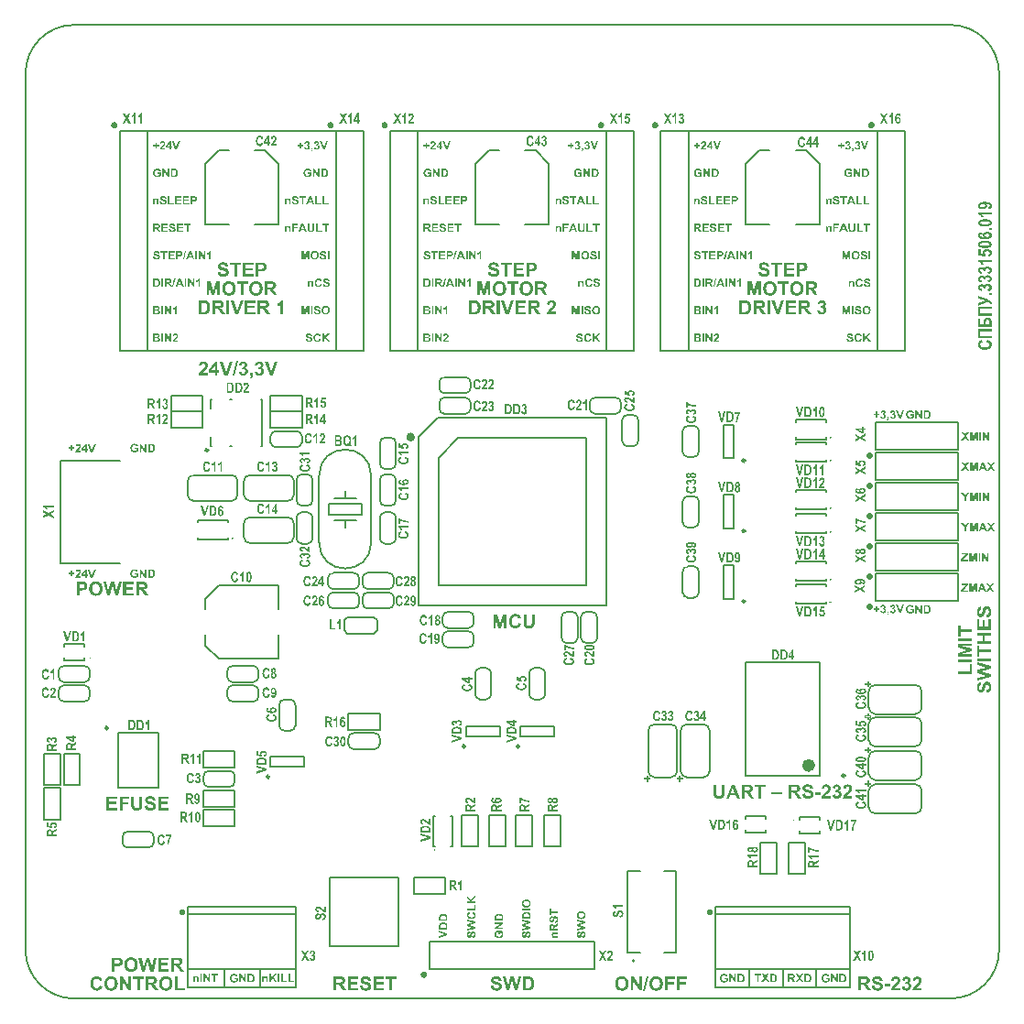
<source format=gto>
G04*
G04 #@! TF.GenerationSoftware,Altium Limited,Altium Designer,19.1.6 (110)*
G04*
G04 Layer_Color=65535*
%FSLAX43Y43*%
%MOMM*%
G71*
G01*
G75*
%ADD10C,0.200*%
%ADD11C,0.600*%
%ADD12C,0.100*%
%ADD13C,0.250*%
%ADD14C,0.400*%
%ADD15C,0.050*%
%ADD16R,0.500X0.100*%
%ADD17R,0.100X0.500*%
G36*
X88745Y73643D02*
X88774Y73641D01*
X88806Y73639D01*
X88841Y73635D01*
X88880Y73632D01*
X88961Y73619D01*
X89002Y73611D01*
X89043Y73600D01*
X89082Y73587D01*
X89119Y73574D01*
X89154Y73558D01*
X89183Y73539D01*
X89185Y73537D01*
X89189Y73534D01*
X89196Y73528D01*
X89207Y73521D01*
X89219Y73510D01*
X89232Y73497D01*
X89244Y73482D01*
X89257Y73465D01*
X89272Y73447D01*
X89285Y73426D01*
X89309Y73380D01*
X89319Y73354D01*
X89326Y73326D01*
X89331Y73298D01*
X89333Y73267D01*
Y73256D01*
X89331Y73248D01*
X89330Y73226D01*
X89324Y73199D01*
X89315Y73169D01*
X89302Y73137D01*
X89283Y73104D01*
X89257Y73074D01*
X89254Y73071D01*
X89243Y73061D01*
X89224Y73049D01*
X89213Y73041D01*
X89200Y73034D01*
X89183Y73026D01*
X89167Y73017D01*
X89148Y73010D01*
X89126Y73002D01*
X89104Y72995D01*
X89078Y72987D01*
X89052Y72982D01*
X89022Y72978D01*
X88996Y73169D01*
X88998D01*
X89002D01*
X89009Y73171D01*
X89019Y73173D01*
X89041Y73178D01*
X89065Y73187D01*
X89091Y73202D01*
X89113Y73221D01*
X89122Y73234D01*
X89130Y73247D01*
X89133Y73263D01*
X89135Y73280D01*
Y73284D01*
X89133Y73291D01*
X89132Y73302D01*
X89126Y73317D01*
X89119Y73334D01*
X89106Y73352D01*
X89089Y73369D01*
X89067Y73386D01*
X89063Y73387D01*
X89059Y73389D01*
X89052Y73393D01*
X89045Y73397D01*
X89033Y73400D01*
X89020Y73404D01*
X89006Y73408D01*
X88987Y73413D01*
X88967Y73417D01*
X88945Y73423D01*
X88919Y73426D01*
X88889Y73432D01*
X88857Y73436D01*
X88822Y73439D01*
X88785Y73441D01*
X88787Y73439D01*
X88795Y73436D01*
X88804Y73426D01*
X88815Y73417D01*
X88828Y73404D01*
X88839Y73391D01*
X88852Y73374D01*
X88863Y73358D01*
X88865Y73356D01*
X88867Y73350D01*
X88870Y73339D01*
X88876Y73328D01*
X88882Y73311D01*
X88885Y73295D01*
X88887Y73274D01*
X88889Y73254D01*
Y73243D01*
X88887Y73234D01*
X88885Y73224D01*
X88883Y73213D01*
X88874Y73184D01*
X88861Y73152D01*
X88852Y73136D01*
X88843Y73117D01*
X88830Y73100D01*
X88815Y73082D01*
X88798Y73063D01*
X88778Y73047D01*
X88776Y73045D01*
X88772Y73043D01*
X88767Y73039D01*
X88757Y73034D01*
X88746Y73026D01*
X88733Y73019D01*
X88717Y73011D01*
X88698Y73002D01*
X88680Y72995D01*
X88658Y72986D01*
X88632Y72978D01*
X88606Y72973D01*
X88578Y72965D01*
X88548Y72961D01*
X88515Y72960D01*
X88482Y72958D01*
X88480D01*
X88472D01*
X88463D01*
X88448Y72960D01*
X88433Y72961D01*
X88413Y72963D01*
X88393Y72965D01*
X88369Y72969D01*
X88321Y72980D01*
X88269Y72999D01*
X88243Y73008D01*
X88219Y73021D01*
X88195Y73036D01*
X88172Y73052D01*
X88171Y73054D01*
X88167Y73056D01*
X88161Y73061D01*
X88154Y73069D01*
X88146Y73078D01*
X88135Y73089D01*
X88115Y73117D01*
X88095Y73150D01*
X88076Y73191D01*
X88069Y73213D01*
X88063Y73236D01*
X88059Y73260D01*
X88058Y73286D01*
Y73300D01*
X88059Y73311D01*
X88061Y73324D01*
X88065Y73341D01*
X88076Y73376D01*
X88083Y73397D01*
X88093Y73417D01*
X88106Y73437D01*
X88119Y73460D01*
X88135Y73482D01*
X88156Y73502D01*
X88178Y73523D01*
X88204Y73543D01*
X88206Y73545D01*
X88211Y73547D01*
X88219Y73552D01*
X88232Y73560D01*
X88248Y73567D01*
X88269Y73574D01*
X88291Y73584D01*
X88319Y73595D01*
X88350Y73604D01*
X88387Y73613D01*
X88426Y73621D01*
X88470Y73628D01*
X88519Y73635D01*
X88570Y73641D01*
X88628Y73643D01*
X88689Y73645D01*
X88691D01*
X88693D01*
X88704D01*
X88722D01*
X88745Y73643D01*
D02*
G37*
G36*
X89313Y72484D02*
X88408D01*
X88409Y72482D01*
X88413Y72478D01*
X88419Y72473D01*
X88428Y72463D01*
X88437Y72454D01*
X88450Y72441D01*
X88463Y72426D01*
X88476Y72410D01*
X88506Y72373D01*
X88537Y72330D01*
X88565Y72280D01*
X88589Y72228D01*
X88370D01*
Y72230D01*
X88369Y72232D01*
X88365Y72243D01*
X88356Y72258D01*
X88345Y72280D01*
X88328Y72306D01*
X88308Y72334D01*
X88283Y72365D01*
X88254Y72399D01*
X88252Y72400D01*
X88250Y72402D01*
X88239Y72413D01*
X88221Y72428D01*
X88196Y72447D01*
X88169Y72467D01*
X88135Y72487D01*
X88098Y72506D01*
X88058Y72521D01*
Y72682D01*
X89313D01*
Y72484D01*
D02*
G37*
G36*
X88754Y72043D02*
X88783D01*
X88815Y72039D01*
X88852Y72038D01*
X88891Y72034D01*
X88972Y72023D01*
X89056Y72006D01*
X89094Y71995D01*
X89130Y71984D01*
X89163Y71969D01*
X89193Y71952D01*
X89194Y71950D01*
X89198Y71949D01*
X89206Y71943D01*
X89215Y71936D01*
X89226Y71926D01*
X89237Y71915D01*
X89263Y71888D01*
X89289Y71852D01*
X89311Y71812D01*
X89320Y71789D01*
X89328Y71765D01*
X89331Y71739D01*
X89333Y71712D01*
Y71704D01*
X89331Y71697D01*
Y71688D01*
X89330Y71675D01*
X89326Y71660D01*
X89317Y71625D01*
X89309Y71606D01*
X89300Y71586D01*
X89289Y71567D01*
X89274Y71547D01*
X89259Y71526D01*
X89241Y71506D01*
X89219Y71488D01*
X89194Y71469D01*
X89193Y71467D01*
X89187Y71465D01*
X89180Y71462D01*
X89167Y71454D01*
X89150Y71449D01*
X89132Y71441D01*
X89107Y71432D01*
X89080Y71425D01*
X89046Y71415D01*
X89011Y71408D01*
X88970Y71399D01*
X88924Y71393D01*
X88874Y71388D01*
X88819Y71382D01*
X88759Y71380D01*
X88695Y71378D01*
X88693D01*
X88691D01*
X88685D01*
X88680D01*
X88661D01*
X88637Y71380D01*
X88609Y71382D01*
X88576Y71384D01*
X88539Y71386D01*
X88500Y71389D01*
X88419Y71401D01*
X88337Y71417D01*
X88298Y71426D01*
X88263Y71439D01*
X88230Y71452D01*
X88200Y71469D01*
X88198Y71471D01*
X88195Y71473D01*
X88187Y71478D01*
X88178Y71486D01*
X88167Y71495D01*
X88156Y71506D01*
X88128Y71534D01*
X88102Y71569D01*
X88080Y71610D01*
X88071Y71632D01*
X88063Y71656D01*
X88059Y71682D01*
X88058Y71710D01*
Y71725D01*
X88059Y71734D01*
X88061Y71747D01*
X88065Y71762D01*
X88076Y71797D01*
X88083Y71815D01*
X88093Y71836D01*
X88104Y71854D01*
X88117Y71875D01*
X88133Y71895D01*
X88154Y71915D01*
X88174Y71934D01*
X88200Y71952D01*
X88202Y71954D01*
X88208Y71956D01*
X88215Y71962D01*
X88228Y71967D01*
X88245Y71975D01*
X88263Y71982D01*
X88287Y71989D01*
X88315Y71999D01*
X88348Y72008D01*
X88383Y72015D01*
X88424Y72023D01*
X88470Y72030D01*
X88519Y72036D01*
X88574Y72041D01*
X88632Y72043D01*
X88696Y72045D01*
X88698D01*
X88700D01*
X88706D01*
X88711D01*
X88730D01*
X88754Y72043D01*
D02*
G37*
G36*
X89313Y71021D02*
X89072D01*
Y71217D01*
X89313D01*
Y71021D01*
D02*
G37*
G36*
X88945Y70867D02*
X88961Y70865D01*
X88982Y70864D01*
X89002Y70862D01*
X89026Y70858D01*
X89074Y70845D01*
X89126Y70828D01*
X89152Y70817D01*
X89176Y70804D01*
X89200Y70789D01*
X89222Y70773D01*
X89224Y70771D01*
X89228Y70769D01*
X89233Y70764D01*
X89239Y70756D01*
X89248Y70747D01*
X89257Y70736D01*
X89278Y70708D01*
X89298Y70675D01*
X89317Y70634D01*
X89322Y70612D01*
X89328Y70588D01*
X89331Y70564D01*
X89333Y70538D01*
Y70530D01*
X89331Y70523D01*
Y70512D01*
X89330Y70499D01*
X89326Y70484D01*
X89315Y70449D01*
X89307Y70428D01*
X89298Y70408D01*
X89287Y70386D01*
X89272Y70365D01*
X89256Y70343D01*
X89237Y70323D01*
X89215Y70303D01*
X89189Y70282D01*
X89187Y70280D01*
X89182Y70278D01*
X89172Y70273D01*
X89161Y70267D01*
X89144Y70260D01*
X89124Y70251D01*
X89102Y70241D01*
X89074Y70232D01*
X89043Y70223D01*
X89006Y70214D01*
X88967Y70206D01*
X88922Y70197D01*
X88874Y70191D01*
X88822Y70186D01*
X88765Y70184D01*
X88704Y70182D01*
X88702D01*
X88700D01*
X88689D01*
X88670D01*
X88648Y70184D01*
X88619Y70186D01*
X88587Y70188D01*
X88552Y70191D01*
X88513Y70195D01*
X88432Y70208D01*
X88350Y70227D01*
X88311Y70238D01*
X88274Y70253D01*
X88239Y70267D01*
X88209Y70286D01*
X88208Y70288D01*
X88202Y70291D01*
X88195Y70297D01*
X88185Y70304D01*
X88174Y70315D01*
X88161Y70328D01*
X88148Y70343D01*
X88133Y70360D01*
X88119Y70378D01*
X88106Y70399D01*
X88082Y70445D01*
X88072Y70471D01*
X88063Y70497D01*
X88059Y70527D01*
X88058Y70556D01*
Y70567D01*
X88059Y70575D01*
X88061Y70597D01*
X88067Y70623D01*
X88076Y70654D01*
X88091Y70686D01*
X88109Y70719D01*
X88135Y70749D01*
X88139Y70752D01*
X88150Y70762D01*
X88169Y70775D01*
X88193Y70791D01*
X88226Y70808D01*
X88267Y70825D01*
X88313Y70838D01*
X88369Y70849D01*
X88395Y70658D01*
X88393D01*
X88389D01*
X88382Y70656D01*
X88372Y70654D01*
X88350Y70649D01*
X88324Y70638D01*
X88300Y70625D01*
X88278Y70604D01*
X88269Y70591D01*
X88261Y70578D01*
X88258Y70562D01*
X88256Y70545D01*
Y70543D01*
X88258Y70534D01*
X88259Y70523D01*
X88265Y70508D01*
X88272Y70491D01*
X88285Y70475D01*
X88302Y70456D01*
X88326Y70440D01*
X88330Y70438D01*
X88333Y70436D01*
X88341Y70432D01*
X88348Y70430D01*
X88359Y70425D01*
X88372Y70421D01*
X88387Y70417D01*
X88406Y70412D01*
X88426Y70408D01*
X88450Y70402D01*
X88476Y70399D01*
X88504Y70395D01*
X88535Y70391D01*
X88570Y70388D01*
X88609Y70386D01*
X88607Y70388D01*
X88600Y70393D01*
X88591Y70401D01*
X88580Y70410D01*
X88567Y70423D01*
X88554Y70436D01*
X88541Y70451D01*
X88530Y70467D01*
X88528Y70469D01*
X88526Y70475D01*
X88520Y70486D01*
X88515Y70497D01*
X88511Y70512D01*
X88506Y70530D01*
X88504Y70549D01*
X88502Y70569D01*
Y70580D01*
X88504Y70590D01*
X88506Y70601D01*
X88508Y70612D01*
X88517Y70641D01*
X88530Y70673D01*
X88539Y70691D01*
X88550Y70708D01*
X88563Y70727D01*
X88578Y70743D01*
X88595Y70762D01*
X88615Y70778D01*
X88617Y70780D01*
X88620Y70782D01*
X88626Y70788D01*
X88635Y70793D01*
X88646Y70799D01*
X88659Y70808D01*
X88676Y70815D01*
X88695Y70825D01*
X88715Y70832D01*
X88737Y70841D01*
X88761Y70849D01*
X88787Y70854D01*
X88817Y70862D01*
X88846Y70865D01*
X88880Y70867D01*
X88913Y70869D01*
X88915D01*
X88922D01*
X88932D01*
X88945Y70867D01*
D02*
G37*
G36*
X88754Y70049D02*
X88783D01*
X88815Y70045D01*
X88852Y70043D01*
X88891Y70040D01*
X88972Y70028D01*
X89056Y70012D01*
X89094Y70001D01*
X89130Y69990D01*
X89163Y69975D01*
X89193Y69958D01*
X89194Y69956D01*
X89198Y69954D01*
X89206Y69949D01*
X89215Y69941D01*
X89226Y69932D01*
X89237Y69921D01*
X89263Y69893D01*
X89289Y69858D01*
X89311Y69817D01*
X89320Y69795D01*
X89328Y69771D01*
X89331Y69745D01*
X89333Y69717D01*
Y69710D01*
X89331Y69703D01*
Y69693D01*
X89330Y69680D01*
X89326Y69666D01*
X89317Y69630D01*
X89309Y69612D01*
X89300Y69591D01*
X89289Y69573D01*
X89274Y69553D01*
X89259Y69532D01*
X89241Y69512D01*
X89219Y69493D01*
X89194Y69475D01*
X89193Y69473D01*
X89187Y69471D01*
X89180Y69467D01*
X89167Y69460D01*
X89150Y69454D01*
X89132Y69447D01*
X89107Y69438D01*
X89080Y69430D01*
X89046Y69421D01*
X89011Y69414D01*
X88970Y69404D01*
X88924Y69399D01*
X88874Y69393D01*
X88819Y69388D01*
X88759Y69386D01*
X88695Y69384D01*
X88693D01*
X88691D01*
X88685D01*
X88680D01*
X88661D01*
X88637Y69386D01*
X88609Y69388D01*
X88576Y69390D01*
X88539Y69391D01*
X88500Y69395D01*
X88419Y69406D01*
X88337Y69423D01*
X88298Y69432D01*
X88263Y69445D01*
X88230Y69458D01*
X88200Y69475D01*
X88198Y69477D01*
X88195Y69479D01*
X88187Y69484D01*
X88178Y69491D01*
X88167Y69501D01*
X88156Y69512D01*
X88128Y69540D01*
X88102Y69575D01*
X88080Y69616D01*
X88071Y69638D01*
X88063Y69662D01*
X88059Y69688D01*
X88058Y69716D01*
Y69730D01*
X88059Y69740D01*
X88061Y69753D01*
X88065Y69767D01*
X88076Y69803D01*
X88083Y69821D01*
X88093Y69841D01*
X88104Y69860D01*
X88117Y69880D01*
X88133Y69901D01*
X88154Y69921D01*
X88174Y69940D01*
X88200Y69958D01*
X88202Y69960D01*
X88208Y69962D01*
X88215Y69967D01*
X88228Y69973D01*
X88245Y69980D01*
X88263Y69988D01*
X88287Y69995D01*
X88315Y70004D01*
X88348Y70014D01*
X88383Y70021D01*
X88424Y70028D01*
X88470Y70036D01*
X88519Y70041D01*
X88574Y70047D01*
X88632Y70049D01*
X88696Y70051D01*
X88698D01*
X88700D01*
X88706D01*
X88711D01*
X88730D01*
X88754Y70049D01*
D02*
G37*
G36*
X88920Y69277D02*
X88935D01*
X88952Y69273D01*
X88970Y69271D01*
X88993Y69267D01*
X89039Y69256D01*
X89091Y69240D01*
X89117Y69229D01*
X89143Y69217D01*
X89170Y69203D01*
X89196Y69186D01*
X89198Y69184D01*
X89202Y69182D01*
X89209Y69177D01*
X89219Y69169D01*
X89228Y69160D01*
X89239Y69149D01*
X89252Y69134D01*
X89265Y69119D01*
X89278Y69103D01*
X89291Y69082D01*
X89302Y69062D01*
X89311Y69038D01*
X89320Y69014D01*
X89328Y68986D01*
X89331Y68958D01*
X89333Y68927D01*
Y68914D01*
X89331Y68905D01*
Y68893D01*
X89328Y68879D01*
X89322Y68847D01*
X89311Y68812D01*
X89296Y68773D01*
X89274Y68736D01*
X89259Y68717D01*
X89244Y68699D01*
X89243Y68697D01*
X89241Y68695D01*
X89235Y68690D01*
X89228Y68684D01*
X89219Y68677D01*
X89207Y68669D01*
X89194Y68660D01*
X89180Y68651D01*
X89163Y68642D01*
X89143Y68632D01*
X89122Y68623D01*
X89100Y68614D01*
X89076Y68606D01*
X89048Y68599D01*
X88991Y68590D01*
X88965Y68786D01*
X88969D01*
X88978Y68788D01*
X88994Y68792D01*
X89013Y68795D01*
X89033Y68801D01*
X89054Y68810D01*
X89076Y68821D01*
X89094Y68836D01*
X89096Y68838D01*
X89102Y68843D01*
X89109Y68853D01*
X89117Y68864D01*
X89126Y68877D01*
X89133Y68893D01*
X89139Y68910D01*
X89141Y68929D01*
Y68930D01*
X89139Y68940D01*
X89137Y68951D01*
X89133Y68964D01*
X89126Y68980D01*
X89115Y68999D01*
X89102Y69016D01*
X89082Y69032D01*
X89078Y69034D01*
X89070Y69040D01*
X89056Y69047D01*
X89037Y69054D01*
X89011Y69062D01*
X88980Y69069D01*
X88941Y69075D01*
X88898Y69077D01*
X88896D01*
X88893D01*
X88887D01*
X88878D01*
X88857Y69075D01*
X88832Y69071D01*
X88804Y69066D01*
X88774Y69058D01*
X88748Y69047D01*
X88724Y69032D01*
X88722Y69030D01*
X88715Y69025D01*
X88706Y69016D01*
X88695Y69003D01*
X88685Y68988D01*
X88676Y68967D01*
X88669Y68947D01*
X88667Y68923D01*
Y68919D01*
X88669Y68908D01*
X88672Y68893D01*
X88678Y68873D01*
X88689Y68849D01*
X88706Y68823D01*
X88715Y68810D01*
X88728Y68797D01*
X88741Y68784D01*
X88757Y68771D01*
X88730Y68612D01*
X88078Y68712D01*
Y69232D01*
X88302D01*
Y68862D01*
X88517Y68829D01*
X88515Y68832D01*
X88509Y68840D01*
X88504Y68853D01*
X88495Y68871D01*
X88487Y68892D01*
X88482Y68914D01*
X88476Y68938D01*
X88474Y68964D01*
Y68975D01*
X88476Y68984D01*
X88478Y68995D01*
X88480Y69006D01*
X88485Y69036D01*
X88498Y69067D01*
X88515Y69103D01*
X88526Y69121D01*
X88539Y69138D01*
X88554Y69154D01*
X88570Y69171D01*
X88572Y69173D01*
X88576Y69177D01*
X88583Y69180D01*
X88593Y69188D01*
X88606Y69195D01*
X88620Y69204D01*
X88637Y69216D01*
X88656Y69225D01*
X88678Y69234D01*
X88702Y69245D01*
X88730Y69254D01*
X88757Y69262D01*
X88789Y69269D01*
X88820Y69275D01*
X88856Y69277D01*
X88893Y69279D01*
X88895D01*
X88900D01*
X88909D01*
X88920Y69277D01*
D02*
G37*
G36*
X89313Y68095D02*
X88408D01*
X88409Y68093D01*
X88413Y68090D01*
X88419Y68084D01*
X88428Y68075D01*
X88437Y68066D01*
X88450Y68053D01*
X88463Y68038D01*
X88476Y68021D01*
X88506Y67984D01*
X88537Y67942D01*
X88565Y67892D01*
X88589Y67840D01*
X88370D01*
Y67842D01*
X88369Y67843D01*
X88365Y67855D01*
X88356Y67869D01*
X88345Y67892D01*
X88328Y67918D01*
X88308Y67945D01*
X88283Y67977D01*
X88254Y68010D01*
X88252Y68012D01*
X88250Y68014D01*
X88239Y68025D01*
X88221Y68040D01*
X88196Y68058D01*
X88169Y68079D01*
X88135Y68099D01*
X88098Y68118D01*
X88058Y68132D01*
Y68293D01*
X89313D01*
Y68095D01*
D02*
G37*
G36*
X88967Y67664D02*
X88982Y67662D01*
X88998Y67660D01*
X89017Y67656D01*
X89039Y67653D01*
X89083Y67640D01*
X89130Y67621D01*
X89154Y67610D01*
X89178Y67597D01*
X89200Y67581D01*
X89222Y67562D01*
X89224Y67560D01*
X89228Y67558D01*
X89233Y67551D01*
X89239Y67544D01*
X89248Y67534D01*
X89257Y67523D01*
X89278Y67494D01*
X89298Y67458D01*
X89317Y67418D01*
X89322Y67394D01*
X89328Y67369D01*
X89331Y67345D01*
X89333Y67319D01*
Y67307D01*
X89331Y67297D01*
X89330Y67286D01*
X89328Y67271D01*
X89322Y67240D01*
X89311Y67205D01*
X89293Y67166D01*
X89283Y67145D01*
X89270Y67127D01*
X89256Y67108D01*
X89239Y67090D01*
X89237Y67088D01*
X89235Y67086D01*
X89230Y67081D01*
X89222Y67075D01*
X89211Y67068D01*
X89200Y67060D01*
X89187Y67051D01*
X89170Y67042D01*
X89154Y67032D01*
X89133Y67023D01*
X89113Y67014D01*
X89089Y67005D01*
X89039Y66992D01*
X88980Y66982D01*
X88952Y67173D01*
X88954D01*
X88956D01*
X88967Y67175D01*
X88982Y67177D01*
X89002Y67182D01*
X89024Y67188D01*
X89046Y67197D01*
X89069Y67208D01*
X89087Y67221D01*
X89089Y67223D01*
X89094Y67229D01*
X89102Y67238D01*
X89109Y67249D01*
X89119Y67262D01*
X89126Y67279D01*
X89132Y67297D01*
X89133Y67318D01*
Y67329D01*
X89130Y67340D01*
X89126Y67353D01*
X89120Y67369D01*
X89111Y67388D01*
X89098Y67405D01*
X89080Y67421D01*
X89078Y67423D01*
X89069Y67429D01*
X89057Y67434D01*
X89039Y67444D01*
X89019Y67451D01*
X88991Y67457D01*
X88961Y67462D01*
X88926Y67464D01*
X88924D01*
X88922D01*
X88911D01*
X88895Y67462D01*
X88874Y67458D01*
X88852Y67455D01*
X88828Y67447D01*
X88804Y67436D01*
X88783Y67423D01*
X88782Y67421D01*
X88774Y67416D01*
X88767Y67407D01*
X88756Y67395D01*
X88746Y67381D01*
X88737Y67364D01*
X88732Y67345D01*
X88730Y67325D01*
Y67310D01*
X88732Y67301D01*
X88733Y67288D01*
X88737Y67271D01*
X88743Y67255D01*
X88748Y67236D01*
X88552Y67257D01*
Y67269D01*
X88550Y67284D01*
X88548Y67301D01*
X88543Y67321D01*
X88537Y67342D01*
X88526Y67360D01*
X88513Y67379D01*
X88511Y67381D01*
X88506Y67386D01*
X88495Y67394D01*
X88482Y67401D01*
X88465Y67408D01*
X88445Y67416D01*
X88420Y67421D01*
X88393Y67423D01*
X88389D01*
X88382D01*
X88370Y67421D01*
X88356Y67419D01*
X88341Y67416D01*
X88324Y67408D01*
X88308Y67401D01*
X88293Y67390D01*
X88291Y67388D01*
X88287Y67384D01*
X88282Y67377D01*
X88274Y67368D01*
X88267Y67357D01*
X88261Y67342D01*
X88258Y67325D01*
X88256Y67307D01*
Y67299D01*
X88258Y67288D01*
X88261Y67277D01*
X88267Y67264D01*
X88274Y67249D01*
X88283Y67234D01*
X88298Y67219D01*
X88300Y67218D01*
X88306Y67214D01*
X88317Y67208D01*
X88330Y67201D01*
X88346Y67194D01*
X88369Y67186D01*
X88393Y67181D01*
X88422Y67177D01*
X88385Y66995D01*
X88383D01*
X88378Y66997D01*
X88369Y66999D01*
X88358Y67001D01*
X88343Y67005D01*
X88328Y67008D01*
X88291Y67020D01*
X88250Y67034D01*
X88209Y67053D01*
X88171Y67077D01*
X88152Y67090D01*
X88137Y67105D01*
X88135Y67107D01*
X88133Y67108D01*
X88124Y67120D01*
X88111Y67138D01*
X88096Y67162D01*
X88083Y67192D01*
X88071Y67229D01*
X88061Y67269D01*
X88058Y67292D01*
Y67327D01*
X88059Y67338D01*
X88061Y67349D01*
X88063Y67362D01*
X88071Y67395D01*
X88082Y67431D01*
X88100Y67468D01*
X88111Y67486D01*
X88124Y67505D01*
X88139Y67521D01*
X88158Y67538D01*
X88159Y67540D01*
X88161Y67542D01*
X88167Y67545D01*
X88174Y67551D01*
X88183Y67557D01*
X88195Y67564D01*
X88222Y67581D01*
X88256Y67595D01*
X88293Y67608D01*
X88333Y67618D01*
X88356Y67621D01*
X88378D01*
X88382D01*
X88391D01*
X88408Y67619D01*
X88426Y67616D01*
X88450Y67612D01*
X88474Y67605D01*
X88500Y67595D01*
X88526Y67582D01*
X88530Y67581D01*
X88537Y67575D01*
X88548Y67568D01*
X88565Y67555D01*
X88582Y67540D01*
X88602Y67519D01*
X88622Y67497D01*
X88641Y67471D01*
Y67473D01*
X88643Y67475D01*
X88646Y67486D01*
X88652Y67501D01*
X88661Y67521D01*
X88676Y67544D01*
X88693Y67566D01*
X88715Y67588D01*
X88743Y67610D01*
X88746Y67612D01*
X88757Y67619D01*
X88774Y67629D01*
X88796Y67638D01*
X88824Y67649D01*
X88857Y67656D01*
X88896Y67664D01*
X88939Y67666D01*
X88941D01*
X88946D01*
X88956D01*
X88967Y67664D01*
D02*
G37*
G36*
Y66866D02*
X88982Y66864D01*
X88998Y66862D01*
X89017Y66858D01*
X89039Y66855D01*
X89083Y66842D01*
X89130Y66823D01*
X89154Y66812D01*
X89178Y66799D01*
X89200Y66783D01*
X89222Y66764D01*
X89224Y66762D01*
X89228Y66760D01*
X89233Y66753D01*
X89239Y66745D01*
X89248Y66736D01*
X89257Y66725D01*
X89278Y66695D01*
X89298Y66660D01*
X89317Y66620D01*
X89322Y66595D01*
X89328Y66571D01*
X89331Y66547D01*
X89333Y66521D01*
Y66508D01*
X89331Y66499D01*
X89330Y66488D01*
X89328Y66473D01*
X89322Y66442D01*
X89311Y66407D01*
X89293Y66368D01*
X89283Y66347D01*
X89270Y66329D01*
X89256Y66310D01*
X89239Y66292D01*
X89237Y66290D01*
X89235Y66288D01*
X89230Y66283D01*
X89222Y66277D01*
X89211Y66270D01*
X89200Y66262D01*
X89187Y66253D01*
X89170Y66244D01*
X89154Y66234D01*
X89133Y66225D01*
X89113Y66216D01*
X89089Y66207D01*
X89039Y66194D01*
X88980Y66184D01*
X88952Y66375D01*
X88954D01*
X88956D01*
X88967Y66377D01*
X88982Y66379D01*
X89002Y66384D01*
X89024Y66390D01*
X89046Y66399D01*
X89069Y66410D01*
X89087Y66423D01*
X89089Y66425D01*
X89094Y66431D01*
X89102Y66440D01*
X89109Y66451D01*
X89119Y66464D01*
X89126Y66481D01*
X89132Y66499D01*
X89133Y66520D01*
Y66531D01*
X89130Y66542D01*
X89126Y66555D01*
X89120Y66571D01*
X89111Y66590D01*
X89098Y66607D01*
X89080Y66623D01*
X89078Y66625D01*
X89069Y66631D01*
X89057Y66636D01*
X89039Y66645D01*
X89019Y66653D01*
X88991Y66658D01*
X88961Y66664D01*
X88926Y66666D01*
X88924D01*
X88922D01*
X88911D01*
X88895Y66664D01*
X88874Y66660D01*
X88852Y66657D01*
X88828Y66649D01*
X88804Y66638D01*
X88783Y66625D01*
X88782Y66623D01*
X88774Y66618D01*
X88767Y66608D01*
X88756Y66597D01*
X88746Y66583D01*
X88737Y66566D01*
X88732Y66547D01*
X88730Y66527D01*
Y66512D01*
X88732Y66503D01*
X88733Y66490D01*
X88737Y66473D01*
X88743Y66457D01*
X88748Y66438D01*
X88552Y66458D01*
Y66471D01*
X88550Y66486D01*
X88548Y66503D01*
X88543Y66523D01*
X88537Y66544D01*
X88526Y66562D01*
X88513Y66581D01*
X88511Y66583D01*
X88506Y66588D01*
X88495Y66595D01*
X88482Y66603D01*
X88465Y66610D01*
X88445Y66618D01*
X88420Y66623D01*
X88393Y66625D01*
X88389D01*
X88382D01*
X88370Y66623D01*
X88356Y66621D01*
X88341Y66618D01*
X88324Y66610D01*
X88308Y66603D01*
X88293Y66592D01*
X88291Y66590D01*
X88287Y66586D01*
X88282Y66579D01*
X88274Y66570D01*
X88267Y66558D01*
X88261Y66544D01*
X88258Y66527D01*
X88256Y66508D01*
Y66501D01*
X88258Y66490D01*
X88261Y66479D01*
X88267Y66466D01*
X88274Y66451D01*
X88283Y66436D01*
X88298Y66421D01*
X88300Y66420D01*
X88306Y66416D01*
X88317Y66410D01*
X88330Y66403D01*
X88346Y66396D01*
X88369Y66388D01*
X88393Y66383D01*
X88422Y66379D01*
X88385Y66197D01*
X88383D01*
X88378Y66199D01*
X88369Y66201D01*
X88358Y66203D01*
X88343Y66207D01*
X88328Y66210D01*
X88291Y66221D01*
X88250Y66236D01*
X88209Y66255D01*
X88171Y66279D01*
X88152Y66292D01*
X88137Y66307D01*
X88135Y66308D01*
X88133Y66310D01*
X88124Y66321D01*
X88111Y66340D01*
X88096Y66364D01*
X88083Y66394D01*
X88071Y66431D01*
X88061Y66471D01*
X88058Y66494D01*
Y66529D01*
X88059Y66540D01*
X88061Y66551D01*
X88063Y66564D01*
X88071Y66597D01*
X88082Y66633D01*
X88100Y66670D01*
X88111Y66688D01*
X88124Y66707D01*
X88139Y66723D01*
X88158Y66740D01*
X88159Y66742D01*
X88161Y66744D01*
X88167Y66747D01*
X88174Y66753D01*
X88183Y66758D01*
X88195Y66766D01*
X88222Y66783D01*
X88256Y66797D01*
X88293Y66810D01*
X88333Y66820D01*
X88356Y66823D01*
X88378D01*
X88382D01*
X88391D01*
X88408Y66821D01*
X88426Y66818D01*
X88450Y66814D01*
X88474Y66807D01*
X88500Y66797D01*
X88526Y66784D01*
X88530Y66783D01*
X88537Y66777D01*
X88548Y66770D01*
X88565Y66757D01*
X88582Y66742D01*
X88602Y66721D01*
X88622Y66699D01*
X88641Y66673D01*
Y66675D01*
X88643Y66677D01*
X88646Y66688D01*
X88652Y66703D01*
X88661Y66723D01*
X88676Y66745D01*
X88693Y66768D01*
X88715Y66790D01*
X88743Y66812D01*
X88746Y66814D01*
X88757Y66821D01*
X88774Y66831D01*
X88796Y66840D01*
X88824Y66851D01*
X88857Y66858D01*
X88896Y66866D01*
X88939Y66868D01*
X88941D01*
X88946D01*
X88956D01*
X88967Y66866D01*
D02*
G37*
G36*
Y66068D02*
X88982Y66066D01*
X88998Y66064D01*
X89017Y66060D01*
X89039Y66057D01*
X89083Y66044D01*
X89130Y66025D01*
X89154Y66014D01*
X89178Y66001D01*
X89200Y65984D01*
X89222Y65966D01*
X89224Y65964D01*
X89228Y65962D01*
X89233Y65955D01*
X89239Y65947D01*
X89248Y65938D01*
X89257Y65927D01*
X89278Y65897D01*
X89298Y65862D01*
X89317Y65821D01*
X89322Y65797D01*
X89328Y65773D01*
X89331Y65749D01*
X89333Y65723D01*
Y65710D01*
X89331Y65701D01*
X89330Y65690D01*
X89328Y65675D01*
X89322Y65644D01*
X89311Y65609D01*
X89293Y65570D01*
X89283Y65549D01*
X89270Y65531D01*
X89256Y65512D01*
X89239Y65494D01*
X89237Y65492D01*
X89235Y65490D01*
X89230Y65484D01*
X89222Y65479D01*
X89211Y65472D01*
X89200Y65464D01*
X89187Y65455D01*
X89170Y65446D01*
X89154Y65436D01*
X89133Y65427D01*
X89113Y65418D01*
X89089Y65409D01*
X89039Y65396D01*
X88980Y65386D01*
X88952Y65577D01*
X88954D01*
X88956D01*
X88967Y65579D01*
X88982Y65581D01*
X89002Y65586D01*
X89024Y65592D01*
X89046Y65601D01*
X89069Y65612D01*
X89087Y65625D01*
X89089Y65627D01*
X89094Y65633D01*
X89102Y65642D01*
X89109Y65653D01*
X89119Y65666D01*
X89126Y65683D01*
X89132Y65701D01*
X89133Y65721D01*
Y65733D01*
X89130Y65744D01*
X89126Y65757D01*
X89120Y65773D01*
X89111Y65792D01*
X89098Y65809D01*
X89080Y65825D01*
X89078Y65827D01*
X89069Y65833D01*
X89057Y65838D01*
X89039Y65847D01*
X89019Y65855D01*
X88991Y65860D01*
X88961Y65866D01*
X88926Y65868D01*
X88924D01*
X88922D01*
X88911D01*
X88895Y65866D01*
X88874Y65862D01*
X88852Y65859D01*
X88828Y65851D01*
X88804Y65840D01*
X88783Y65827D01*
X88782Y65825D01*
X88774Y65820D01*
X88767Y65810D01*
X88756Y65799D01*
X88746Y65784D01*
X88737Y65768D01*
X88732Y65749D01*
X88730Y65729D01*
Y65714D01*
X88732Y65705D01*
X88733Y65692D01*
X88737Y65675D01*
X88743Y65659D01*
X88748Y65640D01*
X88552Y65660D01*
Y65673D01*
X88550Y65688D01*
X88548Y65705D01*
X88543Y65725D01*
X88537Y65746D01*
X88526Y65764D01*
X88513Y65783D01*
X88511Y65784D01*
X88506Y65790D01*
X88495Y65797D01*
X88482Y65805D01*
X88465Y65812D01*
X88445Y65820D01*
X88420Y65825D01*
X88393Y65827D01*
X88389D01*
X88382D01*
X88370Y65825D01*
X88356Y65823D01*
X88341Y65820D01*
X88324Y65812D01*
X88308Y65805D01*
X88293Y65794D01*
X88291Y65792D01*
X88287Y65788D01*
X88282Y65781D01*
X88274Y65771D01*
X88267Y65760D01*
X88261Y65746D01*
X88258Y65729D01*
X88256Y65710D01*
Y65703D01*
X88258Y65692D01*
X88261Y65681D01*
X88267Y65668D01*
X88274Y65653D01*
X88283Y65638D01*
X88298Y65623D01*
X88300Y65622D01*
X88306Y65618D01*
X88317Y65612D01*
X88330Y65605D01*
X88346Y65597D01*
X88369Y65590D01*
X88393Y65584D01*
X88422Y65581D01*
X88385Y65399D01*
X88383D01*
X88378Y65401D01*
X88369Y65403D01*
X88358Y65405D01*
X88343Y65409D01*
X88328Y65412D01*
X88291Y65423D01*
X88250Y65438D01*
X88209Y65457D01*
X88171Y65481D01*
X88152Y65494D01*
X88137Y65509D01*
X88135Y65510D01*
X88133Y65512D01*
X88124Y65523D01*
X88111Y65542D01*
X88096Y65566D01*
X88083Y65596D01*
X88071Y65633D01*
X88061Y65673D01*
X88058Y65696D01*
Y65731D01*
X88059Y65742D01*
X88061Y65753D01*
X88063Y65766D01*
X88071Y65799D01*
X88082Y65834D01*
X88100Y65871D01*
X88111Y65890D01*
X88124Y65909D01*
X88139Y65925D01*
X88158Y65942D01*
X88159Y65944D01*
X88161Y65946D01*
X88167Y65949D01*
X88174Y65955D01*
X88183Y65960D01*
X88195Y65968D01*
X88222Y65984D01*
X88256Y65999D01*
X88293Y66012D01*
X88333Y66021D01*
X88356Y66025D01*
X88378D01*
X88382D01*
X88391D01*
X88408Y66023D01*
X88426Y66020D01*
X88450Y66016D01*
X88474Y66009D01*
X88500Y65999D01*
X88526Y65986D01*
X88530Y65984D01*
X88537Y65979D01*
X88548Y65971D01*
X88565Y65959D01*
X88582Y65944D01*
X88602Y65923D01*
X88622Y65901D01*
X88641Y65875D01*
Y65877D01*
X88643Y65879D01*
X88646Y65890D01*
X88652Y65905D01*
X88661Y65925D01*
X88676Y65947D01*
X88693Y65970D01*
X88715Y65992D01*
X88743Y66014D01*
X88746Y66016D01*
X88757Y66023D01*
X88774Y66033D01*
X88796Y66042D01*
X88824Y66053D01*
X88857Y66060D01*
X88896Y66068D01*
X88939Y66070D01*
X88941D01*
X88946D01*
X88956D01*
X88967Y66068D01*
D02*
G37*
G36*
X89313Y65036D02*
X89072D01*
Y65233D01*
X89313D01*
Y65036D01*
D02*
G37*
G36*
X89013Y64588D02*
X89015D01*
X89020Y64585D01*
X89030Y64583D01*
X89041Y64577D01*
X89056Y64572D01*
X89072Y64564D01*
X89109Y64549D01*
X89150Y64529D01*
X89189Y64509D01*
X89226Y64486D01*
X89243Y64475D01*
X89257Y64464D01*
X89261Y64462D01*
X89269Y64453D01*
X89280Y64440D01*
X89293Y64423D01*
X89306Y64403D01*
X89317Y64379D01*
X89324Y64351D01*
X89328Y64320D01*
Y64292D01*
X89326Y64272D01*
X89324Y64249D01*
X89322Y64225D01*
X89313Y64177D01*
X89126D01*
Y64205D01*
X89128Y64231D01*
Y64266D01*
X89126Y64279D01*
X89124Y64296D01*
X89120Y64312D01*
X89115Y64329D01*
X89107Y64346D01*
X89098Y64359D01*
X89096Y64361D01*
X89091Y64364D01*
X89083Y64370D01*
X89069Y64379D01*
X89050Y64388D01*
X89028Y64398D01*
X88998Y64409D01*
X88961Y64420D01*
X88061Y64042D01*
Y64273D01*
X88711Y64512D01*
X88061Y64720D01*
Y64935D01*
X89013Y64588D01*
D02*
G37*
G36*
X89313Y63727D02*
X88272D01*
Y63322D01*
X89313D01*
Y63114D01*
X88061D01*
Y63935D01*
X89313D01*
Y63727D01*
D02*
G37*
G36*
X88963Y62942D02*
X88976D01*
X88991Y62940D01*
X89009Y62937D01*
X89028Y62935D01*
X89069Y62924D01*
X89111Y62909D01*
X89156Y62890D01*
X89178Y62877D01*
X89200Y62863D01*
X89202D01*
X89206Y62859D01*
X89211Y62853D01*
X89217Y62848D01*
X89226Y62838D01*
X89235Y62827D01*
X89246Y62813D01*
X89256Y62798D01*
X89267Y62779D01*
X89278Y62759D01*
X89287Y62737D01*
X89294Y62713D01*
X89302Y62685D01*
X89307Y62655D01*
X89311Y62622D01*
X89313Y62587D01*
Y62087D01*
X88061D01*
Y62855D01*
X88272D01*
Y62294D01*
X88559D01*
Y62603D01*
X88561Y62614D01*
X88563Y62627D01*
X88565Y62644D01*
X88572Y62681D01*
X88585Y62724D01*
X88604Y62766D01*
X88615Y62788D01*
X88628Y62809D01*
X88645Y62829D01*
X88663Y62848D01*
X88665Y62850D01*
X88669Y62851D01*
X88674Y62857D01*
X88682Y62863D01*
X88693Y62870D01*
X88706Y62877D01*
X88720Y62887D01*
X88737Y62896D01*
X88756Y62905D01*
X88776Y62914D01*
X88798Y62922D01*
X88822Y62929D01*
X88878Y62940D01*
X88907Y62942D01*
X88939Y62944D01*
X88941D01*
X88946D01*
X88954D01*
X88963Y62942D01*
D02*
G37*
G36*
X89313Y61661D02*
X88272D01*
Y61255D01*
X89313D01*
Y61048D01*
X88061D01*
Y61868D01*
X89313D01*
Y61661D01*
D02*
G37*
G36*
X88937Y60866D02*
X88948Y60863D01*
X88963Y60859D01*
X88980Y60853D01*
X89000Y60848D01*
X89022Y60841D01*
X89046Y60831D01*
X89096Y60809D01*
X89148Y60781D01*
X89196Y60750D01*
X89217Y60731D01*
X89237Y60711D01*
X89239Y60709D01*
X89241Y60705D01*
X89246Y60700D01*
X89252Y60691D01*
X89259Y60681D01*
X89267Y60668D01*
X89276Y60654D01*
X89285Y60637D01*
X89294Y60618D01*
X89304Y60598D01*
X89319Y60552D01*
X89330Y60500D01*
X89331Y60472D01*
X89333Y60442D01*
Y60433D01*
X89331Y60424D01*
Y60409D01*
X89328Y60392D01*
X89326Y60372D01*
X89320Y60350D01*
X89315Y60326D01*
X89306Y60300D01*
X89296Y60274D01*
X89283Y60248D01*
X89269Y60220D01*
X89250Y60192D01*
X89230Y60167D01*
X89207Y60141D01*
X89180Y60117D01*
X89178Y60115D01*
X89172Y60111D01*
X89161Y60104D01*
X89146Y60094D01*
X89130Y60083D01*
X89107Y60072D01*
X89082Y60059D01*
X89052Y60046D01*
X89020Y60031D01*
X88983Y60018D01*
X88945Y60007D01*
X88902Y59996D01*
X88856Y59987D01*
X88806Y59979D01*
X88754Y59976D01*
X88698Y59974D01*
X88696D01*
X88695D01*
X88683D01*
X88667Y59976D01*
X88646D01*
X88619Y59978D01*
X88587Y59981D01*
X88554Y59987D01*
X88517Y59992D01*
X88476Y60000D01*
X88435Y60009D01*
X88395Y60020D01*
X88352Y60035D01*
X88311Y60052D01*
X88272Y60070D01*
X88233Y60092D01*
X88198Y60118D01*
X88196Y60120D01*
X88191Y60124D01*
X88183Y60131D01*
X88174Y60141D01*
X88161Y60154D01*
X88148Y60168D01*
X88133Y60187D01*
X88119Y60207D01*
X88106Y60229D01*
X88091Y60255D01*
X88078Y60283D01*
X88065Y60313D01*
X88056Y60346D01*
X88048Y60379D01*
X88043Y60417D01*
X88041Y60455D01*
Y60472D01*
X88043Y60485D01*
X88045Y60500D01*
X88046Y60516D01*
X88050Y60535D01*
X88056Y60555D01*
X88071Y60602D01*
X88080Y60626D01*
X88091Y60650D01*
X88106Y60674D01*
X88122Y60698D01*
X88141Y60722D01*
X88161Y60744D01*
Y60746D01*
X88165Y60748D01*
X88171Y60752D01*
X88176Y60757D01*
X88185Y60765D01*
X88196Y60772D01*
X88209Y60781D01*
X88224Y60791D01*
X88241Y60800D01*
X88258Y60811D01*
X88278Y60820D01*
X88300Y60831D01*
X88326Y60841D01*
X88352Y60850D01*
X88380Y60859D01*
X88409Y60866D01*
X88469Y60661D01*
X88467D01*
X88465Y60659D01*
X88459D01*
X88452Y60657D01*
X88433Y60652D01*
X88411Y60644D01*
X88385Y60633D01*
X88359Y60618D01*
X88335Y60602D01*
X88313Y60581D01*
X88311Y60579D01*
X88304Y60572D01*
X88295Y60559D01*
X88285Y60542D01*
X88274Y60522D01*
X88267Y60500D01*
X88259Y60474D01*
X88258Y60444D01*
Y60433D01*
X88259Y60426D01*
X88263Y60405D01*
X88271Y60379D01*
X88282Y60350D01*
X88300Y60318D01*
X88311Y60304D01*
X88324Y60289D01*
X88339Y60274D01*
X88358Y60259D01*
X88359D01*
X88361Y60255D01*
X88369Y60254D01*
X88376Y60248D01*
X88387Y60242D01*
X88400Y60237D01*
X88417Y60231D01*
X88435Y60224D01*
X88456Y60217D01*
X88480Y60211D01*
X88508Y60205D01*
X88537Y60200D01*
X88569Y60196D01*
X88604Y60192D01*
X88643Y60189D01*
X88683D01*
X88685D01*
X88695D01*
X88706D01*
X88722Y60191D01*
X88741D01*
X88763Y60192D01*
X88787Y60194D01*
X88813Y60198D01*
X88869Y60205D01*
X88924Y60218D01*
X88950Y60226D01*
X88976Y60235D01*
X88998Y60246D01*
X89019Y60257D01*
X89020D01*
X89022Y60261D01*
X89033Y60270D01*
X89050Y60285D01*
X89067Y60307D01*
X89085Y60333D01*
X89102Y60363D01*
X89113Y60400D01*
X89115Y60418D01*
X89117Y60439D01*
Y60442D01*
X89115Y60452D01*
X89113Y60468D01*
X89109Y60487D01*
X89102Y60509D01*
X89091Y60533D01*
X89074Y60557D01*
X89054Y60579D01*
X89050Y60581D01*
X89041Y60589D01*
X89026Y60600D01*
X89004Y60613D01*
X88976Y60628D01*
X88941Y60641D01*
X88900Y60655D01*
X88850Y60666D01*
X88928Y60868D01*
X88930D01*
X88937Y60866D01*
D02*
G37*
G36*
X77669Y78480D02*
X77501D01*
X77226Y79248D01*
X77393D01*
X77589Y78680D01*
X77776Y79248D01*
X77942D01*
X77669Y78480D01*
D02*
G37*
G36*
X75485Y78927D02*
X75687D01*
Y78790D01*
X75485D01*
Y78591D01*
X75351D01*
Y78790D01*
X75150D01*
Y78927D01*
X75351D01*
Y79126D01*
X75485D01*
Y78927D01*
D02*
G37*
G36*
X76934Y79251D02*
X76944Y79250D01*
X76954Y79249D01*
X76966Y79247D01*
X76978Y79244D01*
X77006Y79236D01*
X77020Y79230D01*
X77036Y79223D01*
X77050Y79215D01*
X77064Y79206D01*
X77078Y79195D01*
X77090Y79183D01*
X77091Y79182D01*
X77092Y79180D01*
X77096Y79177D01*
X77099Y79173D01*
X77108Y79162D01*
X77118Y79146D01*
X77128Y79127D01*
X77136Y79105D01*
X77142Y79080D01*
X77144Y79068D01*
X77145Y79055D01*
Y79054D01*
Y79051D01*
X77144Y79045D01*
X77142Y79038D01*
X77141Y79029D01*
X77139Y79019D01*
X77136Y79008D01*
X77131Y78996D01*
X77125Y78984D01*
X77118Y78971D01*
X77109Y78957D01*
X77098Y78944D01*
X77085Y78931D01*
X77070Y78917D01*
X77054Y78905D01*
X77034Y78893D01*
X77035D01*
X77037Y78892D01*
X77040D01*
X77045Y78890D01*
X77057Y78886D01*
X77071Y78880D01*
X77088Y78871D01*
X77106Y78860D01*
X77124Y78845D01*
X77139Y78829D01*
X77141Y78826D01*
X77146Y78820D01*
X77151Y78810D01*
X77159Y78795D01*
X77167Y78779D01*
X77172Y78757D01*
X77177Y78735D01*
X77179Y78710D01*
Y78709D01*
Y78705D01*
Y78700D01*
X77178Y78693D01*
X77177Y78684D01*
X77175Y78674D01*
X77172Y78662D01*
X77170Y78650D01*
X77161Y78623D01*
X77155Y78609D01*
X77148Y78593D01*
X77139Y78579D01*
X77129Y78564D01*
X77118Y78550D01*
X77105Y78537D01*
X77104Y78535D01*
X77101Y78533D01*
X77097Y78530D01*
X77091Y78526D01*
X77084Y78520D01*
X77076Y78514D01*
X77065Y78508D01*
X77054Y78501D01*
X77041Y78494D01*
X77027Y78488D01*
X77011Y78482D01*
X76996Y78477D01*
X76978Y78472D01*
X76960Y78469D01*
X76940Y78467D01*
X76920Y78466D01*
X76910D01*
X76903Y78467D01*
X76894Y78468D01*
X76884Y78469D01*
X76873Y78471D01*
X76859Y78473D01*
X76833Y78480D01*
X76804Y78491D01*
X76788Y78498D01*
X76775Y78506D01*
X76761Y78516D01*
X76747Y78526D01*
X76746Y78527D01*
X76744Y78529D01*
X76741Y78532D01*
X76736Y78537D01*
X76731Y78542D01*
X76725Y78550D01*
X76718Y78558D01*
X76712Y78568D01*
X76705Y78579D01*
X76697Y78590D01*
X76685Y78617D01*
X76675Y78648D01*
X76671Y78664D01*
X76668Y78682D01*
X76811Y78700D01*
Y78699D01*
Y78698D01*
X76812Y78691D01*
X76814Y78681D01*
X76817Y78669D01*
X76823Y78655D01*
X76828Y78641D01*
X76837Y78628D01*
X76847Y78615D01*
X76848Y78614D01*
X76853Y78611D01*
X76859Y78607D01*
X76867Y78602D01*
X76878Y78597D01*
X76890Y78592D01*
X76904Y78589D01*
X76919Y78588D01*
X76922D01*
X76927Y78589D01*
X76935Y78590D01*
X76946Y78592D01*
X76958Y78597D01*
X76970Y78602D01*
X76984Y78611D01*
X76996Y78622D01*
X76997Y78623D01*
X77001Y78629D01*
X77006Y78637D01*
X77013Y78646D01*
X77018Y78660D01*
X77024Y78676D01*
X77027Y78695D01*
X77028Y78716D01*
Y78718D01*
Y78719D01*
Y78725D01*
X77027Y78735D01*
X77025Y78749D01*
X77020Y78763D01*
X77015Y78777D01*
X77007Y78792D01*
X76997Y78805D01*
X76996Y78806D01*
X76991Y78811D01*
X76985Y78816D01*
X76977Y78822D01*
X76966Y78829D01*
X76954Y78833D01*
X76940Y78837D01*
X76925Y78839D01*
X76914D01*
X76906Y78837D01*
X76896Y78836D01*
X76884Y78834D01*
X76872Y78831D01*
X76857Y78827D01*
X76873Y78946D01*
X76883D01*
X76894Y78947D01*
X76907Y78948D01*
X76922Y78952D01*
X76937Y78956D01*
X76951Y78963D01*
X76965Y78972D01*
X76966Y78973D01*
X76970Y78977D01*
X76975Y78983D01*
X76981Y78992D01*
X76987Y79002D01*
X76993Y79014D01*
X76996Y79028D01*
X76997Y79045D01*
Y79047D01*
Y79052D01*
X76996Y79058D01*
X76994Y79067D01*
X76991Y79077D01*
X76987Y79087D01*
X76981Y79098D01*
X76974Y79107D01*
X76973Y79108D01*
X76969Y79110D01*
X76965Y79115D01*
X76957Y79119D01*
X76948Y79123D01*
X76938Y79127D01*
X76925Y79129D01*
X76912Y79130D01*
X76905D01*
X76898Y79129D01*
X76889Y79127D01*
X76879Y79124D01*
X76868Y79119D01*
X76857Y79113D01*
X76847Y79104D01*
X76846Y79103D01*
X76843Y79099D01*
X76838Y79093D01*
X76833Y79084D01*
X76827Y79074D01*
X76823Y79061D01*
X76818Y79045D01*
X76815Y79027D01*
X76680Y79049D01*
Y79051D01*
X76681Y79053D01*
Y79056D01*
X76682Y79062D01*
X76685Y79074D01*
X76690Y79090D01*
X76696Y79108D01*
X76703Y79127D01*
X76712Y79145D01*
X76722Y79162D01*
X76723Y79164D01*
X76727Y79168D01*
X76734Y79176D01*
X76743Y79186D01*
X76754Y79196D01*
X76767Y79207D01*
X76784Y79218D01*
X76802Y79228D01*
X76803D01*
X76804Y79229D01*
X76811Y79231D01*
X76822Y79236D01*
X76835Y79240D01*
X76852Y79245D01*
X76872Y79249D01*
X76893Y79251D01*
X76916Y79253D01*
X76926D01*
X76934Y79251D01*
D02*
G37*
G36*
X76038D02*
X76048Y79250D01*
X76058Y79249D01*
X76070Y79247D01*
X76082Y79244D01*
X76110Y79236D01*
X76125Y79230D01*
X76140Y79223D01*
X76155Y79215D01*
X76168Y79206D01*
X76182Y79195D01*
X76194Y79183D01*
X76196Y79182D01*
X76197Y79180D01*
X76200Y79177D01*
X76203Y79173D01*
X76212Y79162D01*
X76222Y79146D01*
X76232Y79127D01*
X76240Y79105D01*
X76247Y79080D01*
X76248Y79068D01*
X76249Y79055D01*
Y79054D01*
Y79051D01*
X76248Y79045D01*
X76247Y79038D01*
X76246Y79029D01*
X76243Y79019D01*
X76240Y79008D01*
X76236Y78996D01*
X76229Y78984D01*
X76222Y78971D01*
X76213Y78957D01*
X76202Y78944D01*
X76189Y78931D01*
X76175Y78917D01*
X76158Y78905D01*
X76138Y78893D01*
X76139D01*
X76141Y78892D01*
X76145D01*
X76149Y78890D01*
X76161Y78886D01*
X76176Y78880D01*
X76192Y78871D01*
X76210Y78860D01*
X76228Y78845D01*
X76243Y78829D01*
X76246Y78826D01*
X76250Y78820D01*
X76256Y78810D01*
X76263Y78795D01*
X76271Y78779D01*
X76277Y78757D01*
X76281Y78735D01*
X76283Y78710D01*
Y78709D01*
Y78705D01*
Y78700D01*
X76282Y78693D01*
X76281Y78684D01*
X76279Y78674D01*
X76277Y78662D01*
X76274Y78650D01*
X76266Y78623D01*
X76259Y78609D01*
X76252Y78593D01*
X76243Y78579D01*
X76233Y78564D01*
X76222Y78550D01*
X76209Y78537D01*
X76208Y78535D01*
X76206Y78533D01*
X76201Y78530D01*
X76196Y78526D01*
X76188Y78520D01*
X76180Y78514D01*
X76169Y78508D01*
X76158Y78501D01*
X76146Y78494D01*
X76131Y78488D01*
X76116Y78482D01*
X76100Y78477D01*
X76082Y78472D01*
X76065Y78469D01*
X76045Y78467D01*
X76025Y78466D01*
X76015D01*
X76007Y78467D01*
X75998Y78468D01*
X75988Y78469D01*
X75977Y78471D01*
X75964Y78473D01*
X75937Y78480D01*
X75908Y78491D01*
X75893Y78498D01*
X75879Y78506D01*
X75865Y78516D01*
X75852Y78526D01*
X75850Y78527D01*
X75848Y78529D01*
X75845Y78532D01*
X75840Y78537D01*
X75835Y78542D01*
X75829Y78550D01*
X75823Y78558D01*
X75816Y78568D01*
X75809Y78579D01*
X75802Y78590D01*
X75789Y78617D01*
X75779Y78648D01*
X75775Y78664D01*
X75773Y78682D01*
X75915Y78700D01*
Y78699D01*
Y78698D01*
X75916Y78691D01*
X75918Y78681D01*
X75921Y78669D01*
X75927Y78655D01*
X75933Y78641D01*
X75941Y78628D01*
X75951Y78615D01*
X75953Y78614D01*
X75957Y78611D01*
X75964Y78607D01*
X75971Y78602D01*
X75982Y78597D01*
X75995Y78592D01*
X76008Y78589D01*
X76024Y78588D01*
X76026D01*
X76031Y78589D01*
X76039Y78590D01*
X76050Y78592D01*
X76062Y78597D01*
X76075Y78602D01*
X76088Y78611D01*
X76100Y78622D01*
X76101Y78623D01*
X76106Y78629D01*
X76110Y78637D01*
X76117Y78646D01*
X76122Y78660D01*
X76128Y78676D01*
X76131Y78695D01*
X76132Y78716D01*
Y78718D01*
Y78719D01*
Y78725D01*
X76131Y78735D01*
X76129Y78749D01*
X76125Y78763D01*
X76119Y78777D01*
X76111Y78792D01*
X76101Y78805D01*
X76100Y78806D01*
X76096Y78811D01*
X76089Y78816D01*
X76081Y78822D01*
X76070Y78829D01*
X76058Y78833D01*
X76045Y78837D01*
X76029Y78839D01*
X76018D01*
X76010Y78837D01*
X76000Y78836D01*
X75988Y78834D01*
X75976Y78831D01*
X75961Y78827D01*
X75977Y78946D01*
X75987D01*
X75998Y78947D01*
X76011Y78948D01*
X76026Y78952D01*
X76041Y78956D01*
X76056Y78963D01*
X76069Y78972D01*
X76070Y78973D01*
X76075Y78977D01*
X76079Y78983D01*
X76086Y78992D01*
X76091Y79002D01*
X76097Y79014D01*
X76100Y79028D01*
X76101Y79045D01*
Y79047D01*
Y79052D01*
X76100Y79058D01*
X76098Y79067D01*
X76096Y79077D01*
X76091Y79087D01*
X76086Y79098D01*
X76078Y79107D01*
X76077Y79108D01*
X76074Y79110D01*
X76069Y79115D01*
X76061Y79119D01*
X76052Y79123D01*
X76042Y79127D01*
X76029Y79129D01*
X76016Y79130D01*
X76009D01*
X76002Y79129D01*
X75994Y79127D01*
X75984Y79124D01*
X75973Y79119D01*
X75961Y79113D01*
X75951Y79104D01*
X75950Y79103D01*
X75947Y79099D01*
X75943Y79093D01*
X75937Y79084D01*
X75931Y79074D01*
X75927Y79061D01*
X75923Y79045D01*
X75919Y79027D01*
X75784Y79049D01*
Y79051D01*
X75785Y79053D01*
Y79056D01*
X75786Y79062D01*
X75789Y79074D01*
X75794Y79090D01*
X75800Y79108D01*
X75807Y79127D01*
X75816Y79145D01*
X75826Y79162D01*
X75827Y79164D01*
X75832Y79168D01*
X75838Y79176D01*
X75847Y79186D01*
X75858Y79196D01*
X75871Y79207D01*
X75888Y79218D01*
X75906Y79228D01*
X75907D01*
X75908Y79229D01*
X75915Y79231D01*
X75926Y79236D01*
X75939Y79240D01*
X75956Y79245D01*
X75976Y79249D01*
X75997Y79251D01*
X76020Y79253D01*
X76030D01*
X76038Y79251D01*
D02*
G37*
G36*
X76551Y78522D02*
Y78521D01*
Y78520D01*
Y78517D01*
Y78512D01*
Y78500D01*
X76550Y78486D01*
X76549Y78470D01*
X76546Y78453D01*
X76543Y78437D01*
X76540Y78422D01*
Y78421D01*
X76537Y78416D01*
X76534Y78409D01*
X76531Y78400D01*
X76524Y78389D01*
X76518Y78378D01*
X76509Y78367D01*
X76498Y78356D01*
X76496Y78355D01*
X76492Y78351D01*
X76485Y78346D01*
X76476Y78339D01*
X76465Y78331D01*
X76452Y78323D01*
X76436Y78316D01*
X76420Y78309D01*
X76391Y78370D01*
X76393Y78371D01*
X76399Y78373D01*
X76407Y78377D01*
X76415Y78381D01*
X76426Y78387D01*
X76436Y78395D01*
X76446Y78402D01*
X76454Y78411D01*
X76455Y78412D01*
X76458Y78416D01*
X76461Y78421D01*
X76464Y78429D01*
X76469Y78439D01*
X76472Y78451D01*
X76474Y78464D01*
X76475Y78480D01*
X76403D01*
Y78628D01*
X76551D01*
Y78522D01*
D02*
G37*
G36*
X76104Y76721D02*
X76116Y76720D01*
X76131Y76719D01*
X76146Y76718D01*
X76163Y76715D01*
X76198Y76708D01*
X76235Y76697D01*
X76254Y76690D01*
X76272Y76683D01*
X76288Y76674D01*
X76304Y76663D01*
X76305Y76661D01*
X76307Y76660D01*
X76312Y76656D01*
X76317Y76651D01*
X76324Y76646D01*
X76330Y76638D01*
X76338Y76629D01*
X76347Y76619D01*
X76356Y76608D01*
X76365Y76596D01*
X76374Y76583D01*
X76382Y76567D01*
X76390Y76552D01*
X76397Y76535D01*
X76404Y76516D01*
X76408Y76497D01*
X76254Y76468D01*
Y76469D01*
X76253Y76471D01*
X76251Y76477D01*
X76246Y76487D01*
X76239Y76501D01*
X76232Y76515D01*
X76221Y76529D01*
X76207Y76544D01*
X76192Y76557D01*
X76189Y76558D01*
X76184Y76563D01*
X76174Y76568D01*
X76162Y76574D01*
X76145Y76580D01*
X76126Y76585D01*
X76105Y76589D01*
X76081Y76590D01*
X76071D01*
X76064Y76589D01*
X76055Y76588D01*
X76045Y76587D01*
X76034Y76585D01*
X76022Y76583D01*
X75996Y76575D01*
X75983Y76569D01*
X75970Y76563D01*
X75956Y76555D01*
X75943Y76547D01*
X75931Y76536D01*
X75919Y76525D01*
X75918Y76524D01*
X75916Y76522D01*
X75913Y76518D01*
X75910Y76513D01*
X75905Y76506D01*
X75900Y76498D01*
X75894Y76488D01*
X75890Y76477D01*
X75884Y76464D01*
X75879Y76449D01*
X75873Y76434D01*
X75869Y76417D01*
X75865Y76398D01*
X75862Y76377D01*
X75861Y76356D01*
X75860Y76333D01*
Y76332D01*
Y76327D01*
Y76320D01*
X75861Y76311D01*
X75862Y76299D01*
X75863Y76286D01*
X75865Y76271D01*
X75868Y76255D01*
X75874Y76222D01*
X75885Y76188D01*
X75892Y76171D01*
X75900Y76155D01*
X75910Y76140D01*
X75920Y76126D01*
X75921Y76125D01*
X75923Y76123D01*
X75926Y76120D01*
X75931Y76115D01*
X75938Y76111D01*
X75944Y76104D01*
X75953Y76099D01*
X75963Y76092D01*
X75974Y76085D01*
X75985Y76080D01*
X76013Y76069D01*
X76029Y76064D01*
X76044Y76061D01*
X76062Y76059D01*
X76080Y76058D01*
X76088D01*
X76097Y76059D01*
X76111Y76060D01*
X76125Y76062D01*
X76142Y76065D01*
X76160Y76070D01*
X76177Y76077D01*
X76178D01*
X76180Y76078D01*
X76185Y76080D01*
X76195Y76084D01*
X76206Y76090D01*
X76219Y76097D01*
X76234Y76104D01*
X76248Y76113D01*
X76262Y76123D01*
Y76222D01*
X76084D01*
Y76352D01*
X76418D01*
Y76043D01*
X76416Y76041D01*
X76413Y76039D01*
X76409Y76035D01*
X76404Y76031D01*
X76398Y76027D01*
X76383Y76015D01*
X76362Y76003D01*
X76337Y75989D01*
X76309Y75974D01*
X76276Y75961D01*
X76275D01*
X76272Y75960D01*
X76267Y75958D01*
X76261Y75956D01*
X76252Y75953D01*
X76242Y75950D01*
X76231Y75947D01*
X76218Y75943D01*
X76191Y75937D01*
X76158Y75931D01*
X76125Y75927D01*
X76090Y75926D01*
X76077D01*
X76070Y75927D01*
X76059D01*
X76046Y75928D01*
X76033Y75930D01*
X76017Y75932D01*
X75985Y75938D01*
X75950Y75947D01*
X75913Y75959D01*
X75896Y75967D01*
X75879Y75976D01*
X75878Y75977D01*
X75875Y75978D01*
X75870Y75981D01*
X75864Y75986D01*
X75857Y75990D01*
X75849Y75997D01*
X75839Y76004D01*
X75829Y76013D01*
X75807Y76033D01*
X75784Y76059D01*
X75763Y76088D01*
X75744Y76121D01*
Y76122D01*
X75742Y76125D01*
X75740Y76131D01*
X75738Y76138D01*
X75734Y76146D01*
X75730Y76156D01*
X75727Y76169D01*
X75722Y76182D01*
X75718Y76196D01*
X75714Y76213D01*
X75707Y76247D01*
X75702Y76285D01*
X75700Y76326D01*
Y76327D01*
Y76332D01*
Y76338D01*
X75701Y76346D01*
Y76357D01*
X75702Y76370D01*
X75704Y76383D01*
X75707Y76398D01*
X75712Y76431D01*
X75721Y76467D01*
X75733Y76504D01*
X75741Y76522D01*
X75750Y76539D01*
X75751Y76540D01*
X75752Y76544D01*
X75756Y76548D01*
X75759Y76555D01*
X75764Y76563D01*
X75771Y76572D01*
X75779Y76582D01*
X75787Y76593D01*
X75797Y76604D01*
X75808Y76616D01*
X75820Y76628D01*
X75833Y76640D01*
X75848Y76651D01*
X75862Y76664D01*
X75896Y76684D01*
X75898D01*
X75900Y76686D01*
X75904Y76687D01*
X75910Y76690D01*
X75918Y76693D01*
X75925Y76696D01*
X75936Y76699D01*
X75948Y76704D01*
X75960Y76707D01*
X75974Y76710D01*
X75990Y76714D01*
X76005Y76717D01*
X76041Y76721D01*
X76081Y76723D01*
X76094D01*
X76104Y76721D01*
D02*
G37*
G36*
X77173Y75940D02*
X77018D01*
X76706Y76446D01*
Y75940D01*
X76562D01*
Y76708D01*
X76712D01*
X77030Y76191D01*
Y76708D01*
X77173D01*
Y75940D01*
D02*
G37*
G36*
X77652Y76707D02*
X77674Y76706D01*
X77697Y76705D01*
X77721Y76701D01*
X77745Y76698D01*
X77766Y76693D01*
X77767D01*
X77769Y76691D01*
X77772Y76690D01*
X77777Y76689D01*
X77790Y76684D01*
X77806Y76676D01*
X77823Y76666D01*
X77843Y76654D01*
X77862Y76639D01*
X77881Y76622D01*
X77882D01*
X77883Y76619D01*
X77889Y76613D01*
X77898Y76602D01*
X77908Y76587D01*
X77920Y76569D01*
X77932Y76548D01*
X77944Y76524D01*
X77954Y76497D01*
Y76496D01*
X77955Y76494D01*
X77957Y76489D01*
X77959Y76484D01*
X77960Y76477D01*
X77962Y76468D01*
X77964Y76458D01*
X77968Y76447D01*
X77970Y76435D01*
X77972Y76421D01*
X77974Y76406D01*
X77975Y76390D01*
X77979Y76355D01*
X77980Y76316D01*
Y76315D01*
Y76312D01*
Y76307D01*
Y76301D01*
X77979Y76292D01*
Y76283D01*
X77978Y76272D01*
X77977Y76260D01*
X77974Y76234D01*
X77970Y76208D01*
X77963Y76180D01*
X77955Y76153D01*
Y76152D01*
X77954Y76150D01*
X77952Y76145D01*
X77950Y76139D01*
X77948Y76132D01*
X77943Y76124D01*
X77934Y76104D01*
X77923Y76083D01*
X77909Y76060D01*
X77892Y76038D01*
X77873Y76017D01*
X77871Y76014D01*
X77866Y76010D01*
X77857Y76003D01*
X77844Y75994D01*
X77829Y75984D01*
X77811Y75974D01*
X77789Y75964D01*
X77765Y75956D01*
X77763D01*
X77762Y75954D01*
X77759D01*
X77756Y75953D01*
X77743Y75951D01*
X77728Y75948D01*
X77709Y75944D01*
X77686Y75942D01*
X77658Y75941D01*
X77628Y75940D01*
X77337D01*
Y76708D01*
X77644D01*
X77652Y76707D01*
D02*
G37*
G36*
X74950Y74181D02*
X74962Y74180D01*
X74977Y74179D01*
X74991Y74177D01*
X75008Y74175D01*
X75043Y74167D01*
X75061Y74161D01*
X75079Y74156D01*
X75097Y74148D01*
X75113Y74139D01*
X75129Y74129D01*
X75143Y74118D01*
X75144Y74117D01*
X75147Y74115D01*
X75150Y74112D01*
X75154Y74107D01*
X75160Y74100D01*
X75167Y74093D01*
X75173Y74084D01*
X75181Y74074D01*
X75188Y74062D01*
X75194Y74049D01*
X75201Y74035D01*
X75207Y74019D01*
X75212Y74004D01*
X75217Y73986D01*
X75220Y73968D01*
X75221Y73948D01*
X75066Y73943D01*
Y73944D01*
Y73945D01*
X75063Y73953D01*
X75061Y73963D01*
X75057Y73975D01*
X75051Y73989D01*
X75043Y74003D01*
X75033Y74016D01*
X75022Y74027D01*
X75021Y74028D01*
X75017Y74032D01*
X75009Y74036D01*
X74998Y74040D01*
X74985Y74045D01*
X74968Y74049D01*
X74948Y74053D01*
X74925Y74054D01*
X74914D01*
X74901Y74053D01*
X74887Y74050D01*
X74870Y74047D01*
X74852Y74042D01*
X74836Y74035D01*
X74820Y74025D01*
X74819Y74024D01*
X74817Y74022D01*
X74813Y74018D01*
X74808Y74013D01*
X74804Y74006D01*
X74799Y73997D01*
X74797Y73988D01*
X74796Y73977D01*
Y73976D01*
Y73973D01*
X74797Y73967D01*
X74799Y73962D01*
X74801Y73954D01*
X74805Y73946D01*
X74810Y73938D01*
X74818Y73931D01*
X74819Y73929D01*
X74825Y73926D01*
X74828Y73924D01*
X74834Y73922D01*
X74839Y73918D01*
X74847Y73915D01*
X74856Y73912D01*
X74866Y73907D01*
X74878Y73903D01*
X74890Y73898D01*
X74906Y73894D01*
X74922Y73890D01*
X74940Y73885D01*
X74960Y73880D01*
X74961D01*
X74966Y73878D01*
X74971Y73877D01*
X74979Y73875D01*
X74988Y73873D01*
X74999Y73870D01*
X75011Y73866D01*
X75023Y73863D01*
X75050Y73854D01*
X75078Y73845D01*
X75104Y73835D01*
X75116Y73830D01*
X75127Y73824D01*
X75128D01*
X75129Y73823D01*
X75136Y73818D01*
X75146Y73812D01*
X75158Y73803D01*
X75171Y73792D01*
X75185Y73779D01*
X75200Y73763D01*
X75212Y73745D01*
X75213Y73743D01*
X75217Y73736D01*
X75222Y73726D01*
X75228Y73712D01*
X75233Y73694D01*
X75239Y73673D01*
X75242Y73650D01*
X75243Y73623D01*
Y73622D01*
Y73620D01*
Y73616D01*
Y73612D01*
X75242Y73606D01*
X75241Y73599D01*
X75239Y73583D01*
X75234Y73563D01*
X75228Y73542D01*
X75218Y73521D01*
X75205Y73499D01*
Y73498D01*
X75203Y73497D01*
X75199Y73490D01*
X75190Y73479D01*
X75179Y73467D01*
X75164Y73452D01*
X75146Y73439D01*
X75126Y73426D01*
X75101Y73413D01*
X75100D01*
X75098Y73412D01*
X75094Y73411D01*
X75089Y73409D01*
X75082Y73407D01*
X75074Y73404D01*
X75066Y73402D01*
X75056Y73400D01*
X75043Y73397D01*
X75031Y73394D01*
X75002Y73390D01*
X74970Y73387D01*
X74935Y73386D01*
X74920D01*
X74910Y73387D01*
X74898Y73388D01*
X74885Y73389D01*
X74869Y73391D01*
X74852Y73394D01*
X74816Y73402D01*
X74797Y73408D01*
X74779Y73413D01*
X74760Y73421D01*
X74743Y73430D01*
X74726Y73440D01*
X74710Y73452D01*
X74709Y73453D01*
X74707Y73455D01*
X74703Y73459D01*
X74698Y73464D01*
X74692Y73472D01*
X74685Y73481D01*
X74677Y73491D01*
X74669Y73502D01*
X74662Y73515D01*
X74654Y73530D01*
X74646Y73547D01*
X74638Y73564D01*
X74633Y73583D01*
X74626Y73604D01*
X74622Y73626D01*
X74618Y73650D01*
X74769Y73664D01*
Y73663D01*
X74770Y73661D01*
Y73656D01*
X74771Y73652D01*
X74776Y73639D01*
X74781Y73622D01*
X74788Y73603D01*
X74798Y73584D01*
X74809Y73568D01*
X74824Y73552D01*
X74826Y73551D01*
X74831Y73547D01*
X74840Y73541D01*
X74854Y73534D01*
X74870Y73528D01*
X74889Y73522D01*
X74911Y73518D01*
X74937Y73517D01*
X74949D01*
X74962Y73519D01*
X74979Y73521D01*
X74997Y73524D01*
X75016Y73530D01*
X75033Y73538D01*
X75049Y73548D01*
X75051Y73549D01*
X75056Y73553D01*
X75061Y73560D01*
X75069Y73569D01*
X75076Y73580D01*
X75082Y73593D01*
X75087Y73606D01*
X75088Y73622D01*
Y73623D01*
Y73626D01*
X75087Y73632D01*
X75086Y73639D01*
X75083Y73645D01*
X75081Y73653D01*
X75077Y73661D01*
X75071Y73669D01*
X75070Y73670D01*
X75068Y73672D01*
X75064Y73675D01*
X75059Y73680D01*
X75051Y73685D01*
X75041Y73691D01*
X75030Y73696D01*
X75016Y73702D01*
X75015D01*
X75010Y73704D01*
X75002Y73706D01*
X74997Y73709D01*
X74990Y73710D01*
X74982Y73712D01*
X74973Y73715D01*
X74963Y73717D01*
X74952Y73721D01*
X74939Y73724D01*
X74925Y73727D01*
X74909Y73732D01*
X74891Y73736D01*
X74890D01*
X74886Y73737D01*
X74879Y73740D01*
X74871Y73742D01*
X74861Y73745D01*
X74849Y73749D01*
X74837Y73753D01*
X74823Y73757D01*
X74794Y73769D01*
X74766Y73782D01*
X74751Y73788D01*
X74739Y73796D01*
X74727Y73804D01*
X74717Y73812D01*
X74716Y73813D01*
X74714Y73815D01*
X74710Y73818D01*
X74706Y73823D01*
X74700Y73830D01*
X74695Y73837D01*
X74688Y73845D01*
X74683Y73855D01*
X74669Y73878D01*
X74658Y73905D01*
X74654Y73919D01*
X74650Y73934D01*
X74648Y73951D01*
X74647Y73967D01*
Y73968D01*
Y73969D01*
Y73973D01*
Y73977D01*
X74649Y73988D01*
X74652Y74003D01*
X74655Y74019D01*
X74660Y74038D01*
X74668Y74058D01*
X74679Y74077D01*
Y74078D01*
X74680Y74079D01*
X74686Y74086D01*
X74693Y74095D01*
X74704Y74106D01*
X74717Y74118D01*
X74734Y74131D01*
X74753Y74144D01*
X74775Y74155D01*
X74776D01*
X74778Y74156D01*
X74781Y74157D01*
X74786Y74159D01*
X74793Y74161D01*
X74799Y74164D01*
X74808Y74166D01*
X74818Y74169D01*
X74840Y74174D01*
X74866Y74178D01*
X74895Y74181D01*
X74927Y74183D01*
X74940D01*
X74950Y74181D01*
D02*
G37*
G36*
X74337Y73968D02*
X74350Y73967D01*
X74363Y73965D01*
X74377Y73962D01*
X74393Y73957D01*
X74408Y73952D01*
X74411Y73951D01*
X74415Y73948D01*
X74423Y73945D01*
X74432Y73939D01*
X74442Y73933D01*
X74452Y73925D01*
X74462Y73916D01*
X74471Y73906D01*
X74472Y73905D01*
X74474Y73902D01*
X74477Y73896D01*
X74482Y73888D01*
X74487Y73880D01*
X74492Y73868D01*
X74496Y73857D01*
X74499Y73844D01*
Y73843D01*
X74501Y73837D01*
X74503Y73830D01*
X74504Y73818D01*
X74506Y73805D01*
X74507Y73787D01*
X74508Y73769D01*
Y73745D01*
Y73400D01*
X74361D01*
Y73683D01*
Y73684D01*
Y73687D01*
Y73692D01*
Y73697D01*
Y73705D01*
Y73713D01*
X74360Y73732D01*
X74359Y73751D01*
X74356Y73771D01*
X74354Y73787D01*
X74353Y73794D01*
X74351Y73800D01*
Y73801D01*
X74349Y73804D01*
X74346Y73808D01*
X74343Y73815D01*
X74333Y73828D01*
X74327Y73835D01*
X74320Y73841D01*
X74319Y73842D01*
X74316Y73843D01*
X74312Y73845D01*
X74305Y73848D01*
X74297Y73852D01*
X74290Y73854D01*
X74280Y73855D01*
X74269Y73856D01*
X74262D01*
X74255Y73855D01*
X74246Y73854D01*
X74235Y73851D01*
X74224Y73847D01*
X74212Y73842D01*
X74200Y73835D01*
X74199Y73834D01*
X74195Y73832D01*
X74190Y73826D01*
X74183Y73821D01*
X74176Y73812D01*
X74170Y73803D01*
X74163Y73791D01*
X74159Y73779D01*
Y73777D01*
X74157Y73772D01*
X74155Y73763D01*
X74153Y73750D01*
X74152Y73742D01*
X74151Y73732D01*
X74150Y73722D01*
Y73710D01*
X74149Y73697D01*
X74148Y73683D01*
Y73668D01*
Y73651D01*
Y73400D01*
X74000D01*
Y73957D01*
X74137D01*
Y73875D01*
X74138Y73876D01*
X74140Y73880D01*
X74144Y73884D01*
X74150Y73890D01*
X74157Y73897D01*
X74165Y73905D01*
X74175Y73914D01*
X74186Y73923D01*
X74199Y73931D01*
X74213Y73939D01*
X74228Y73947D01*
X74244Y73955D01*
X74262Y73961D01*
X74280Y73965D01*
X74300Y73968D01*
X74320Y73969D01*
X74327D01*
X74337Y73968D01*
D02*
G37*
G36*
X77621Y73530D02*
X78007D01*
Y73400D01*
X77465D01*
Y74163D01*
X77621D01*
Y73530D01*
D02*
G37*
G36*
X76965D02*
X77351D01*
Y73400D01*
X76809D01*
Y74163D01*
X76965D01*
Y73530D01*
D02*
G37*
G36*
X76723Y73400D02*
X76555D01*
X76489Y73574D01*
X76180D01*
X76117Y73400D01*
X75952D01*
X76250Y74168D01*
X76414D01*
X76723Y73400D01*
D02*
G37*
G36*
X75930Y74038D02*
X75704D01*
Y73400D01*
X75548D01*
Y74038D01*
X75321D01*
Y74168D01*
X75930D01*
Y74038D01*
D02*
G37*
G36*
X74337Y71428D02*
X74350Y71427D01*
X74363Y71425D01*
X74377Y71422D01*
X74393Y71417D01*
X74408Y71412D01*
X74411Y71411D01*
X74415Y71408D01*
X74423Y71405D01*
X74432Y71399D01*
X74442Y71393D01*
X74452Y71385D01*
X74462Y71376D01*
X74471Y71366D01*
X74472Y71365D01*
X74474Y71362D01*
X74477Y71356D01*
X74482Y71348D01*
X74487Y71340D01*
X74492Y71328D01*
X74496Y71317D01*
X74499Y71304D01*
Y71303D01*
X74501Y71297D01*
X74503Y71290D01*
X74504Y71278D01*
X74506Y71265D01*
X74507Y71247D01*
X74508Y71229D01*
Y71205D01*
Y70860D01*
X74361D01*
Y71143D01*
Y71144D01*
Y71147D01*
Y71152D01*
Y71157D01*
Y71165D01*
Y71173D01*
X74360Y71192D01*
X74359Y71211D01*
X74356Y71231D01*
X74354Y71247D01*
X74353Y71254D01*
X74351Y71260D01*
Y71261D01*
X74349Y71264D01*
X74346Y71268D01*
X74343Y71275D01*
X74333Y71288D01*
X74327Y71295D01*
X74320Y71301D01*
X74319Y71302D01*
X74316Y71303D01*
X74312Y71305D01*
X74305Y71308D01*
X74297Y71312D01*
X74290Y71314D01*
X74280Y71315D01*
X74269Y71316D01*
X74262D01*
X74255Y71315D01*
X74246Y71314D01*
X74235Y71311D01*
X74224Y71307D01*
X74212Y71302D01*
X74200Y71295D01*
X74199Y71294D01*
X74195Y71292D01*
X74190Y71286D01*
X74183Y71281D01*
X74176Y71272D01*
X74170Y71263D01*
X74163Y71251D01*
X74159Y71239D01*
Y71237D01*
X74157Y71232D01*
X74155Y71223D01*
X74153Y71210D01*
X74152Y71202D01*
X74151Y71192D01*
X74150Y71182D01*
Y71170D01*
X74149Y71157D01*
X74148Y71143D01*
Y71128D01*
Y71111D01*
Y70860D01*
X74000D01*
Y71417D01*
X74137D01*
Y71335D01*
X74138Y71336D01*
X74140Y71340D01*
X74144Y71344D01*
X74150Y71350D01*
X74157Y71357D01*
X74165Y71365D01*
X74175Y71374D01*
X74186Y71383D01*
X74199Y71391D01*
X74213Y71399D01*
X74228Y71407D01*
X74244Y71415D01*
X74262Y71421D01*
X74280Y71425D01*
X74300Y71428D01*
X74320Y71429D01*
X74327D01*
X74337Y71428D01*
D02*
G37*
G36*
X76701Y71223D02*
Y71222D01*
Y71217D01*
Y71210D01*
Y71201D01*
Y71190D01*
X76699Y71176D01*
Y71162D01*
Y71147D01*
X76697Y71115D01*
X76695Y71082D01*
X76694Y71068D01*
X76692Y71053D01*
X76689Y71040D01*
X76687Y71028D01*
Y71026D01*
X76686Y71025D01*
Y71022D01*
X76685Y71019D01*
X76682Y71008D01*
X76677Y70994D01*
X76671Y70979D01*
X76663Y70963D01*
X76653Y70947D01*
X76641Y70931D01*
X76640Y70929D01*
X76635Y70924D01*
X76627Y70918D01*
X76617Y70909D01*
X76604Y70899D01*
X76588Y70889D01*
X76571Y70878D01*
X76551Y70869D01*
X76550D01*
X76549Y70868D01*
X76545Y70867D01*
X76541Y70866D01*
X76535Y70863D01*
X76529Y70861D01*
X76520Y70859D01*
X76511Y70858D01*
X76490Y70853D01*
X76464Y70849D01*
X76435Y70847D01*
X76403Y70846D01*
X76385D01*
X76375Y70847D01*
X76365D01*
X76353Y70848D01*
X76341Y70849D01*
X76314Y70851D01*
X76287Y70856D01*
X76259Y70862D01*
X76247Y70866D01*
X76235Y70870D01*
X76234D01*
X76233Y70871D01*
X76227Y70874D01*
X76216Y70880D01*
X76203Y70888D01*
X76189Y70898D01*
X76173Y70909D01*
X76159Y70922D01*
X76146Y70937D01*
X76144Y70939D01*
X76140Y70943D01*
X76134Y70952D01*
X76128Y70963D01*
X76121Y70975D01*
X76113Y70990D01*
X76108Y71005D01*
X76102Y71022D01*
Y71023D01*
X76101Y71025D01*
Y71029D01*
X76100Y71034D01*
X76099Y71041D01*
X76098Y71050D01*
X76097Y71060D01*
X76096Y71071D01*
X76093Y71084D01*
X76092Y71099D01*
X76091Y71114D01*
X76090Y71132D01*
X76089Y71151D01*
Y71172D01*
X76088Y71194D01*
Y71217D01*
Y71628D01*
X76243D01*
Y71211D01*
Y71210D01*
Y71206D01*
Y71202D01*
Y71195D01*
Y71186D01*
Y71177D01*
X76244Y71157D01*
Y71135D01*
X76245Y71114D01*
X76247Y71104D01*
Y71095D01*
X76248Y71089D01*
X76249Y71082D01*
Y71080D01*
X76251Y71074D01*
X76254Y71065D01*
X76259Y71054D01*
X76264Y71042D01*
X76273Y71030D01*
X76283Y71017D01*
X76295Y71005D01*
X76298Y71004D01*
X76302Y71001D01*
X76311Y70997D01*
X76322Y70992D01*
X76338Y70987D01*
X76355Y70982D01*
X76375Y70979D01*
X76399Y70978D01*
X76410D01*
X76421Y70979D01*
X76435Y70981D01*
X76452Y70984D01*
X76467Y70989D01*
X76484Y70995D01*
X76497Y71004D01*
X76499Y71005D01*
X76503Y71009D01*
X76509Y71014D01*
X76515Y71022D01*
X76522Y71032D01*
X76529Y71043D01*
X76534Y71055D01*
X76537Y71070D01*
Y71072D01*
X76539Y71078D01*
X76540Y71088D01*
X76542Y71101D01*
Y71110D01*
X76543Y71120D01*
Y71131D01*
X76544Y71142D01*
Y71155D01*
X76545Y71170D01*
Y71185D01*
Y71202D01*
Y71628D01*
X76701D01*
Y71223D01*
D02*
G37*
G36*
X78076Y71498D02*
X77849D01*
Y70860D01*
X77694D01*
Y71498D01*
X77466D01*
Y71628D01*
X78076D01*
Y71498D01*
D02*
G37*
G36*
X77024Y70990D02*
X77410D01*
Y70860D01*
X76868D01*
Y71623D01*
X77024D01*
Y70990D01*
D02*
G37*
G36*
X76007Y70860D02*
X75839D01*
X75773Y71034D01*
X75464D01*
X75401Y70860D01*
X75237D01*
X75534Y71628D01*
X75698D01*
X76007Y70860D01*
D02*
G37*
G36*
X75187Y71498D02*
X74815D01*
Y71316D01*
X75136D01*
Y71186D01*
X74815D01*
Y70860D01*
X74659D01*
Y71628D01*
X75187D01*
Y71498D01*
D02*
G37*
G36*
X77522Y69101D02*
X77535Y69100D01*
X77549Y69099D01*
X77563Y69097D01*
X77580Y69095D01*
X77616Y69087D01*
X77633Y69081D01*
X77651Y69076D01*
X77669Y69068D01*
X77686Y69059D01*
X77701Y69049D01*
X77716Y69038D01*
X77717Y69037D01*
X77719Y69035D01*
X77722Y69032D01*
X77727Y69027D01*
X77732Y69020D01*
X77739Y69013D01*
X77745Y69004D01*
X77753Y68994D01*
X77760Y68982D01*
X77767Y68969D01*
X77773Y68955D01*
X77779Y68939D01*
X77784Y68924D01*
X77789Y68906D01*
X77792Y68888D01*
X77793Y68868D01*
X77638Y68863D01*
Y68864D01*
Y68865D01*
X77636Y68873D01*
X77633Y68883D01*
X77629Y68895D01*
X77623Y68909D01*
X77616Y68923D01*
X77606Y68936D01*
X77595Y68947D01*
X77593Y68948D01*
X77589Y68952D01*
X77581Y68956D01*
X77570Y68960D01*
X77557Y68965D01*
X77540Y68969D01*
X77520Y68973D01*
X77497Y68974D01*
X77486D01*
X77474Y68973D01*
X77459Y68970D01*
X77442Y68967D01*
X77425Y68962D01*
X77408Y68955D01*
X77393Y68945D01*
X77391Y68944D01*
X77389Y68942D01*
X77385Y68938D01*
X77380Y68933D01*
X77376Y68926D01*
X77371Y68917D01*
X77369Y68908D01*
X77368Y68897D01*
Y68896D01*
Y68893D01*
X77369Y68887D01*
X77371Y68882D01*
X77374Y68874D01*
X77377Y68866D01*
X77383Y68858D01*
X77390Y68851D01*
X77391Y68849D01*
X77397Y68846D01*
X77400Y68844D01*
X77406Y68842D01*
X77411Y68838D01*
X77419Y68835D01*
X77428Y68832D01*
X77438Y68827D01*
X77450Y68823D01*
X77462Y68818D01*
X77478Y68814D01*
X77495Y68810D01*
X77512Y68805D01*
X77532Y68800D01*
X77533D01*
X77538Y68798D01*
X77543Y68797D01*
X77551Y68795D01*
X77560Y68793D01*
X77571Y68790D01*
X77583Y68786D01*
X77596Y68783D01*
X77622Y68774D01*
X77650Y68765D01*
X77677Y68755D01*
X77688Y68750D01*
X77699Y68744D01*
X77700D01*
X77701Y68743D01*
X77708Y68738D01*
X77718Y68732D01*
X77730Y68723D01*
X77743Y68712D01*
X77758Y68699D01*
X77772Y68683D01*
X77784Y68665D01*
X77785Y68663D01*
X77789Y68656D01*
X77794Y68646D01*
X77800Y68632D01*
X77805Y68614D01*
X77811Y68593D01*
X77814Y68570D01*
X77815Y68543D01*
Y68542D01*
Y68540D01*
Y68536D01*
Y68532D01*
X77814Y68526D01*
X77813Y68519D01*
X77811Y68503D01*
X77807Y68483D01*
X77800Y68462D01*
X77790Y68441D01*
X77778Y68419D01*
Y68418D01*
X77775Y68417D01*
X77771Y68410D01*
X77762Y68399D01*
X77751Y68387D01*
X77737Y68372D01*
X77718Y68359D01*
X77698Y68346D01*
X77673Y68333D01*
X77672D01*
X77670Y68332D01*
X77667Y68331D01*
X77661Y68329D01*
X77654Y68327D01*
X77647Y68324D01*
X77638Y68322D01*
X77628Y68320D01*
X77616Y68317D01*
X77603Y68314D01*
X77575Y68310D01*
X77542Y68307D01*
X77507Y68306D01*
X77492D01*
X77482Y68307D01*
X77470Y68308D01*
X77457Y68309D01*
X77441Y68311D01*
X77425Y68314D01*
X77388Y68322D01*
X77369Y68328D01*
X77351Y68333D01*
X77333Y68341D01*
X77315Y68350D01*
X77298Y68360D01*
X77283Y68372D01*
X77282Y68373D01*
X77279Y68376D01*
X77275Y68379D01*
X77270Y68384D01*
X77264Y68392D01*
X77257Y68401D01*
X77249Y68411D01*
X77242Y68422D01*
X77234Y68435D01*
X77226Y68450D01*
X77218Y68467D01*
X77210Y68484D01*
X77205Y68503D01*
X77198Y68524D01*
X77194Y68546D01*
X77190Y68570D01*
X77341Y68584D01*
Y68583D01*
X77343Y68581D01*
Y68576D01*
X77344Y68572D01*
X77348Y68559D01*
X77354Y68542D01*
X77360Y68523D01*
X77370Y68504D01*
X77381Y68488D01*
X77396Y68472D01*
X77398Y68471D01*
X77404Y68467D01*
X77412Y68461D01*
X77426Y68454D01*
X77442Y68448D01*
X77461Y68442D01*
X77484Y68438D01*
X77509Y68437D01*
X77521D01*
X77535Y68439D01*
X77551Y68441D01*
X77569Y68444D01*
X77588Y68450D01*
X77606Y68458D01*
X77621Y68468D01*
X77623Y68469D01*
X77628Y68473D01*
X77633Y68480D01*
X77641Y68489D01*
X77648Y68500D01*
X77654Y68513D01*
X77659Y68526D01*
X77660Y68542D01*
Y68543D01*
Y68546D01*
X77659Y68552D01*
X77658Y68559D01*
X77656Y68565D01*
X77653Y68573D01*
X77649Y68581D01*
X77643Y68589D01*
X77642Y68590D01*
X77640Y68592D01*
X77637Y68595D01*
X77631Y68600D01*
X77623Y68605D01*
X77613Y68611D01*
X77602Y68616D01*
X77588Y68622D01*
X77587D01*
X77582Y68624D01*
X77575Y68626D01*
X77569Y68629D01*
X77562Y68630D01*
X77555Y68632D01*
X77546Y68635D01*
X77536Y68637D01*
X77525Y68641D01*
X77511Y68644D01*
X77497Y68647D01*
X77481Y68652D01*
X77464Y68656D01*
X77462D01*
X77458Y68657D01*
X77451Y68660D01*
X77444Y68662D01*
X77434Y68665D01*
X77421Y68669D01*
X77409Y68673D01*
X77395Y68677D01*
X77366Y68689D01*
X77338Y68702D01*
X77324Y68708D01*
X77311Y68716D01*
X77299Y68724D01*
X77289Y68732D01*
X77288Y68733D01*
X77286Y68735D01*
X77283Y68738D01*
X77278Y68743D01*
X77273Y68750D01*
X77267Y68757D01*
X77260Y68765D01*
X77255Y68775D01*
X77242Y68798D01*
X77230Y68825D01*
X77226Y68839D01*
X77223Y68854D01*
X77220Y68871D01*
X77219Y68887D01*
Y68888D01*
Y68889D01*
Y68893D01*
Y68897D01*
X77222Y68908D01*
X77224Y68923D01*
X77227Y68939D01*
X77233Y68958D01*
X77240Y68978D01*
X77252Y68997D01*
Y68998D01*
X77253Y68999D01*
X77258Y69006D01*
X77265Y69015D01*
X77276Y69026D01*
X77289Y69038D01*
X77306Y69051D01*
X77325Y69064D01*
X77347Y69075D01*
X77348D01*
X77350Y69076D01*
X77354Y69077D01*
X77358Y69079D01*
X77365Y69081D01*
X77371Y69084D01*
X77380Y69086D01*
X77390Y69089D01*
X77412Y69094D01*
X77438Y69098D01*
X77467Y69101D01*
X77499Y69103D01*
X77512D01*
X77522Y69101D01*
D02*
G37*
G36*
X76239Y68320D02*
X76096D01*
X76095Y68924D01*
X75944Y68320D01*
X75794D01*
X75643Y68924D01*
Y68320D01*
X75500D01*
Y69088D01*
X75732D01*
X75870Y68563D01*
X76006Y69088D01*
X76239D01*
Y68320D01*
D02*
G37*
G36*
X78097D02*
X77942D01*
Y69088D01*
X78097D01*
Y68320D01*
D02*
G37*
G36*
X76752Y69101D02*
X76763D01*
X76778Y69099D01*
X76794Y69097D01*
X76813Y69094D01*
X76833Y69089D01*
X76854Y69084D01*
X76876Y69077D01*
X76899Y69068D01*
X76922Y69058D01*
X76944Y69046D01*
X76966Y69032D01*
X76987Y69015D01*
X77007Y68996D01*
X77008Y68995D01*
X77012Y68992D01*
X77017Y68985D01*
X77023Y68977D01*
X77031Y68966D01*
X77040Y68953D01*
X77048Y68937D01*
X77058Y68919D01*
X77068Y68901D01*
X77077Y68878D01*
X77086Y68854D01*
X77094Y68828D01*
X77101Y68800D01*
X77105Y68770D01*
X77108Y68737D01*
X77109Y68703D01*
Y68701D01*
Y68695D01*
X77108Y68685D01*
Y68672D01*
X77106Y68656D01*
X77104Y68639D01*
X77101Y68617D01*
X77097Y68596D01*
X77092Y68573D01*
X77085Y68549D01*
X77076Y68524D01*
X77066Y68500D01*
X77055Y68477D01*
X77041Y68453D01*
X77025Y68431D01*
X77007Y68410D01*
X77006Y68409D01*
X77003Y68405D01*
X76997Y68400D01*
X76988Y68393D01*
X76978Y68385D01*
X76966Y68377D01*
X76952Y68368D01*
X76936Y68358D01*
X76917Y68348D01*
X76897Y68339D01*
X76875Y68330D01*
X76851Y68322D01*
X76825Y68316D01*
X76798Y68310D01*
X76769Y68307D01*
X76738Y68306D01*
X76730D01*
X76721Y68307D01*
X76710Y68308D01*
X76695Y68309D01*
X76679Y68311D01*
X76660Y68314D01*
X76640Y68319D01*
X76618Y68324D01*
X76597Y68331D01*
X76573Y68340D01*
X76551Y68350D01*
X76528Y68361D01*
X76507Y68376D01*
X76486Y68391D01*
X76466Y68410D01*
X76465Y68411D01*
X76461Y68414D01*
X76457Y68421D01*
X76450Y68429D01*
X76442Y68440D01*
X76433Y68453D01*
X76425Y68468D01*
X76416Y68485D01*
X76406Y68504D01*
X76397Y68526D01*
X76388Y68550D01*
X76380Y68575D01*
X76374Y68603D01*
X76369Y68633D01*
X76366Y68665D01*
X76365Y68699D01*
Y68700D01*
Y68704D01*
Y68710D01*
X76366Y68718D01*
Y68728D01*
X76367Y68740D01*
X76368Y68753D01*
X76369Y68767D01*
X76374Y68798D01*
X76379Y68832D01*
X76388Y68865D01*
X76399Y68896D01*
Y68897D01*
X76400Y68898D01*
X76402Y68902D01*
X76404Y68906D01*
X76410Y68917D01*
X76418Y68932D01*
X76428Y68948D01*
X76440Y68965D01*
X76455Y68984D01*
X76470Y69002D01*
X76471Y69003D01*
X76472Y69004D01*
X76478Y69009D01*
X76488Y69018D01*
X76500Y69028D01*
X76515Y69039D01*
X76531Y69051D01*
X76550Y69063D01*
X76570Y69071D01*
X76571D01*
X76573Y69073D01*
X76578Y69075D01*
X76583Y69076D01*
X76590Y69079D01*
X76598Y69081D01*
X76608Y69084D01*
X76618Y69087D01*
X76642Y69093D01*
X76670Y69098D01*
X76702Y69101D01*
X76735Y69103D01*
X76743D01*
X76752Y69101D01*
D02*
G37*
G36*
X77825Y66561D02*
X77837Y66560D01*
X77852Y66559D01*
X77866Y66557D01*
X77883Y66555D01*
X77918Y66547D01*
X77936Y66541D01*
X77954Y66536D01*
X77971Y66528D01*
X77988Y66519D01*
X78004Y66509D01*
X78018Y66498D01*
X78019Y66497D01*
X78021Y66495D01*
X78025Y66492D01*
X78029Y66487D01*
X78035Y66480D01*
X78041Y66473D01*
X78048Y66464D01*
X78056Y66454D01*
X78062Y66442D01*
X78069Y66429D01*
X78076Y66415D01*
X78081Y66399D01*
X78087Y66384D01*
X78091Y66366D01*
X78095Y66348D01*
X78096Y66328D01*
X77940Y66323D01*
Y66324D01*
Y66325D01*
X77938Y66333D01*
X77936Y66343D01*
X77931Y66355D01*
X77926Y66369D01*
X77918Y66383D01*
X77908Y66396D01*
X77897Y66407D01*
X77896Y66408D01*
X77892Y66412D01*
X77884Y66416D01*
X77873Y66420D01*
X77859Y66425D01*
X77843Y66429D01*
X77823Y66433D01*
X77799Y66434D01*
X77788D01*
X77776Y66433D01*
X77762Y66430D01*
X77745Y66427D01*
X77727Y66422D01*
X77711Y66415D01*
X77695Y66405D01*
X77694Y66404D01*
X77692Y66402D01*
X77687Y66398D01*
X77683Y66393D01*
X77678Y66386D01*
X77674Y66377D01*
X77672Y66368D01*
X77671Y66357D01*
Y66356D01*
Y66353D01*
X77672Y66347D01*
X77674Y66342D01*
X77676Y66334D01*
X77679Y66326D01*
X77685Y66318D01*
X77693Y66311D01*
X77694Y66309D01*
X77699Y66306D01*
X77703Y66304D01*
X77708Y66302D01*
X77714Y66298D01*
X77722Y66295D01*
X77731Y66292D01*
X77741Y66287D01*
X77753Y66283D01*
X77765Y66278D01*
X77781Y66274D01*
X77797Y66270D01*
X77815Y66265D01*
X77835Y66260D01*
X77836D01*
X77840Y66258D01*
X77846Y66257D01*
X77854Y66255D01*
X77863Y66253D01*
X77874Y66250D01*
X77886Y66246D01*
X77898Y66243D01*
X77925Y66234D01*
X77953Y66225D01*
X77979Y66215D01*
X77990Y66210D01*
X78001Y66204D01*
X78003D01*
X78004Y66203D01*
X78010Y66198D01*
X78020Y66192D01*
X78032Y66183D01*
X78046Y66172D01*
X78060Y66159D01*
X78075Y66143D01*
X78087Y66125D01*
X78088Y66123D01*
X78091Y66116D01*
X78097Y66106D01*
X78102Y66092D01*
X78108Y66074D01*
X78114Y66053D01*
X78117Y66030D01*
X78118Y66003D01*
Y66002D01*
Y66000D01*
Y65996D01*
Y65992D01*
X78117Y65986D01*
X78116Y65979D01*
X78114Y65963D01*
X78109Y65943D01*
X78102Y65922D01*
X78092Y65901D01*
X78080Y65879D01*
Y65878D01*
X78078Y65877D01*
X78074Y65870D01*
X78065Y65859D01*
X78054Y65847D01*
X78039Y65832D01*
X78020Y65819D01*
X78000Y65806D01*
X77976Y65793D01*
X77975D01*
X77973Y65792D01*
X77969Y65791D01*
X77964Y65789D01*
X77957Y65787D01*
X77949Y65784D01*
X77940Y65782D01*
X77930Y65780D01*
X77918Y65777D01*
X77906Y65774D01*
X77877Y65770D01*
X77845Y65767D01*
X77809Y65766D01*
X77795D01*
X77785Y65767D01*
X77773Y65768D01*
X77759Y65769D01*
X77744Y65771D01*
X77727Y65774D01*
X77691Y65782D01*
X77672Y65788D01*
X77654Y65793D01*
X77635Y65801D01*
X77617Y65810D01*
X77601Y65820D01*
X77585Y65832D01*
X77584Y65833D01*
X77582Y65836D01*
X77577Y65839D01*
X77573Y65844D01*
X77566Y65852D01*
X77560Y65861D01*
X77552Y65871D01*
X77544Y65882D01*
X77536Y65895D01*
X77529Y65910D01*
X77521Y65927D01*
X77513Y65944D01*
X77507Y65963D01*
X77501Y65984D01*
X77496Y66006D01*
X77493Y66030D01*
X77644Y66044D01*
Y66043D01*
X77645Y66041D01*
Y66036D01*
X77646Y66032D01*
X77651Y66019D01*
X77656Y66002D01*
X77663Y65983D01*
X77673Y65964D01*
X77684Y65948D01*
X77698Y65932D01*
X77701Y65931D01*
X77706Y65927D01*
X77715Y65921D01*
X77728Y65914D01*
X77745Y65908D01*
X77764Y65902D01*
X77786Y65898D01*
X77812Y65897D01*
X77824D01*
X77837Y65899D01*
X77854Y65901D01*
X77872Y65904D01*
X77890Y65910D01*
X77908Y65918D01*
X77924Y65928D01*
X77926Y65929D01*
X77930Y65933D01*
X77936Y65940D01*
X77944Y65949D01*
X77950Y65960D01*
X77957Y65973D01*
X77961Y65986D01*
X77963Y66002D01*
Y66003D01*
Y66006D01*
X77961Y66012D01*
X77960Y66019D01*
X77958Y66025D01*
X77956Y66033D01*
X77951Y66041D01*
X77946Y66049D01*
X77945Y66050D01*
X77943Y66052D01*
X77939Y66055D01*
X77934Y66060D01*
X77926Y66065D01*
X77916Y66071D01*
X77905Y66076D01*
X77890Y66082D01*
X77889D01*
X77885Y66084D01*
X77877Y66086D01*
X77872Y66089D01*
X77865Y66090D01*
X77857Y66092D01*
X77848Y66095D01*
X77838Y66097D01*
X77827Y66101D01*
X77814Y66104D01*
X77799Y66107D01*
X77784Y66112D01*
X77766Y66116D01*
X77765D01*
X77761Y66117D01*
X77754Y66120D01*
X77746Y66122D01*
X77736Y66125D01*
X77724Y66129D01*
X77712Y66133D01*
X77697Y66137D01*
X77668Y66149D01*
X77641Y66162D01*
X77626Y66168D01*
X77614Y66176D01*
X77602Y66184D01*
X77592Y66192D01*
X77591Y66193D01*
X77588Y66195D01*
X77585Y66198D01*
X77581Y66203D01*
X77575Y66210D01*
X77570Y66217D01*
X77563Y66225D01*
X77557Y66235D01*
X77544Y66258D01*
X77533Y66285D01*
X77529Y66299D01*
X77525Y66314D01*
X77523Y66331D01*
X77522Y66347D01*
Y66348D01*
Y66349D01*
Y66353D01*
Y66357D01*
X77524Y66368D01*
X77526Y66383D01*
X77530Y66399D01*
X77535Y66418D01*
X77543Y66438D01*
X77554Y66457D01*
Y66458D01*
X77555Y66459D01*
X77561Y66466D01*
X77567Y66475D01*
X77578Y66486D01*
X77592Y66498D01*
X77608Y66511D01*
X77627Y66524D01*
X77650Y66535D01*
X77651D01*
X77653Y66536D01*
X77656Y66537D01*
X77661Y66539D01*
X77667Y66541D01*
X77674Y66544D01*
X77683Y66546D01*
X77693Y66549D01*
X77715Y66554D01*
X77741Y66558D01*
X77769Y66561D01*
X77802Y66563D01*
X77815D01*
X77825Y66561D01*
D02*
G37*
G36*
X77113D02*
X77126Y66560D01*
X77139Y66558D01*
X77154Y66556D01*
X77171Y66553D01*
X77189Y66548D01*
X77208Y66543D01*
X77227Y66536D01*
X77247Y66527D01*
X77265Y66518D01*
X77283Y66507D01*
X77302Y66494D01*
X77319Y66479D01*
X77320D01*
X77321Y66477D01*
X77324Y66474D01*
X77328Y66470D01*
X77332Y66465D01*
X77337Y66458D01*
X77349Y66443D01*
X77361Y66423D01*
X77374Y66398D01*
X77386Y66371D01*
X77398Y66338D01*
X77244Y66302D01*
Y66303D01*
X77243Y66304D01*
Y66307D01*
X77241Y66312D01*
X77238Y66322D01*
X77232Y66335D01*
X77224Y66351D01*
X77214Y66366D01*
X77201Y66382D01*
X77187Y66395D01*
X77184Y66396D01*
X77179Y66400D01*
X77170Y66406D01*
X77158Y66413D01*
X77142Y66419D01*
X77125Y66425D01*
X77105Y66429D01*
X77082Y66430D01*
X77075D01*
X77068Y66429D01*
X77061Y66428D01*
X77052Y66427D01*
X77034Y66423D01*
X77011Y66415D01*
X76988Y66404D01*
X76976Y66397D01*
X76965Y66389D01*
X76954Y66379D01*
X76944Y66368D01*
Y66367D01*
X76941Y66365D01*
X76939Y66362D01*
X76936Y66356D01*
X76931Y66349D01*
X76927Y66342D01*
X76923Y66332D01*
X76918Y66321D01*
X76913Y66307D01*
X76908Y66293D01*
X76904Y66276D01*
X76899Y66258D01*
X76896Y66238D01*
X76894Y66217D01*
X76893Y66194D01*
X76891Y66168D01*
Y66167D01*
Y66162D01*
Y66154D01*
X76893Y66145D01*
Y66133D01*
X76895Y66119D01*
X76896Y66104D01*
X76898Y66087D01*
X76905Y66053D01*
X76914Y66019D01*
X76919Y66002D01*
X76927Y65986D01*
X76935Y65972D01*
X76944Y65960D01*
X76945Y65959D01*
X76946Y65958D01*
X76949Y65954D01*
X76954Y65950D01*
X76965Y65941D01*
X76980Y65930D01*
X76999Y65918D01*
X77022Y65909D01*
X77049Y65901D01*
X77063Y65900D01*
X77079Y65899D01*
X77085D01*
X77089Y65900D01*
X77101Y65901D01*
X77116Y65903D01*
X77131Y65909D01*
X77149Y65915D01*
X77167Y65924D01*
X77184Y65938D01*
X77187Y65940D01*
X77192Y65945D01*
X77200Y65954D01*
X77209Y65968D01*
X77220Y65985D01*
X77230Y66006D01*
X77240Y66032D01*
X77249Y66062D01*
X77400Y66015D01*
Y66014D01*
X77399Y66010D01*
X77396Y66003D01*
X77393Y65994D01*
X77389Y65984D01*
X77384Y65972D01*
X77379Y65959D01*
X77372Y65944D01*
X77356Y65914D01*
X77337Y65883D01*
X77312Y65853D01*
X77299Y65840D01*
X77284Y65828D01*
X77283Y65827D01*
X77281Y65826D01*
X77277Y65822D01*
X77270Y65818D01*
X77262Y65813D01*
X77252Y65809D01*
X77241Y65803D01*
X77229Y65798D01*
X77214Y65791D01*
X77199Y65786D01*
X77182Y65781D01*
X77164Y65777D01*
X77146Y65772D01*
X77125Y65769D01*
X77103Y65768D01*
X77080Y65767D01*
X77073D01*
X77066Y65768D01*
X77055Y65769D01*
X77042Y65770D01*
X77027Y65772D01*
X77010Y65776D01*
X76991Y65780D01*
X76972Y65786D01*
X76952Y65792D01*
X76931Y65801D01*
X76910Y65811D01*
X76889Y65822D01*
X76868Y65837D01*
X76848Y65852D01*
X76829Y65871D01*
X76828Y65872D01*
X76825Y65875D01*
X76820Y65882D01*
X76814Y65890D01*
X76807Y65901D01*
X76798Y65913D01*
X76789Y65929D01*
X76780Y65947D01*
X76772Y65965D01*
X76763Y65986D01*
X76754Y66011D01*
X76747Y66036D01*
X76740Y66063D01*
X76736Y66093D01*
X76733Y66124D01*
X76732Y66157D01*
Y66159D01*
Y66160D01*
Y66166D01*
X76733Y66176D01*
Y66190D01*
X76735Y66205D01*
X76737Y66224D01*
X76739Y66244D01*
X76744Y66267D01*
X76749Y66291D01*
X76756Y66315D01*
X76764Y66339D01*
X76774Y66365D01*
X76785Y66389D01*
X76798Y66413D01*
X76813Y66435D01*
X76830Y66456D01*
X76831Y66457D01*
X76835Y66460D01*
X76840Y66466D01*
X76848Y66473D01*
X76858Y66480D01*
X76870Y66489D01*
X76884Y66499D01*
X76900Y66509D01*
X76918Y66519D01*
X76937Y66529D01*
X76959Y66538D01*
X76981Y66546D01*
X77007Y66553D01*
X77032Y66558D01*
X77061Y66561D01*
X77090Y66563D01*
X77103D01*
X77113Y66561D01*
D02*
G37*
G36*
X76437Y66348D02*
X76450Y66347D01*
X76463Y66345D01*
X76477Y66342D01*
X76493Y66337D01*
X76508Y66332D01*
X76511Y66331D01*
X76515Y66328D01*
X76523Y66325D01*
X76532Y66319D01*
X76542Y66313D01*
X76552Y66305D01*
X76562Y66296D01*
X76571Y66286D01*
X76572Y66285D01*
X76574Y66282D01*
X76577Y66276D01*
X76582Y66268D01*
X76587Y66260D01*
X76592Y66248D01*
X76596Y66237D01*
X76599Y66224D01*
Y66223D01*
X76601Y66217D01*
X76603Y66210D01*
X76604Y66198D01*
X76606Y66185D01*
X76607Y66167D01*
X76608Y66149D01*
Y66125D01*
Y65780D01*
X76461D01*
Y66063D01*
Y66064D01*
Y66067D01*
Y66072D01*
Y66077D01*
Y66085D01*
Y66093D01*
X76460Y66112D01*
X76459Y66131D01*
X76456Y66151D01*
X76454Y66167D01*
X76453Y66174D01*
X76451Y66180D01*
Y66181D01*
X76449Y66184D01*
X76446Y66188D01*
X76443Y66195D01*
X76433Y66208D01*
X76427Y66215D01*
X76420Y66221D01*
X76419Y66222D01*
X76416Y66223D01*
X76412Y66225D01*
X76405Y66228D01*
X76397Y66232D01*
X76390Y66234D01*
X76380Y66235D01*
X76369Y66236D01*
X76362D01*
X76355Y66235D01*
X76346Y66234D01*
X76335Y66231D01*
X76324Y66227D01*
X76312Y66222D01*
X76300Y66215D01*
X76299Y66214D01*
X76295Y66212D01*
X76290Y66206D01*
X76283Y66201D01*
X76276Y66192D01*
X76270Y66183D01*
X76263Y66171D01*
X76259Y66159D01*
Y66157D01*
X76257Y66152D01*
X76255Y66143D01*
X76253Y66130D01*
X76252Y66122D01*
X76251Y66112D01*
X76250Y66102D01*
Y66090D01*
X76249Y66077D01*
X76248Y66063D01*
Y66048D01*
Y66031D01*
Y65780D01*
X76100D01*
Y66337D01*
X76237D01*
Y66255D01*
X76238Y66256D01*
X76240Y66260D01*
X76244Y66264D01*
X76250Y66270D01*
X76257Y66277D01*
X76265Y66285D01*
X76275Y66294D01*
X76286Y66303D01*
X76299Y66311D01*
X76313Y66319D01*
X76328Y66327D01*
X76344Y66335D01*
X76362Y66341D01*
X76380Y66345D01*
X76400Y66348D01*
X76420Y66349D01*
X76427D01*
X76437Y66348D01*
D02*
G37*
G36*
X76986Y64021D02*
X76998Y64020D01*
X77013Y64019D01*
X77027Y64017D01*
X77044Y64015D01*
X77079Y64007D01*
X77097Y64001D01*
X77115Y63996D01*
X77133Y63988D01*
X77149Y63979D01*
X77165Y63969D01*
X77179Y63958D01*
X77181Y63957D01*
X77183Y63955D01*
X77186Y63951D01*
X77190Y63947D01*
X77196Y63940D01*
X77203Y63933D01*
X77209Y63924D01*
X77217Y63914D01*
X77224Y63902D01*
X77230Y63889D01*
X77237Y63875D01*
X77243Y63859D01*
X77248Y63844D01*
X77253Y63826D01*
X77256Y63808D01*
X77257Y63788D01*
X77102Y63783D01*
Y63784D01*
Y63785D01*
X77099Y63793D01*
X77097Y63803D01*
X77093Y63815D01*
X77087Y63829D01*
X77079Y63843D01*
X77070Y63856D01*
X77058Y63867D01*
X77057Y63868D01*
X77053Y63872D01*
X77045Y63876D01*
X77034Y63880D01*
X77021Y63885D01*
X77004Y63889D01*
X76984Y63893D01*
X76961Y63894D01*
X76950D01*
X76937Y63893D01*
X76923Y63890D01*
X76906Y63887D01*
X76889Y63882D01*
X76872Y63875D01*
X76856Y63865D01*
X76855Y63864D01*
X76853Y63862D01*
X76849Y63858D01*
X76844Y63853D01*
X76840Y63846D01*
X76835Y63837D01*
X76833Y63828D01*
X76832Y63817D01*
Y63816D01*
Y63813D01*
X76833Y63807D01*
X76835Y63802D01*
X76838Y63794D01*
X76841Y63786D01*
X76846Y63778D01*
X76854Y63771D01*
X76855Y63769D01*
X76861Y63766D01*
X76864Y63764D01*
X76870Y63762D01*
X76875Y63758D01*
X76883Y63755D01*
X76892Y63752D01*
X76902Y63747D01*
X76914Y63743D01*
X76926Y63738D01*
X76942Y63734D01*
X76959Y63729D01*
X76976Y63725D01*
X76996Y63720D01*
X76997D01*
X77002Y63718D01*
X77007Y63717D01*
X77015Y63715D01*
X77024Y63713D01*
X77035Y63710D01*
X77047Y63706D01*
X77060Y63703D01*
X77086Y63694D01*
X77114Y63685D01*
X77141Y63675D01*
X77152Y63670D01*
X77163Y63664D01*
X77164D01*
X77165Y63663D01*
X77172Y63658D01*
X77182Y63652D01*
X77194Y63643D01*
X77207Y63632D01*
X77222Y63618D01*
X77236Y63603D01*
X77248Y63585D01*
X77249Y63583D01*
X77253Y63576D01*
X77258Y63566D01*
X77264Y63552D01*
X77269Y63534D01*
X77275Y63513D01*
X77278Y63490D01*
X77279Y63463D01*
Y63462D01*
Y63460D01*
Y63456D01*
Y63452D01*
X77278Y63446D01*
X77277Y63439D01*
X77275Y63423D01*
X77270Y63403D01*
X77264Y63382D01*
X77254Y63361D01*
X77242Y63339D01*
Y63338D01*
X77239Y63337D01*
X77235Y63330D01*
X77226Y63319D01*
X77215Y63307D01*
X77200Y63292D01*
X77182Y63279D01*
X77162Y63266D01*
X77137Y63253D01*
X77136D01*
X77134Y63252D01*
X77131Y63251D01*
X77125Y63249D01*
X77118Y63247D01*
X77111Y63244D01*
X77102Y63242D01*
X77092Y63240D01*
X77079Y63237D01*
X77067Y63234D01*
X77038Y63230D01*
X77006Y63227D01*
X76971Y63226D01*
X76956D01*
X76946Y63227D01*
X76934Y63228D01*
X76921Y63229D01*
X76905Y63231D01*
X76889Y63234D01*
X76852Y63242D01*
X76833Y63248D01*
X76815Y63253D01*
X76796Y63261D01*
X76779Y63270D01*
X76762Y63280D01*
X76747Y63292D01*
X76745Y63293D01*
X76743Y63296D01*
X76739Y63299D01*
X76734Y63304D01*
X76728Y63312D01*
X76721Y63321D01*
X76713Y63331D01*
X76705Y63342D01*
X76698Y63355D01*
X76690Y63370D01*
X76682Y63387D01*
X76674Y63404D01*
X76669Y63423D01*
X76662Y63444D01*
X76658Y63466D01*
X76654Y63490D01*
X76805Y63504D01*
Y63503D01*
X76806Y63501D01*
Y63496D01*
X76808Y63492D01*
X76812Y63479D01*
X76818Y63462D01*
X76824Y63443D01*
X76834Y63424D01*
X76845Y63408D01*
X76860Y63392D01*
X76862Y63391D01*
X76868Y63387D01*
X76876Y63381D01*
X76890Y63374D01*
X76906Y63368D01*
X76925Y63362D01*
X76947Y63358D01*
X76973Y63357D01*
X76985D01*
X76998Y63359D01*
X77015Y63361D01*
X77033Y63364D01*
X77052Y63370D01*
X77070Y63378D01*
X77085Y63388D01*
X77087Y63389D01*
X77092Y63393D01*
X77097Y63400D01*
X77105Y63409D01*
X77112Y63420D01*
X77118Y63433D01*
X77123Y63446D01*
X77124Y63462D01*
Y63463D01*
Y63466D01*
X77123Y63472D01*
X77122Y63479D01*
X77119Y63485D01*
X77117Y63493D01*
X77113Y63501D01*
X77107Y63509D01*
X77106Y63510D01*
X77104Y63512D01*
X77101Y63515D01*
X77095Y63520D01*
X77087Y63525D01*
X77077Y63531D01*
X77066Y63536D01*
X77052Y63542D01*
X77051D01*
X77046Y63544D01*
X77038Y63546D01*
X77033Y63549D01*
X77026Y63550D01*
X77018Y63552D01*
X77010Y63555D01*
X77000Y63557D01*
X76988Y63561D01*
X76975Y63564D01*
X76961Y63567D01*
X76945Y63572D01*
X76927Y63576D01*
X76926D01*
X76922Y63577D01*
X76915Y63580D01*
X76907Y63582D01*
X76897Y63585D01*
X76885Y63589D01*
X76873Y63593D01*
X76859Y63597D01*
X76830Y63609D01*
X76802Y63622D01*
X76788Y63628D01*
X76775Y63636D01*
X76763Y63644D01*
X76753Y63652D01*
X76752Y63653D01*
X76750Y63655D01*
X76747Y63658D01*
X76742Y63663D01*
X76737Y63670D01*
X76731Y63677D01*
X76724Y63685D01*
X76719Y63695D01*
X76705Y63718D01*
X76694Y63745D01*
X76690Y63759D01*
X76687Y63774D01*
X76684Y63791D01*
X76683Y63807D01*
Y63808D01*
Y63809D01*
Y63813D01*
Y63817D01*
X76685Y63828D01*
X76688Y63843D01*
X76691Y63859D01*
X76697Y63878D01*
X76704Y63898D01*
X76715Y63917D01*
Y63918D01*
X76717Y63919D01*
X76722Y63926D01*
X76729Y63935D01*
X76740Y63946D01*
X76753Y63958D01*
X76770Y63971D01*
X76789Y63984D01*
X76811Y63995D01*
X76812D01*
X76814Y63996D01*
X76818Y63997D01*
X76822Y63999D01*
X76829Y64001D01*
X76835Y64004D01*
X76844Y64006D01*
X76854Y64009D01*
X76876Y64014D01*
X76902Y64018D01*
X76931Y64021D01*
X76963Y64023D01*
X76976D01*
X76986Y64021D01*
D02*
G37*
G36*
X76239Y63240D02*
X76096D01*
X76095Y63844D01*
X75944Y63240D01*
X75794D01*
X75643Y63844D01*
Y63240D01*
X75500D01*
Y64008D01*
X75732D01*
X75870Y63483D01*
X76006Y64008D01*
X76239D01*
Y63240D01*
D02*
G37*
G36*
X76547D02*
X76391D01*
Y64008D01*
X76547D01*
Y63240D01*
D02*
G37*
G36*
X77767Y64021D02*
X77778D01*
X77792Y64019D01*
X77809Y64017D01*
X77828Y64014D01*
X77848Y64009D01*
X77869Y64004D01*
X77891Y63997D01*
X77913Y63988D01*
X77936Y63978D01*
X77959Y63966D01*
X77981Y63951D01*
X78002Y63935D01*
X78022Y63916D01*
X78023Y63915D01*
X78026Y63912D01*
X78032Y63905D01*
X78037Y63897D01*
X78045Y63886D01*
X78054Y63873D01*
X78063Y63857D01*
X78073Y63839D01*
X78083Y63821D01*
X78092Y63798D01*
X78101Y63774D01*
X78108Y63748D01*
X78115Y63720D01*
X78120Y63690D01*
X78123Y63657D01*
X78124Y63623D01*
Y63621D01*
Y63615D01*
X78123Y63605D01*
Y63592D01*
X78121Y63576D01*
X78118Y63559D01*
X78115Y63537D01*
X78112Y63516D01*
X78106Y63493D01*
X78100Y63469D01*
X78091Y63444D01*
X78081Y63420D01*
X78070Y63397D01*
X78055Y63373D01*
X78040Y63351D01*
X78022Y63330D01*
X78021Y63329D01*
X78017Y63325D01*
X78012Y63320D01*
X78003Y63313D01*
X77993Y63305D01*
X77981Y63297D01*
X77966Y63288D01*
X77951Y63278D01*
X77932Y63268D01*
X77912Y63259D01*
X77890Y63250D01*
X77865Y63242D01*
X77840Y63236D01*
X77812Y63230D01*
X77783Y63227D01*
X77752Y63226D01*
X77744D01*
X77735Y63227D01*
X77724Y63228D01*
X77710Y63229D01*
X77693Y63231D01*
X77674Y63234D01*
X77654Y63239D01*
X77632Y63244D01*
X77611Y63251D01*
X77588Y63260D01*
X77566Y63270D01*
X77542Y63281D01*
X77521Y63296D01*
X77500Y63311D01*
X77480Y63330D01*
X77479Y63331D01*
X77476Y63334D01*
X77471Y63341D01*
X77465Y63349D01*
X77457Y63360D01*
X77448Y63373D01*
X77439Y63388D01*
X77430Y63405D01*
X77420Y63424D01*
X77411Y63446D01*
X77403Y63470D01*
X77395Y63495D01*
X77388Y63523D01*
X77384Y63553D01*
X77380Y63585D01*
X77379Y63618D01*
Y63620D01*
Y63624D01*
Y63630D01*
X77380Y63638D01*
Y63648D01*
X77381Y63660D01*
X77383Y63673D01*
X77384Y63687D01*
X77388Y63718D01*
X77394Y63752D01*
X77403Y63785D01*
X77414Y63816D01*
Y63817D01*
X77415Y63818D01*
X77417Y63822D01*
X77418Y63826D01*
X77425Y63837D01*
X77432Y63852D01*
X77442Y63868D01*
X77455Y63885D01*
X77469Y63904D01*
X77485Y63922D01*
X77486Y63923D01*
X77487Y63924D01*
X77492Y63929D01*
X77502Y63938D01*
X77515Y63948D01*
X77529Y63959D01*
X77546Y63971D01*
X77565Y63983D01*
X77585Y63991D01*
X77586D01*
X77588Y63993D01*
X77592Y63995D01*
X77598Y63996D01*
X77605Y63999D01*
X77612Y64001D01*
X77622Y64004D01*
X77632Y64007D01*
X77657Y64013D01*
X77684Y64018D01*
X77717Y64021D01*
X77750Y64023D01*
X77758D01*
X77767Y64021D01*
D02*
G37*
G36*
X76232Y61481D02*
X76244Y61480D01*
X76259Y61479D01*
X76273Y61477D01*
X76290Y61475D01*
X76325Y61467D01*
X76343Y61461D01*
X76361Y61456D01*
X76378Y61448D01*
X76395Y61439D01*
X76411Y61429D01*
X76425Y61418D01*
X76426Y61417D01*
X76428Y61415D01*
X76432Y61411D01*
X76436Y61407D01*
X76442Y61400D01*
X76448Y61393D01*
X76455Y61384D01*
X76463Y61374D01*
X76469Y61362D01*
X76476Y61349D01*
X76483Y61335D01*
X76488Y61319D01*
X76494Y61304D01*
X76498Y61286D01*
X76502Y61268D01*
X76503Y61248D01*
X76347Y61243D01*
Y61244D01*
Y61245D01*
X76345Y61253D01*
X76343Y61263D01*
X76338Y61275D01*
X76333Y61289D01*
X76325Y61303D01*
X76315Y61316D01*
X76304Y61327D01*
X76303Y61328D01*
X76298Y61332D01*
X76291Y61336D01*
X76280Y61340D01*
X76266Y61345D01*
X76250Y61349D01*
X76230Y61353D01*
X76206Y61354D01*
X76195D01*
X76183Y61353D01*
X76169Y61350D01*
X76152Y61347D01*
X76134Y61342D01*
X76118Y61335D01*
X76102Y61325D01*
X76101Y61324D01*
X76099Y61322D01*
X76094Y61318D01*
X76090Y61313D01*
X76085Y61306D01*
X76081Y61297D01*
X76079Y61288D01*
X76078Y61277D01*
Y61276D01*
Y61273D01*
X76079Y61267D01*
X76081Y61262D01*
X76083Y61254D01*
X76086Y61246D01*
X76092Y61238D01*
X76100Y61231D01*
X76101Y61229D01*
X76106Y61226D01*
X76110Y61224D01*
X76115Y61222D01*
X76121Y61218D01*
X76129Y61215D01*
X76138Y61212D01*
X76148Y61207D01*
X76160Y61203D01*
X76172Y61198D01*
X76187Y61194D01*
X76204Y61189D01*
X76222Y61185D01*
X76242Y61180D01*
X76243D01*
X76247Y61178D01*
X76253Y61177D01*
X76261Y61175D01*
X76270Y61173D01*
X76281Y61170D01*
X76293Y61166D01*
X76305Y61163D01*
X76332Y61154D01*
X76360Y61145D01*
X76386Y61135D01*
X76397Y61130D01*
X76408Y61124D01*
X76409D01*
X76411Y61123D01*
X76417Y61118D01*
X76427Y61112D01*
X76439Y61103D01*
X76453Y61092D01*
X76467Y61078D01*
X76482Y61063D01*
X76494Y61045D01*
X76495Y61043D01*
X76498Y61036D01*
X76504Y61026D01*
X76509Y61012D01*
X76515Y60994D01*
X76520Y60973D01*
X76524Y60950D01*
X76525Y60923D01*
Y60922D01*
Y60920D01*
Y60916D01*
Y60912D01*
X76524Y60906D01*
X76523Y60899D01*
X76520Y60883D01*
X76516Y60863D01*
X76509Y60842D01*
X76499Y60821D01*
X76487Y60799D01*
Y60798D01*
X76485Y60797D01*
X76481Y60790D01*
X76472Y60779D01*
X76461Y60767D01*
X76446Y60752D01*
X76427Y60739D01*
X76407Y60726D01*
X76383Y60713D01*
X76382D01*
X76380Y60712D01*
X76376Y60711D01*
X76371Y60709D01*
X76364Y60707D01*
X76356Y60704D01*
X76347Y60702D01*
X76337Y60700D01*
X76325Y60697D01*
X76313Y60694D01*
X76284Y60690D01*
X76252Y60687D01*
X76216Y60686D01*
X76202D01*
X76192Y60687D01*
X76180Y60688D01*
X76166Y60689D01*
X76151Y60691D01*
X76134Y60694D01*
X76098Y60702D01*
X76079Y60708D01*
X76061Y60713D01*
X76042Y60721D01*
X76024Y60730D01*
X76008Y60740D01*
X75992Y60752D01*
X75991Y60753D01*
X75989Y60756D01*
X75984Y60759D01*
X75980Y60764D01*
X75973Y60772D01*
X75967Y60781D01*
X75959Y60791D01*
X75951Y60802D01*
X75943Y60815D01*
X75936Y60830D01*
X75928Y60847D01*
X75920Y60864D01*
X75914Y60883D01*
X75908Y60904D01*
X75903Y60926D01*
X75900Y60950D01*
X76051Y60964D01*
Y60963D01*
X76052Y60961D01*
Y60956D01*
X76053Y60952D01*
X76058Y60939D01*
X76063Y60922D01*
X76070Y60903D01*
X76080Y60884D01*
X76091Y60868D01*
X76105Y60852D01*
X76108Y60851D01*
X76113Y60847D01*
X76122Y60841D01*
X76135Y60834D01*
X76152Y60828D01*
X76171Y60822D01*
X76193Y60818D01*
X76219Y60817D01*
X76231D01*
X76244Y60819D01*
X76261Y60821D01*
X76279Y60824D01*
X76297Y60830D01*
X76315Y60838D01*
X76331Y60848D01*
X76333Y60849D01*
X76337Y60853D01*
X76343Y60860D01*
X76351Y60869D01*
X76357Y60880D01*
X76364Y60893D01*
X76368Y60906D01*
X76370Y60922D01*
Y60923D01*
Y60926D01*
X76368Y60932D01*
X76367Y60939D01*
X76365Y60945D01*
X76363Y60953D01*
X76358Y60961D01*
X76353Y60969D01*
X76352Y60970D01*
X76350Y60972D01*
X76346Y60975D01*
X76341Y60980D01*
X76333Y60985D01*
X76323Y60991D01*
X76312Y60996D01*
X76297Y61002D01*
X76296D01*
X76292Y61004D01*
X76284Y61006D01*
X76279Y61009D01*
X76272Y61010D01*
X76264Y61012D01*
X76255Y61015D01*
X76245Y61017D01*
X76234Y61021D01*
X76221Y61024D01*
X76206Y61027D01*
X76191Y61032D01*
X76173Y61036D01*
X76172D01*
X76168Y61037D01*
X76161Y61040D01*
X76153Y61042D01*
X76143Y61045D01*
X76131Y61049D01*
X76119Y61053D01*
X76104Y61057D01*
X76075Y61069D01*
X76048Y61082D01*
X76033Y61088D01*
X76021Y61096D01*
X76009Y61104D01*
X75999Y61112D01*
X75998Y61113D01*
X75995Y61115D01*
X75992Y61118D01*
X75988Y61123D01*
X75982Y61130D01*
X75977Y61137D01*
X75970Y61145D01*
X75964Y61155D01*
X75951Y61178D01*
X75940Y61205D01*
X75936Y61219D01*
X75932Y61234D01*
X75930Y61251D01*
X75929Y61267D01*
Y61268D01*
Y61269D01*
Y61273D01*
Y61277D01*
X75931Y61288D01*
X75933Y61303D01*
X75937Y61319D01*
X75942Y61338D01*
X75950Y61358D01*
X75961Y61377D01*
Y61378D01*
X75962Y61379D01*
X75968Y61386D01*
X75974Y61395D01*
X75985Y61406D01*
X75999Y61418D01*
X76015Y61431D01*
X76034Y61444D01*
X76057Y61455D01*
X76058D01*
X76060Y61456D01*
X76063Y61457D01*
X76068Y61459D01*
X76074Y61461D01*
X76081Y61464D01*
X76090Y61466D01*
X76100Y61469D01*
X76122Y61474D01*
X76148Y61478D01*
X76176Y61481D01*
X76209Y61483D01*
X76222D01*
X76232Y61481D01*
D02*
G37*
G36*
X77011D02*
X77023Y61480D01*
X77037Y61478D01*
X77052Y61476D01*
X77069Y61473D01*
X77087Y61468D01*
X77105Y61463D01*
X77124Y61456D01*
X77144Y61447D01*
X77163Y61438D01*
X77181Y61427D01*
X77200Y61414D01*
X77216Y61399D01*
X77218D01*
X77219Y61397D01*
X77222Y61394D01*
X77225Y61390D01*
X77230Y61385D01*
X77234Y61378D01*
X77246Y61363D01*
X77259Y61343D01*
X77272Y61318D01*
X77284Y61291D01*
X77295Y61258D01*
X77142Y61222D01*
Y61223D01*
X77141Y61224D01*
Y61227D01*
X77139Y61232D01*
X77135Y61242D01*
X77130Y61255D01*
X77122Y61271D01*
X77112Y61286D01*
X77099Y61302D01*
X77084Y61315D01*
X77082Y61316D01*
X77077Y61320D01*
X77068Y61326D01*
X77055Y61333D01*
X77040Y61339D01*
X77022Y61345D01*
X77002Y61349D01*
X76980Y61350D01*
X76972D01*
X76966Y61349D01*
X76959Y61348D01*
X76950Y61347D01*
X76931Y61343D01*
X76909Y61335D01*
X76886Y61324D01*
X76873Y61317D01*
X76862Y61309D01*
X76851Y61299D01*
X76841Y61288D01*
Y61287D01*
X76839Y61285D01*
X76837Y61282D01*
X76833Y61276D01*
X76829Y61269D01*
X76825Y61262D01*
X76820Y61252D01*
X76816Y61241D01*
X76810Y61227D01*
X76806Y61213D01*
X76801Y61196D01*
X76797Y61178D01*
X76794Y61158D01*
X76791Y61137D01*
X76790Y61114D01*
X76789Y61088D01*
Y61087D01*
Y61082D01*
Y61074D01*
X76790Y61065D01*
Y61053D01*
X76792Y61039D01*
X76794Y61024D01*
X76796Y61007D01*
X76802Y60973D01*
X76811Y60939D01*
X76817Y60922D01*
X76825Y60906D01*
X76832Y60892D01*
X76841Y60880D01*
X76842Y60879D01*
X76843Y60878D01*
X76847Y60874D01*
X76851Y60870D01*
X76862Y60861D01*
X76878Y60850D01*
X76897Y60838D01*
X76920Y60829D01*
X76947Y60821D01*
X76961Y60820D01*
X76977Y60819D01*
X76982D01*
X76987Y60820D01*
X76999Y60821D01*
X77013Y60823D01*
X77029Y60829D01*
X77047Y60835D01*
X77064Y60844D01*
X77082Y60858D01*
X77084Y60860D01*
X77090Y60865D01*
X77098Y60874D01*
X77107Y60888D01*
X77118Y60905D01*
X77128Y60926D01*
X77138Y60952D01*
X77147Y60982D01*
X77297Y60935D01*
Y60934D01*
X77296Y60930D01*
X77294Y60923D01*
X77291Y60914D01*
X77286Y60904D01*
X77282Y60892D01*
X77276Y60879D01*
X77270Y60864D01*
X77254Y60834D01*
X77234Y60803D01*
X77210Y60773D01*
X77196Y60760D01*
X77182Y60748D01*
X77181Y60747D01*
X77179Y60746D01*
X77174Y60742D01*
X77168Y60738D01*
X77160Y60733D01*
X77150Y60729D01*
X77139Y60723D01*
X77127Y60718D01*
X77112Y60711D01*
X77097Y60706D01*
X77080Y60701D01*
X77062Y60697D01*
X77043Y60692D01*
X77022Y60689D01*
X77001Y60688D01*
X76978Y60687D01*
X76971D01*
X76963Y60688D01*
X76952Y60689D01*
X76940Y60690D01*
X76925Y60692D01*
X76908Y60696D01*
X76889Y60700D01*
X76870Y60706D01*
X76850Y60712D01*
X76829Y60721D01*
X76808Y60731D01*
X76787Y60742D01*
X76766Y60757D01*
X76746Y60772D01*
X76727Y60791D01*
X76726Y60792D01*
X76723Y60795D01*
X76718Y60802D01*
X76711Y60810D01*
X76705Y60821D01*
X76696Y60833D01*
X76687Y60849D01*
X76678Y60867D01*
X76669Y60885D01*
X76660Y60906D01*
X76651Y60931D01*
X76645Y60956D01*
X76638Y60983D01*
X76634Y61013D01*
X76630Y61044D01*
X76629Y61077D01*
Y61078D01*
Y61080D01*
Y61086D01*
X76630Y61096D01*
Y61110D01*
X76633Y61125D01*
X76635Y61144D01*
X76637Y61164D01*
X76641Y61187D01*
X76647Y61211D01*
X76654Y61235D01*
X76661Y61259D01*
X76671Y61285D01*
X76683Y61309D01*
X76696Y61333D01*
X76710Y61355D01*
X76728Y61376D01*
X76729Y61377D01*
X76732Y61380D01*
X76738Y61386D01*
X76746Y61393D01*
X76756Y61400D01*
X76768Y61409D01*
X76781Y61419D01*
X76798Y61429D01*
X76816Y61439D01*
X76835Y61449D01*
X76857Y61458D01*
X76879Y61466D01*
X76905Y61473D01*
X76930Y61478D01*
X76959Y61481D01*
X76988Y61483D01*
X77001D01*
X77011Y61481D01*
D02*
G37*
G36*
X77820Y61168D02*
X78126Y60700D01*
X77925D01*
X77713Y61061D01*
X77587Y60932D01*
Y60700D01*
X77432D01*
Y61468D01*
X77587D01*
Y61126D01*
X77902Y61468D01*
X78111D01*
X77820Y61168D01*
D02*
G37*
G36*
X52669Y78480D02*
X52501D01*
X52226Y79248D01*
X52393D01*
X52589Y78680D01*
X52776Y79248D01*
X52942D01*
X52669Y78480D01*
D02*
G37*
G36*
X50485Y78927D02*
X50687D01*
Y78790D01*
X50485D01*
Y78591D01*
X50351D01*
Y78790D01*
X50150D01*
Y78927D01*
X50351D01*
Y79126D01*
X50485D01*
Y78927D01*
D02*
G37*
G36*
X51934Y79251D02*
X51944Y79250D01*
X51954Y79249D01*
X51966Y79247D01*
X51978Y79244D01*
X52006Y79236D01*
X52020Y79230D01*
X52036Y79223D01*
X52050Y79215D01*
X52064Y79206D01*
X52078Y79195D01*
X52090Y79183D01*
X52091Y79182D01*
X52092Y79180D01*
X52096Y79177D01*
X52099Y79173D01*
X52108Y79162D01*
X52118Y79146D01*
X52128Y79127D01*
X52136Y79105D01*
X52142Y79080D01*
X52144Y79068D01*
X52145Y79055D01*
Y79054D01*
Y79051D01*
X52144Y79045D01*
X52142Y79038D01*
X52141Y79029D01*
X52139Y79019D01*
X52136Y79008D01*
X52131Y78996D01*
X52125Y78984D01*
X52118Y78971D01*
X52109Y78957D01*
X52098Y78944D01*
X52085Y78931D01*
X52070Y78917D01*
X52054Y78905D01*
X52034Y78893D01*
X52035D01*
X52037Y78892D01*
X52040D01*
X52045Y78890D01*
X52057Y78886D01*
X52071Y78880D01*
X52088Y78871D01*
X52106Y78860D01*
X52124Y78845D01*
X52139Y78829D01*
X52141Y78826D01*
X52146Y78820D01*
X52151Y78810D01*
X52159Y78795D01*
X52167Y78779D01*
X52172Y78757D01*
X52177Y78735D01*
X52179Y78710D01*
Y78709D01*
Y78705D01*
Y78700D01*
X52178Y78693D01*
X52177Y78684D01*
X52175Y78674D01*
X52172Y78662D01*
X52170Y78650D01*
X52161Y78623D01*
X52155Y78609D01*
X52148Y78593D01*
X52139Y78579D01*
X52129Y78564D01*
X52118Y78550D01*
X52105Y78537D01*
X52104Y78535D01*
X52101Y78533D01*
X52097Y78530D01*
X52091Y78526D01*
X52084Y78520D01*
X52076Y78514D01*
X52065Y78508D01*
X52054Y78501D01*
X52041Y78494D01*
X52027Y78488D01*
X52011Y78482D01*
X51996Y78477D01*
X51978Y78472D01*
X51960Y78469D01*
X51940Y78467D01*
X51920Y78466D01*
X51910D01*
X51903Y78467D01*
X51894Y78468D01*
X51884Y78469D01*
X51873Y78471D01*
X51859Y78473D01*
X51833Y78480D01*
X51804Y78491D01*
X51788Y78498D01*
X51775Y78506D01*
X51761Y78516D01*
X51747Y78526D01*
X51746Y78527D01*
X51744Y78529D01*
X51741Y78532D01*
X51736Y78537D01*
X51731Y78542D01*
X51725Y78550D01*
X51718Y78558D01*
X51712Y78568D01*
X51705Y78579D01*
X51697Y78590D01*
X51685Y78617D01*
X51675Y78648D01*
X51671Y78664D01*
X51668Y78682D01*
X51811Y78700D01*
Y78699D01*
Y78698D01*
X51812Y78691D01*
X51814Y78681D01*
X51817Y78669D01*
X51823Y78655D01*
X51828Y78641D01*
X51837Y78628D01*
X51847Y78615D01*
X51848Y78614D01*
X51853Y78611D01*
X51859Y78607D01*
X51867Y78602D01*
X51878Y78597D01*
X51890Y78592D01*
X51904Y78589D01*
X51919Y78588D01*
X51922D01*
X51927Y78589D01*
X51935Y78590D01*
X51946Y78592D01*
X51958Y78597D01*
X51970Y78602D01*
X51984Y78611D01*
X51996Y78622D01*
X51997Y78623D01*
X52001Y78629D01*
X52006Y78637D01*
X52013Y78646D01*
X52018Y78660D01*
X52024Y78676D01*
X52027Y78695D01*
X52028Y78716D01*
Y78718D01*
Y78719D01*
Y78725D01*
X52027Y78735D01*
X52025Y78749D01*
X52020Y78763D01*
X52015Y78777D01*
X52007Y78792D01*
X51997Y78805D01*
X51996Y78806D01*
X51991Y78811D01*
X51985Y78816D01*
X51977Y78822D01*
X51966Y78829D01*
X51954Y78833D01*
X51940Y78837D01*
X51925Y78839D01*
X51914D01*
X51906Y78837D01*
X51896Y78836D01*
X51884Y78834D01*
X51872Y78831D01*
X51857Y78827D01*
X51873Y78946D01*
X51883D01*
X51894Y78947D01*
X51907Y78948D01*
X51922Y78952D01*
X51937Y78956D01*
X51951Y78963D01*
X51965Y78972D01*
X51966Y78973D01*
X51970Y78977D01*
X51975Y78983D01*
X51981Y78992D01*
X51987Y79002D01*
X51993Y79014D01*
X51996Y79028D01*
X51997Y79045D01*
Y79047D01*
Y79052D01*
X51996Y79058D01*
X51994Y79067D01*
X51991Y79077D01*
X51987Y79087D01*
X51981Y79098D01*
X51974Y79107D01*
X51973Y79108D01*
X51969Y79110D01*
X51965Y79115D01*
X51957Y79119D01*
X51948Y79123D01*
X51938Y79127D01*
X51925Y79129D01*
X51912Y79130D01*
X51905D01*
X51898Y79129D01*
X51889Y79127D01*
X51879Y79124D01*
X51868Y79119D01*
X51857Y79113D01*
X51847Y79104D01*
X51846Y79103D01*
X51843Y79099D01*
X51838Y79093D01*
X51833Y79084D01*
X51827Y79074D01*
X51823Y79061D01*
X51818Y79045D01*
X51815Y79027D01*
X51680Y79049D01*
Y79051D01*
X51681Y79053D01*
Y79056D01*
X51682Y79062D01*
X51685Y79074D01*
X51690Y79090D01*
X51696Y79108D01*
X51703Y79127D01*
X51712Y79145D01*
X51722Y79162D01*
X51723Y79164D01*
X51727Y79168D01*
X51734Y79176D01*
X51743Y79186D01*
X51754Y79196D01*
X51767Y79207D01*
X51784Y79218D01*
X51802Y79228D01*
X51803D01*
X51804Y79229D01*
X51811Y79231D01*
X51822Y79236D01*
X51835Y79240D01*
X51852Y79245D01*
X51872Y79249D01*
X51893Y79251D01*
X51916Y79253D01*
X51926D01*
X51934Y79251D01*
D02*
G37*
G36*
X51038D02*
X51048Y79250D01*
X51058Y79249D01*
X51070Y79247D01*
X51082Y79244D01*
X51110Y79236D01*
X51125Y79230D01*
X51140Y79223D01*
X51155Y79215D01*
X51168Y79206D01*
X51182Y79195D01*
X51194Y79183D01*
X51196Y79182D01*
X51197Y79180D01*
X51200Y79177D01*
X51203Y79173D01*
X51212Y79162D01*
X51222Y79146D01*
X51232Y79127D01*
X51240Y79105D01*
X51247Y79080D01*
X51248Y79068D01*
X51249Y79055D01*
Y79054D01*
Y79051D01*
X51248Y79045D01*
X51247Y79038D01*
X51246Y79029D01*
X51243Y79019D01*
X51240Y79008D01*
X51236Y78996D01*
X51229Y78984D01*
X51222Y78971D01*
X51213Y78957D01*
X51202Y78944D01*
X51189Y78931D01*
X51175Y78917D01*
X51158Y78905D01*
X51138Y78893D01*
X51139D01*
X51141Y78892D01*
X51145D01*
X51149Y78890D01*
X51161Y78886D01*
X51176Y78880D01*
X51192Y78871D01*
X51210Y78860D01*
X51228Y78845D01*
X51243Y78829D01*
X51246Y78826D01*
X51250Y78820D01*
X51256Y78810D01*
X51263Y78795D01*
X51271Y78779D01*
X51277Y78757D01*
X51281Y78735D01*
X51283Y78710D01*
Y78709D01*
Y78705D01*
Y78700D01*
X51282Y78693D01*
X51281Y78684D01*
X51279Y78674D01*
X51277Y78662D01*
X51274Y78650D01*
X51266Y78623D01*
X51259Y78609D01*
X51252Y78593D01*
X51243Y78579D01*
X51233Y78564D01*
X51222Y78550D01*
X51209Y78537D01*
X51208Y78535D01*
X51206Y78533D01*
X51201Y78530D01*
X51196Y78526D01*
X51188Y78520D01*
X51180Y78514D01*
X51169Y78508D01*
X51158Y78501D01*
X51146Y78494D01*
X51131Y78488D01*
X51116Y78482D01*
X51100Y78477D01*
X51082Y78472D01*
X51065Y78469D01*
X51045Y78467D01*
X51025Y78466D01*
X51015D01*
X51007Y78467D01*
X50998Y78468D01*
X50988Y78469D01*
X50977Y78471D01*
X50964Y78473D01*
X50937Y78480D01*
X50908Y78491D01*
X50893Y78498D01*
X50879Y78506D01*
X50865Y78516D01*
X50852Y78526D01*
X50850Y78527D01*
X50848Y78529D01*
X50845Y78532D01*
X50840Y78537D01*
X50835Y78542D01*
X50829Y78550D01*
X50823Y78558D01*
X50816Y78568D01*
X50809Y78579D01*
X50802Y78590D01*
X50789Y78617D01*
X50779Y78648D01*
X50775Y78664D01*
X50773Y78682D01*
X50915Y78700D01*
Y78699D01*
Y78698D01*
X50916Y78691D01*
X50918Y78681D01*
X50921Y78669D01*
X50927Y78655D01*
X50933Y78641D01*
X50941Y78628D01*
X50951Y78615D01*
X50953Y78614D01*
X50957Y78611D01*
X50964Y78607D01*
X50971Y78602D01*
X50982Y78597D01*
X50995Y78592D01*
X51008Y78589D01*
X51024Y78588D01*
X51026D01*
X51031Y78589D01*
X51039Y78590D01*
X51050Y78592D01*
X51062Y78597D01*
X51075Y78602D01*
X51088Y78611D01*
X51100Y78622D01*
X51101Y78623D01*
X51106Y78629D01*
X51110Y78637D01*
X51117Y78646D01*
X51122Y78660D01*
X51128Y78676D01*
X51131Y78695D01*
X51132Y78716D01*
Y78718D01*
Y78719D01*
Y78725D01*
X51131Y78735D01*
X51129Y78749D01*
X51125Y78763D01*
X51119Y78777D01*
X51111Y78792D01*
X51101Y78805D01*
X51100Y78806D01*
X51096Y78811D01*
X51089Y78816D01*
X51081Y78822D01*
X51070Y78829D01*
X51058Y78833D01*
X51045Y78837D01*
X51029Y78839D01*
X51018D01*
X51010Y78837D01*
X51000Y78836D01*
X50988Y78834D01*
X50976Y78831D01*
X50961Y78827D01*
X50977Y78946D01*
X50987D01*
X50998Y78947D01*
X51011Y78948D01*
X51026Y78952D01*
X51041Y78956D01*
X51056Y78963D01*
X51069Y78972D01*
X51070Y78973D01*
X51075Y78977D01*
X51079Y78983D01*
X51086Y78992D01*
X51091Y79002D01*
X51097Y79014D01*
X51100Y79028D01*
X51101Y79045D01*
Y79047D01*
Y79052D01*
X51100Y79058D01*
X51098Y79067D01*
X51096Y79077D01*
X51091Y79087D01*
X51086Y79098D01*
X51078Y79107D01*
X51077Y79108D01*
X51074Y79110D01*
X51069Y79115D01*
X51061Y79119D01*
X51052Y79123D01*
X51042Y79127D01*
X51029Y79129D01*
X51016Y79130D01*
X51009D01*
X51002Y79129D01*
X50994Y79127D01*
X50984Y79124D01*
X50972Y79119D01*
X50961Y79113D01*
X50951Y79104D01*
X50950Y79103D01*
X50947Y79099D01*
X50943Y79093D01*
X50937Y79084D01*
X50931Y79074D01*
X50927Y79061D01*
X50923Y79045D01*
X50919Y79027D01*
X50784Y79049D01*
Y79051D01*
X50785Y79053D01*
Y79056D01*
X50786Y79062D01*
X50789Y79074D01*
X50794Y79090D01*
X50800Y79108D01*
X50807Y79127D01*
X50816Y79145D01*
X50826Y79162D01*
X50827Y79164D01*
X50832Y79168D01*
X50838Y79176D01*
X50847Y79186D01*
X50858Y79196D01*
X50871Y79207D01*
X50888Y79218D01*
X50906Y79228D01*
X50907D01*
X50908Y79229D01*
X50915Y79231D01*
X50926Y79236D01*
X50939Y79240D01*
X50956Y79245D01*
X50976Y79249D01*
X50997Y79251D01*
X51020Y79253D01*
X51030D01*
X51038Y79251D01*
D02*
G37*
G36*
X51551Y78522D02*
Y78521D01*
Y78520D01*
Y78517D01*
Y78512D01*
Y78500D01*
X51550Y78486D01*
X51549Y78470D01*
X51546Y78453D01*
X51543Y78437D01*
X51540Y78422D01*
Y78421D01*
X51537Y78416D01*
X51534Y78409D01*
X51531Y78400D01*
X51524Y78389D01*
X51518Y78378D01*
X51509Y78367D01*
X51498Y78356D01*
X51496Y78355D01*
X51492Y78351D01*
X51485Y78346D01*
X51476Y78339D01*
X51465Y78331D01*
X51452Y78323D01*
X51436Y78316D01*
X51420Y78309D01*
X51391Y78370D01*
X51393Y78371D01*
X51399Y78373D01*
X51407Y78377D01*
X51415Y78381D01*
X51426Y78387D01*
X51436Y78395D01*
X51446Y78402D01*
X51454Y78411D01*
X51455Y78412D01*
X51458Y78416D01*
X51461Y78421D01*
X51464Y78429D01*
X51469Y78439D01*
X51472Y78451D01*
X51474Y78464D01*
X51475Y78480D01*
X51403D01*
Y78628D01*
X51551D01*
Y78522D01*
D02*
G37*
G36*
X51104Y76721D02*
X51116Y76720D01*
X51131Y76719D01*
X51146Y76718D01*
X51163Y76715D01*
X51198Y76708D01*
X51235Y76697D01*
X51254Y76690D01*
X51272Y76683D01*
X51288Y76674D01*
X51304Y76663D01*
X51305Y76661D01*
X51307Y76660D01*
X51312Y76656D01*
X51317Y76651D01*
X51324Y76646D01*
X51330Y76638D01*
X51338Y76629D01*
X51347Y76619D01*
X51356Y76608D01*
X51365Y76596D01*
X51374Y76583D01*
X51382Y76567D01*
X51390Y76552D01*
X51397Y76535D01*
X51404Y76516D01*
X51408Y76497D01*
X51254Y76468D01*
Y76469D01*
X51253Y76471D01*
X51251Y76477D01*
X51246Y76487D01*
X51239Y76501D01*
X51232Y76515D01*
X51221Y76529D01*
X51207Y76544D01*
X51192Y76557D01*
X51189Y76558D01*
X51184Y76563D01*
X51174Y76568D01*
X51162Y76574D01*
X51145Y76580D01*
X51126Y76585D01*
X51105Y76589D01*
X51081Y76590D01*
X51071D01*
X51064Y76589D01*
X51055Y76588D01*
X51045Y76587D01*
X51034Y76585D01*
X51022Y76583D01*
X50996Y76575D01*
X50983Y76569D01*
X50970Y76563D01*
X50956Y76555D01*
X50943Y76547D01*
X50931Y76536D01*
X50919Y76525D01*
X50918Y76524D01*
X50916Y76522D01*
X50913Y76518D01*
X50910Y76513D01*
X50905Y76506D01*
X50900Y76498D01*
X50894Y76488D01*
X50890Y76477D01*
X50884Y76464D01*
X50879Y76449D01*
X50873Y76434D01*
X50869Y76417D01*
X50865Y76398D01*
X50862Y76377D01*
X50861Y76356D01*
X50860Y76333D01*
Y76332D01*
Y76327D01*
Y76320D01*
X50861Y76311D01*
X50862Y76299D01*
X50863Y76286D01*
X50865Y76271D01*
X50868Y76255D01*
X50874Y76222D01*
X50885Y76188D01*
X50892Y76171D01*
X50900Y76155D01*
X50910Y76140D01*
X50920Y76126D01*
X50921Y76125D01*
X50923Y76123D01*
X50926Y76120D01*
X50931Y76115D01*
X50938Y76111D01*
X50944Y76104D01*
X50953Y76099D01*
X50963Y76092D01*
X50974Y76085D01*
X50985Y76080D01*
X51013Y76069D01*
X51029Y76064D01*
X51044Y76061D01*
X51062Y76059D01*
X51080Y76058D01*
X51088D01*
X51097Y76059D01*
X51111Y76060D01*
X51125Y76062D01*
X51142Y76065D01*
X51160Y76070D01*
X51177Y76077D01*
X51178D01*
X51180Y76078D01*
X51185Y76080D01*
X51195Y76084D01*
X51206Y76090D01*
X51219Y76097D01*
X51234Y76104D01*
X51248Y76113D01*
X51262Y76123D01*
Y76222D01*
X51084D01*
Y76352D01*
X51418D01*
Y76043D01*
X51416Y76041D01*
X51413Y76039D01*
X51409Y76035D01*
X51404Y76031D01*
X51398Y76027D01*
X51383Y76015D01*
X51362Y76003D01*
X51337Y75989D01*
X51309Y75974D01*
X51276Y75961D01*
X51275D01*
X51272Y75960D01*
X51267Y75958D01*
X51261Y75956D01*
X51252Y75953D01*
X51242Y75950D01*
X51231Y75947D01*
X51218Y75943D01*
X51191Y75937D01*
X51158Y75931D01*
X51125Y75927D01*
X51090Y75926D01*
X51077D01*
X51070Y75927D01*
X51059D01*
X51046Y75928D01*
X51033Y75930D01*
X51017Y75932D01*
X50985Y75938D01*
X50950Y75947D01*
X50913Y75959D01*
X50896Y75967D01*
X50879Y75976D01*
X50878Y75977D01*
X50875Y75978D01*
X50870Y75981D01*
X50864Y75986D01*
X50857Y75990D01*
X50849Y75997D01*
X50839Y76004D01*
X50829Y76013D01*
X50807Y76033D01*
X50784Y76059D01*
X50763Y76088D01*
X50744Y76121D01*
Y76122D01*
X50742Y76125D01*
X50740Y76131D01*
X50738Y76138D01*
X50734Y76146D01*
X50730Y76156D01*
X50727Y76169D01*
X50722Y76182D01*
X50718Y76196D01*
X50714Y76213D01*
X50707Y76247D01*
X50702Y76285D01*
X50700Y76326D01*
Y76327D01*
Y76332D01*
Y76338D01*
X50701Y76346D01*
Y76357D01*
X50702Y76370D01*
X50704Y76383D01*
X50707Y76398D01*
X50712Y76431D01*
X50721Y76467D01*
X50733Y76504D01*
X50741Y76522D01*
X50750Y76539D01*
X50751Y76540D01*
X50752Y76544D01*
X50756Y76548D01*
X50759Y76555D01*
X50764Y76563D01*
X50771Y76572D01*
X50779Y76582D01*
X50787Y76593D01*
X50797Y76604D01*
X50808Y76616D01*
X50820Y76628D01*
X50833Y76640D01*
X50848Y76651D01*
X50862Y76664D01*
X50896Y76684D01*
X50898D01*
X50900Y76686D01*
X50904Y76687D01*
X50910Y76690D01*
X50918Y76693D01*
X50925Y76696D01*
X50936Y76699D01*
X50948Y76704D01*
X50960Y76707D01*
X50974Y76710D01*
X50990Y76714D01*
X51005Y76717D01*
X51041Y76721D01*
X51081Y76723D01*
X51094D01*
X51104Y76721D01*
D02*
G37*
G36*
X52173Y75940D02*
X52018D01*
X51706Y76446D01*
Y75940D01*
X51562D01*
Y76708D01*
X51712D01*
X52030Y76191D01*
Y76708D01*
X52173D01*
Y75940D01*
D02*
G37*
G36*
X52652Y76707D02*
X52674Y76706D01*
X52697Y76705D01*
X52721Y76701D01*
X52745Y76698D01*
X52766Y76693D01*
X52767D01*
X52769Y76691D01*
X52772Y76690D01*
X52777Y76689D01*
X52790Y76684D01*
X52806Y76676D01*
X52823Y76666D01*
X52843Y76654D01*
X52862Y76639D01*
X52881Y76622D01*
X52882D01*
X52883Y76619D01*
X52889Y76613D01*
X52898Y76602D01*
X52908Y76587D01*
X52920Y76569D01*
X52932Y76548D01*
X52944Y76524D01*
X52954Y76497D01*
Y76496D01*
X52955Y76494D01*
X52957Y76489D01*
X52959Y76484D01*
X52960Y76477D01*
X52962Y76468D01*
X52964Y76458D01*
X52968Y76447D01*
X52970Y76435D01*
X52972Y76421D01*
X52974Y76406D01*
X52975Y76390D01*
X52979Y76355D01*
X52980Y76316D01*
Y76315D01*
Y76312D01*
Y76307D01*
Y76301D01*
X52979Y76292D01*
Y76283D01*
X52978Y76272D01*
X52977Y76260D01*
X52974Y76234D01*
X52970Y76208D01*
X52963Y76180D01*
X52955Y76153D01*
Y76152D01*
X52954Y76150D01*
X52952Y76145D01*
X52950Y76139D01*
X52948Y76132D01*
X52943Y76124D01*
X52934Y76104D01*
X52923Y76083D01*
X52909Y76060D01*
X52892Y76038D01*
X52873Y76017D01*
X52871Y76014D01*
X52866Y76010D01*
X52857Y76003D01*
X52844Y75994D01*
X52829Y75984D01*
X52811Y75974D01*
X52789Y75964D01*
X52765Y75956D01*
X52763D01*
X52762Y75954D01*
X52759D01*
X52756Y75953D01*
X52743Y75951D01*
X52728Y75948D01*
X52709Y75944D01*
X52686Y75942D01*
X52658Y75941D01*
X52628Y75940D01*
X52337D01*
Y76708D01*
X52644D01*
X52652Y76707D01*
D02*
G37*
G36*
X49950Y74181D02*
X49962Y74180D01*
X49977Y74179D01*
X49991Y74177D01*
X50008Y74175D01*
X50043Y74167D01*
X50061Y74161D01*
X50079Y74156D01*
X50097Y74148D01*
X50113Y74139D01*
X50129Y74129D01*
X50143Y74118D01*
X50144Y74117D01*
X50147Y74115D01*
X50150Y74112D01*
X50154Y74107D01*
X50160Y74100D01*
X50167Y74093D01*
X50173Y74084D01*
X50181Y74074D01*
X50188Y74062D01*
X50194Y74049D01*
X50201Y74035D01*
X50207Y74019D01*
X50212Y74004D01*
X50217Y73986D01*
X50220Y73968D01*
X50221Y73948D01*
X50066Y73943D01*
Y73944D01*
Y73945D01*
X50063Y73953D01*
X50061Y73963D01*
X50057Y73975D01*
X50051Y73989D01*
X50043Y74003D01*
X50033Y74016D01*
X50022Y74027D01*
X50021Y74028D01*
X50017Y74032D01*
X50009Y74036D01*
X49998Y74040D01*
X49985Y74045D01*
X49968Y74049D01*
X49948Y74053D01*
X49925Y74054D01*
X49914D01*
X49901Y74053D01*
X49887Y74050D01*
X49870Y74047D01*
X49852Y74042D01*
X49836Y74035D01*
X49820Y74025D01*
X49819Y74024D01*
X49817Y74022D01*
X49813Y74018D01*
X49808Y74013D01*
X49804Y74006D01*
X49799Y73997D01*
X49797Y73988D01*
X49796Y73977D01*
Y73976D01*
Y73973D01*
X49797Y73967D01*
X49799Y73962D01*
X49801Y73954D01*
X49805Y73946D01*
X49810Y73938D01*
X49818Y73931D01*
X49819Y73929D01*
X49825Y73926D01*
X49828Y73924D01*
X49834Y73922D01*
X49839Y73918D01*
X49847Y73915D01*
X49856Y73912D01*
X49866Y73907D01*
X49878Y73903D01*
X49890Y73898D01*
X49906Y73894D01*
X49922Y73890D01*
X49940Y73885D01*
X49960Y73880D01*
X49961D01*
X49966Y73878D01*
X49971Y73877D01*
X49979Y73875D01*
X49988Y73873D01*
X49999Y73870D01*
X50011Y73866D01*
X50023Y73863D01*
X50050Y73854D01*
X50078Y73845D01*
X50104Y73835D01*
X50116Y73830D01*
X50127Y73824D01*
X50128D01*
X50129Y73823D01*
X50136Y73818D01*
X50146Y73812D01*
X50158Y73803D01*
X50171Y73792D01*
X50185Y73779D01*
X50200Y73763D01*
X50212Y73745D01*
X50213Y73743D01*
X50217Y73736D01*
X50222Y73726D01*
X50228Y73712D01*
X50233Y73694D01*
X50239Y73673D01*
X50242Y73650D01*
X50243Y73623D01*
Y73622D01*
Y73620D01*
Y73616D01*
Y73612D01*
X50242Y73606D01*
X50241Y73599D01*
X50239Y73583D01*
X50234Y73563D01*
X50228Y73542D01*
X50218Y73521D01*
X50205Y73499D01*
Y73498D01*
X50203Y73497D01*
X50199Y73490D01*
X50190Y73479D01*
X50179Y73467D01*
X50164Y73452D01*
X50146Y73439D01*
X50126Y73426D01*
X50101Y73413D01*
X50100D01*
X50098Y73412D01*
X50094Y73411D01*
X50089Y73409D01*
X50082Y73407D01*
X50074Y73404D01*
X50066Y73402D01*
X50056Y73400D01*
X50043Y73397D01*
X50031Y73394D01*
X50002Y73390D01*
X49970Y73387D01*
X49935Y73386D01*
X49920D01*
X49910Y73387D01*
X49898Y73388D01*
X49885Y73389D01*
X49869Y73391D01*
X49852Y73394D01*
X49816Y73402D01*
X49797Y73408D01*
X49779Y73413D01*
X49760Y73421D01*
X49743Y73430D01*
X49726Y73440D01*
X49710Y73452D01*
X49709Y73453D01*
X49707Y73455D01*
X49703Y73459D01*
X49698Y73464D01*
X49692Y73472D01*
X49685Y73481D01*
X49677Y73491D01*
X49669Y73502D01*
X49662Y73515D01*
X49654Y73530D01*
X49646Y73547D01*
X49638Y73564D01*
X49633Y73583D01*
X49626Y73604D01*
X49622Y73626D01*
X49618Y73650D01*
X49769Y73664D01*
Y73663D01*
X49770Y73661D01*
Y73656D01*
X49771Y73652D01*
X49776Y73639D01*
X49781Y73622D01*
X49788Y73603D01*
X49798Y73584D01*
X49809Y73568D01*
X49824Y73552D01*
X49826Y73551D01*
X49831Y73547D01*
X49840Y73541D01*
X49854Y73534D01*
X49870Y73528D01*
X49889Y73522D01*
X49911Y73518D01*
X49937Y73517D01*
X49949D01*
X49962Y73519D01*
X49979Y73521D01*
X49997Y73524D01*
X50016Y73530D01*
X50033Y73538D01*
X50049Y73548D01*
X50051Y73549D01*
X50056Y73553D01*
X50061Y73560D01*
X50069Y73569D01*
X50076Y73580D01*
X50082Y73593D01*
X50087Y73606D01*
X50088Y73622D01*
Y73623D01*
Y73626D01*
X50087Y73632D01*
X50086Y73639D01*
X50083Y73645D01*
X50081Y73653D01*
X50077Y73661D01*
X50071Y73669D01*
X50070Y73670D01*
X50068Y73672D01*
X50064Y73675D01*
X50059Y73680D01*
X50051Y73685D01*
X50041Y73691D01*
X50030Y73696D01*
X50016Y73702D01*
X50015D01*
X50010Y73704D01*
X50002Y73706D01*
X49997Y73709D01*
X49990Y73710D01*
X49982Y73712D01*
X49973Y73715D01*
X49963Y73717D01*
X49952Y73721D01*
X49939Y73724D01*
X49925Y73727D01*
X49909Y73732D01*
X49891Y73736D01*
X49890D01*
X49886Y73737D01*
X49879Y73740D01*
X49871Y73742D01*
X49861Y73745D01*
X49849Y73749D01*
X49837Y73753D01*
X49822Y73757D01*
X49794Y73769D01*
X49766Y73782D01*
X49751Y73788D01*
X49739Y73796D01*
X49727Y73804D01*
X49717Y73812D01*
X49716Y73813D01*
X49714Y73815D01*
X49710Y73818D01*
X49706Y73823D01*
X49700Y73830D01*
X49695Y73837D01*
X49688Y73845D01*
X49683Y73855D01*
X49669Y73878D01*
X49658Y73905D01*
X49654Y73919D01*
X49650Y73934D01*
X49648Y73951D01*
X49647Y73967D01*
Y73968D01*
Y73969D01*
Y73973D01*
Y73977D01*
X49649Y73988D01*
X49652Y74003D01*
X49655Y74019D01*
X49660Y74038D01*
X49668Y74058D01*
X49679Y74077D01*
Y74078D01*
X49680Y74079D01*
X49686Y74086D01*
X49693Y74095D01*
X49704Y74106D01*
X49717Y74118D01*
X49734Y74131D01*
X49753Y74144D01*
X49775Y74155D01*
X49776D01*
X49778Y74156D01*
X49781Y74157D01*
X49786Y74159D01*
X49793Y74161D01*
X49799Y74164D01*
X49808Y74166D01*
X49818Y74169D01*
X49840Y74174D01*
X49866Y74178D01*
X49895Y74181D01*
X49927Y74183D01*
X49940D01*
X49950Y74181D01*
D02*
G37*
G36*
X49337Y73968D02*
X49350Y73967D01*
X49363Y73965D01*
X49377Y73962D01*
X49393Y73957D01*
X49408Y73952D01*
X49411Y73951D01*
X49415Y73948D01*
X49423Y73945D01*
X49432Y73939D01*
X49442Y73933D01*
X49452Y73925D01*
X49462Y73916D01*
X49471Y73906D01*
X49472Y73905D01*
X49474Y73902D01*
X49477Y73896D01*
X49482Y73888D01*
X49487Y73880D01*
X49492Y73868D01*
X49496Y73857D01*
X49499Y73844D01*
Y73843D01*
X49501Y73837D01*
X49503Y73830D01*
X49504Y73818D01*
X49506Y73805D01*
X49507Y73787D01*
X49508Y73769D01*
Y73745D01*
Y73400D01*
X49361D01*
Y73683D01*
Y73684D01*
Y73687D01*
Y73692D01*
Y73697D01*
Y73705D01*
Y73713D01*
X49360Y73732D01*
X49359Y73751D01*
X49356Y73771D01*
X49354Y73787D01*
X49353Y73794D01*
X49351Y73800D01*
Y73801D01*
X49349Y73804D01*
X49346Y73808D01*
X49343Y73815D01*
X49333Y73828D01*
X49327Y73835D01*
X49320Y73841D01*
X49319Y73842D01*
X49316Y73843D01*
X49312Y73845D01*
X49305Y73848D01*
X49297Y73852D01*
X49290Y73854D01*
X49280Y73855D01*
X49269Y73856D01*
X49262D01*
X49255Y73855D01*
X49246Y73854D01*
X49235Y73851D01*
X49224Y73847D01*
X49212Y73842D01*
X49200Y73835D01*
X49199Y73834D01*
X49195Y73832D01*
X49190Y73826D01*
X49183Y73821D01*
X49176Y73812D01*
X49170Y73803D01*
X49163Y73791D01*
X49159Y73779D01*
Y73777D01*
X49157Y73772D01*
X49155Y73763D01*
X49153Y73750D01*
X49152Y73742D01*
X49151Y73732D01*
X49150Y73722D01*
Y73710D01*
X49149Y73697D01*
X49148Y73683D01*
Y73668D01*
Y73651D01*
Y73400D01*
X49000D01*
Y73957D01*
X49137D01*
Y73875D01*
X49138Y73876D01*
X49140Y73880D01*
X49144Y73884D01*
X49150Y73890D01*
X49157Y73897D01*
X49165Y73905D01*
X49175Y73914D01*
X49186Y73923D01*
X49199Y73931D01*
X49213Y73939D01*
X49228Y73947D01*
X49244Y73955D01*
X49262Y73961D01*
X49280Y73965D01*
X49300Y73968D01*
X49320Y73969D01*
X49327D01*
X49337Y73968D01*
D02*
G37*
G36*
X52621Y73530D02*
X53007D01*
Y73400D01*
X52465D01*
Y74163D01*
X52621D01*
Y73530D01*
D02*
G37*
G36*
X51965D02*
X52351D01*
Y73400D01*
X51809D01*
Y74163D01*
X51965D01*
Y73530D01*
D02*
G37*
G36*
X51723Y73400D02*
X51555D01*
X51489Y73574D01*
X51180D01*
X51117Y73400D01*
X50952D01*
X51250Y74168D01*
X51414D01*
X51723Y73400D01*
D02*
G37*
G36*
X50930Y74038D02*
X50704D01*
Y73400D01*
X50548D01*
Y74038D01*
X50321D01*
Y74168D01*
X50930D01*
Y74038D01*
D02*
G37*
G36*
X49337Y71428D02*
X49350Y71427D01*
X49363Y71425D01*
X49377Y71422D01*
X49393Y71417D01*
X49408Y71412D01*
X49411Y71411D01*
X49415Y71408D01*
X49423Y71405D01*
X49432Y71399D01*
X49442Y71393D01*
X49452Y71385D01*
X49462Y71376D01*
X49471Y71366D01*
X49472Y71365D01*
X49474Y71362D01*
X49477Y71356D01*
X49482Y71348D01*
X49487Y71340D01*
X49492Y71328D01*
X49496Y71317D01*
X49499Y71304D01*
Y71303D01*
X49501Y71297D01*
X49503Y71290D01*
X49504Y71278D01*
X49506Y71265D01*
X49507Y71247D01*
X49508Y71229D01*
Y71205D01*
Y70860D01*
X49361D01*
Y71143D01*
Y71144D01*
Y71147D01*
Y71152D01*
Y71157D01*
Y71165D01*
Y71173D01*
X49360Y71192D01*
X49359Y71211D01*
X49356Y71231D01*
X49354Y71247D01*
X49353Y71254D01*
X49351Y71260D01*
Y71261D01*
X49349Y71264D01*
X49346Y71268D01*
X49343Y71275D01*
X49333Y71288D01*
X49327Y71295D01*
X49320Y71301D01*
X49319Y71302D01*
X49316Y71303D01*
X49312Y71305D01*
X49305Y71308D01*
X49297Y71312D01*
X49290Y71314D01*
X49280Y71315D01*
X49269Y71316D01*
X49262D01*
X49255Y71315D01*
X49246Y71314D01*
X49235Y71311D01*
X49224Y71307D01*
X49212Y71302D01*
X49200Y71295D01*
X49199Y71294D01*
X49195Y71292D01*
X49190Y71286D01*
X49183Y71281D01*
X49176Y71272D01*
X49170Y71263D01*
X49163Y71251D01*
X49159Y71239D01*
Y71237D01*
X49157Y71232D01*
X49155Y71223D01*
X49153Y71210D01*
X49152Y71202D01*
X49151Y71192D01*
X49150Y71182D01*
Y71170D01*
X49149Y71157D01*
X49148Y71143D01*
Y71128D01*
Y71111D01*
Y70860D01*
X49000D01*
Y71417D01*
X49137D01*
Y71335D01*
X49138Y71336D01*
X49140Y71340D01*
X49144Y71344D01*
X49150Y71350D01*
X49157Y71357D01*
X49165Y71365D01*
X49175Y71374D01*
X49186Y71383D01*
X49199Y71391D01*
X49213Y71399D01*
X49228Y71407D01*
X49244Y71415D01*
X49262Y71421D01*
X49280Y71425D01*
X49300Y71428D01*
X49320Y71429D01*
X49327D01*
X49337Y71428D01*
D02*
G37*
G36*
X51701Y71223D02*
Y71222D01*
Y71217D01*
Y71210D01*
Y71201D01*
Y71190D01*
X51699Y71176D01*
Y71162D01*
Y71147D01*
X51697Y71115D01*
X51695Y71082D01*
X51694Y71068D01*
X51692Y71053D01*
X51689Y71040D01*
X51687Y71028D01*
Y71026D01*
X51686Y71025D01*
Y71022D01*
X51685Y71019D01*
X51682Y71008D01*
X51677Y70994D01*
X51671Y70979D01*
X51663Y70963D01*
X51653Y70947D01*
X51641Y70931D01*
X51640Y70929D01*
X51635Y70924D01*
X51627Y70918D01*
X51617Y70909D01*
X51604Y70899D01*
X51588Y70889D01*
X51571Y70878D01*
X51551Y70869D01*
X51550D01*
X51549Y70868D01*
X51545Y70867D01*
X51541Y70866D01*
X51535Y70863D01*
X51529Y70861D01*
X51520Y70859D01*
X51511Y70858D01*
X51490Y70853D01*
X51464Y70849D01*
X51435Y70847D01*
X51403Y70846D01*
X51385D01*
X51375Y70847D01*
X51365D01*
X51353Y70848D01*
X51341Y70849D01*
X51314Y70851D01*
X51287Y70856D01*
X51259Y70862D01*
X51247Y70866D01*
X51236Y70870D01*
X51234D01*
X51233Y70871D01*
X51227Y70874D01*
X51216Y70880D01*
X51203Y70888D01*
X51189Y70898D01*
X51173Y70909D01*
X51159Y70922D01*
X51146Y70937D01*
X51144Y70939D01*
X51140Y70943D01*
X51134Y70952D01*
X51128Y70963D01*
X51121Y70975D01*
X51113Y70990D01*
X51108Y71005D01*
X51102Y71022D01*
Y71023D01*
X51101Y71025D01*
Y71029D01*
X51100Y71034D01*
X51099Y71041D01*
X51098Y71050D01*
X51097Y71060D01*
X51096Y71071D01*
X51093Y71084D01*
X51092Y71099D01*
X51091Y71114D01*
X51090Y71132D01*
X51089Y71151D01*
Y71172D01*
X51088Y71194D01*
Y71217D01*
Y71628D01*
X51243D01*
Y71211D01*
Y71210D01*
Y71206D01*
Y71202D01*
Y71195D01*
Y71186D01*
Y71177D01*
X51244Y71157D01*
Y71135D01*
X51245Y71114D01*
X51247Y71104D01*
Y71095D01*
X51248Y71089D01*
X51249Y71082D01*
Y71080D01*
X51251Y71074D01*
X51254Y71065D01*
X51259Y71054D01*
X51264Y71042D01*
X51273Y71030D01*
X51283Y71017D01*
X51295Y71005D01*
X51298Y71004D01*
X51302Y71001D01*
X51311Y70997D01*
X51322Y70992D01*
X51338Y70987D01*
X51355Y70982D01*
X51375Y70979D01*
X51399Y70978D01*
X51410D01*
X51421Y70979D01*
X51435Y70981D01*
X51452Y70984D01*
X51467Y70989D01*
X51484Y70995D01*
X51497Y71004D01*
X51499Y71005D01*
X51503Y71009D01*
X51509Y71014D01*
X51515Y71022D01*
X51522Y71032D01*
X51529Y71043D01*
X51534Y71055D01*
X51537Y71070D01*
Y71072D01*
X51539Y71078D01*
X51540Y71088D01*
X51542Y71101D01*
Y71110D01*
X51543Y71120D01*
Y71131D01*
X51544Y71142D01*
Y71155D01*
X51545Y71170D01*
Y71185D01*
Y71202D01*
Y71628D01*
X51701D01*
Y71223D01*
D02*
G37*
G36*
X53076Y71498D02*
X52849D01*
Y70860D01*
X52694D01*
Y71498D01*
X52466D01*
Y71628D01*
X53076D01*
Y71498D01*
D02*
G37*
G36*
X52024Y70990D02*
X52410D01*
Y70860D01*
X51868D01*
Y71623D01*
X52024D01*
Y70990D01*
D02*
G37*
G36*
X51007Y70860D02*
X50839D01*
X50773Y71034D01*
X50464D01*
X50401Y70860D01*
X50237D01*
X50534Y71628D01*
X50698D01*
X51007Y70860D01*
D02*
G37*
G36*
X50187Y71498D02*
X49815D01*
Y71316D01*
X50136D01*
Y71186D01*
X49815D01*
Y70860D01*
X49659D01*
Y71628D01*
X50187D01*
Y71498D01*
D02*
G37*
G36*
X52522Y69101D02*
X52535Y69100D01*
X52549Y69099D01*
X52563Y69097D01*
X52580Y69095D01*
X52616Y69087D01*
X52633Y69081D01*
X52651Y69076D01*
X52669Y69068D01*
X52686Y69059D01*
X52701Y69049D01*
X52716Y69038D01*
X52717Y69037D01*
X52719Y69035D01*
X52722Y69032D01*
X52727Y69027D01*
X52732Y69020D01*
X52739Y69013D01*
X52745Y69004D01*
X52753Y68994D01*
X52760Y68982D01*
X52767Y68969D01*
X52773Y68955D01*
X52779Y68939D01*
X52784Y68924D01*
X52789Y68906D01*
X52792Y68888D01*
X52793Y68868D01*
X52638Y68863D01*
Y68864D01*
Y68865D01*
X52636Y68873D01*
X52633Y68883D01*
X52629Y68895D01*
X52623Y68909D01*
X52616Y68923D01*
X52606Y68936D01*
X52595Y68947D01*
X52593Y68948D01*
X52589Y68952D01*
X52581Y68956D01*
X52570Y68960D01*
X52557Y68965D01*
X52540Y68969D01*
X52520Y68973D01*
X52497Y68974D01*
X52486D01*
X52474Y68973D01*
X52459Y68970D01*
X52442Y68967D01*
X52425Y68962D01*
X52408Y68955D01*
X52393Y68945D01*
X52391Y68944D01*
X52389Y68942D01*
X52385Y68938D01*
X52380Y68933D01*
X52376Y68926D01*
X52371Y68917D01*
X52369Y68908D01*
X52368Y68897D01*
Y68896D01*
Y68893D01*
X52369Y68887D01*
X52371Y68882D01*
X52374Y68874D01*
X52377Y68866D01*
X52383Y68858D01*
X52390Y68851D01*
X52391Y68849D01*
X52397Y68846D01*
X52400Y68844D01*
X52406Y68842D01*
X52411Y68838D01*
X52419Y68835D01*
X52428Y68832D01*
X52438Y68827D01*
X52450Y68823D01*
X52462Y68818D01*
X52478Y68814D01*
X52495Y68810D01*
X52512Y68805D01*
X52532Y68800D01*
X52533D01*
X52538Y68798D01*
X52543Y68797D01*
X52551Y68795D01*
X52560Y68793D01*
X52571Y68790D01*
X52583Y68786D01*
X52596Y68783D01*
X52622Y68774D01*
X52650Y68765D01*
X52677Y68755D01*
X52688Y68750D01*
X52699Y68744D01*
X52700D01*
X52701Y68743D01*
X52708Y68738D01*
X52718Y68732D01*
X52730Y68723D01*
X52743Y68712D01*
X52758Y68699D01*
X52772Y68683D01*
X52784Y68665D01*
X52785Y68663D01*
X52789Y68656D01*
X52794Y68646D01*
X52800Y68632D01*
X52805Y68614D01*
X52811Y68593D01*
X52814Y68570D01*
X52815Y68543D01*
Y68542D01*
Y68540D01*
Y68536D01*
Y68532D01*
X52814Y68526D01*
X52813Y68519D01*
X52811Y68503D01*
X52807Y68483D01*
X52800Y68462D01*
X52790Y68441D01*
X52778Y68419D01*
Y68418D01*
X52775Y68417D01*
X52771Y68410D01*
X52762Y68399D01*
X52751Y68387D01*
X52737Y68372D01*
X52718Y68359D01*
X52698Y68346D01*
X52673Y68333D01*
X52672D01*
X52670Y68332D01*
X52667Y68331D01*
X52661Y68329D01*
X52654Y68327D01*
X52647Y68324D01*
X52638Y68322D01*
X52628Y68320D01*
X52616Y68317D01*
X52603Y68314D01*
X52575Y68310D01*
X52542Y68307D01*
X52507Y68306D01*
X52492D01*
X52482Y68307D01*
X52470Y68308D01*
X52457Y68309D01*
X52441Y68311D01*
X52425Y68314D01*
X52388Y68322D01*
X52369Y68328D01*
X52351Y68333D01*
X52333Y68341D01*
X52315Y68350D01*
X52298Y68360D01*
X52283Y68372D01*
X52282Y68373D01*
X52279Y68376D01*
X52275Y68379D01*
X52270Y68384D01*
X52264Y68392D01*
X52257Y68401D01*
X52249Y68411D01*
X52242Y68422D01*
X52234Y68435D01*
X52226Y68450D01*
X52218Y68467D01*
X52210Y68484D01*
X52205Y68503D01*
X52198Y68524D01*
X52194Y68546D01*
X52190Y68570D01*
X52341Y68584D01*
Y68583D01*
X52343Y68581D01*
Y68576D01*
X52344Y68572D01*
X52348Y68559D01*
X52354Y68542D01*
X52360Y68523D01*
X52370Y68504D01*
X52381Y68488D01*
X52396Y68472D01*
X52398Y68471D01*
X52404Y68467D01*
X52412Y68461D01*
X52426Y68454D01*
X52442Y68448D01*
X52461Y68442D01*
X52484Y68438D01*
X52509Y68437D01*
X52521D01*
X52535Y68439D01*
X52551Y68441D01*
X52569Y68444D01*
X52588Y68450D01*
X52606Y68458D01*
X52621Y68468D01*
X52623Y68469D01*
X52628Y68473D01*
X52633Y68480D01*
X52641Y68489D01*
X52648Y68500D01*
X52654Y68513D01*
X52659Y68526D01*
X52660Y68542D01*
Y68543D01*
Y68546D01*
X52659Y68552D01*
X52658Y68559D01*
X52656Y68565D01*
X52653Y68573D01*
X52649Y68581D01*
X52643Y68589D01*
X52642Y68590D01*
X52640Y68592D01*
X52637Y68595D01*
X52631Y68600D01*
X52623Y68605D01*
X52613Y68611D01*
X52602Y68616D01*
X52588Y68622D01*
X52587D01*
X52582Y68624D01*
X52575Y68626D01*
X52569Y68629D01*
X52562Y68630D01*
X52555Y68632D01*
X52546Y68635D01*
X52536Y68637D01*
X52525Y68641D01*
X52511Y68644D01*
X52497Y68647D01*
X52481Y68652D01*
X52464Y68656D01*
X52462D01*
X52458Y68657D01*
X52451Y68660D01*
X52444Y68662D01*
X52434Y68665D01*
X52421Y68669D01*
X52409Y68673D01*
X52395Y68677D01*
X52366Y68689D01*
X52338Y68702D01*
X52324Y68708D01*
X52311Y68716D01*
X52299Y68724D01*
X52289Y68732D01*
X52288Y68733D01*
X52286Y68735D01*
X52283Y68738D01*
X52278Y68743D01*
X52273Y68750D01*
X52267Y68757D01*
X52260Y68765D01*
X52255Y68775D01*
X52242Y68798D01*
X52230Y68825D01*
X52226Y68839D01*
X52223Y68854D01*
X52220Y68871D01*
X52219Y68887D01*
Y68888D01*
Y68889D01*
Y68893D01*
Y68897D01*
X52222Y68908D01*
X52224Y68923D01*
X52227Y68939D01*
X52233Y68958D01*
X52240Y68978D01*
X52252Y68997D01*
Y68998D01*
X52253Y68999D01*
X52258Y69006D01*
X52265Y69015D01*
X52276Y69026D01*
X52289Y69038D01*
X52306Y69051D01*
X52325Y69064D01*
X52347Y69075D01*
X52348D01*
X52350Y69076D01*
X52354Y69077D01*
X52358Y69079D01*
X52365Y69081D01*
X52371Y69084D01*
X52380Y69086D01*
X52390Y69089D01*
X52412Y69094D01*
X52438Y69098D01*
X52467Y69101D01*
X52499Y69103D01*
X52512D01*
X52522Y69101D01*
D02*
G37*
G36*
X51239Y68320D02*
X51096D01*
X51095Y68924D01*
X50944Y68320D01*
X50794D01*
X50643Y68924D01*
Y68320D01*
X50500D01*
Y69088D01*
X50732D01*
X50870Y68563D01*
X51006Y69088D01*
X51239D01*
Y68320D01*
D02*
G37*
G36*
X53097D02*
X52942D01*
Y69088D01*
X53097D01*
Y68320D01*
D02*
G37*
G36*
X51752Y69101D02*
X51763D01*
X51778Y69099D01*
X51794Y69097D01*
X51813Y69094D01*
X51833Y69089D01*
X51854Y69084D01*
X51876Y69077D01*
X51899Y69068D01*
X51922Y69058D01*
X51944Y69046D01*
X51966Y69032D01*
X51987Y69015D01*
X52007Y68996D01*
X52008Y68995D01*
X52012Y68992D01*
X52017Y68985D01*
X52023Y68977D01*
X52031Y68966D01*
X52040Y68953D01*
X52048Y68937D01*
X52058Y68919D01*
X52068Y68901D01*
X52077Y68878D01*
X52086Y68854D01*
X52094Y68828D01*
X52101Y68800D01*
X52105Y68770D01*
X52108Y68737D01*
X52109Y68703D01*
Y68701D01*
Y68695D01*
X52108Y68685D01*
Y68672D01*
X52106Y68656D01*
X52104Y68639D01*
X52101Y68617D01*
X52097Y68596D01*
X52092Y68573D01*
X52085Y68549D01*
X52076Y68524D01*
X52066Y68500D01*
X52055Y68477D01*
X52041Y68453D01*
X52025Y68431D01*
X52007Y68410D01*
X52006Y68409D01*
X52003Y68405D01*
X51997Y68400D01*
X51988Y68393D01*
X51978Y68385D01*
X51966Y68377D01*
X51952Y68368D01*
X51936Y68358D01*
X51917Y68348D01*
X51897Y68339D01*
X51875Y68330D01*
X51851Y68322D01*
X51825Y68316D01*
X51798Y68310D01*
X51769Y68307D01*
X51738Y68306D01*
X51730D01*
X51721Y68307D01*
X51710Y68308D01*
X51695Y68309D01*
X51679Y68311D01*
X51660Y68314D01*
X51640Y68319D01*
X51618Y68324D01*
X51597Y68331D01*
X51573Y68340D01*
X51551Y68350D01*
X51528Y68361D01*
X51507Y68376D01*
X51486Y68391D01*
X51466Y68410D01*
X51465Y68411D01*
X51461Y68414D01*
X51457Y68421D01*
X51450Y68429D01*
X51442Y68440D01*
X51433Y68453D01*
X51425Y68468D01*
X51416Y68485D01*
X51406Y68504D01*
X51397Y68526D01*
X51388Y68550D01*
X51380Y68575D01*
X51374Y68603D01*
X51369Y68633D01*
X51366Y68665D01*
X51365Y68699D01*
Y68700D01*
Y68704D01*
Y68710D01*
X51366Y68718D01*
Y68728D01*
X51367Y68740D01*
X51368Y68753D01*
X51369Y68767D01*
X51374Y68798D01*
X51379Y68832D01*
X51388Y68865D01*
X51399Y68896D01*
Y68897D01*
X51400Y68898D01*
X51402Y68902D01*
X51404Y68906D01*
X51410Y68917D01*
X51418Y68932D01*
X51428Y68948D01*
X51440Y68965D01*
X51455Y68984D01*
X51470Y69002D01*
X51471Y69003D01*
X51472Y69004D01*
X51478Y69009D01*
X51488Y69018D01*
X51500Y69028D01*
X51515Y69039D01*
X51531Y69051D01*
X51550Y69063D01*
X51570Y69071D01*
X51571D01*
X51573Y69073D01*
X51578Y69075D01*
X51583Y69076D01*
X51590Y69079D01*
X51598Y69081D01*
X51608Y69084D01*
X51618Y69087D01*
X51642Y69093D01*
X51670Y69098D01*
X51702Y69101D01*
X51735Y69103D01*
X51743D01*
X51752Y69101D01*
D02*
G37*
G36*
X52825Y66561D02*
X52837Y66560D01*
X52852Y66559D01*
X52866Y66557D01*
X52883Y66555D01*
X52918Y66547D01*
X52936Y66541D01*
X52954Y66536D01*
X52971Y66528D01*
X52988Y66519D01*
X53004Y66509D01*
X53018Y66498D01*
X53019Y66497D01*
X53021Y66495D01*
X53025Y66492D01*
X53029Y66487D01*
X53035Y66480D01*
X53041Y66473D01*
X53048Y66464D01*
X53056Y66454D01*
X53062Y66442D01*
X53069Y66429D01*
X53076Y66415D01*
X53081Y66399D01*
X53087Y66384D01*
X53091Y66366D01*
X53095Y66348D01*
X53096Y66328D01*
X52940Y66323D01*
Y66324D01*
Y66325D01*
X52938Y66333D01*
X52936Y66343D01*
X52931Y66355D01*
X52926Y66369D01*
X52918Y66383D01*
X52908Y66396D01*
X52897Y66407D01*
X52896Y66408D01*
X52892Y66412D01*
X52884Y66416D01*
X52873Y66420D01*
X52859Y66425D01*
X52843Y66429D01*
X52823Y66433D01*
X52799Y66434D01*
X52788D01*
X52776Y66433D01*
X52762Y66430D01*
X52745Y66427D01*
X52727Y66422D01*
X52711Y66415D01*
X52695Y66405D01*
X52694Y66404D01*
X52692Y66402D01*
X52687Y66398D01*
X52683Y66393D01*
X52678Y66386D01*
X52674Y66377D01*
X52672Y66368D01*
X52671Y66357D01*
Y66356D01*
Y66353D01*
X52672Y66347D01*
X52674Y66342D01*
X52676Y66334D01*
X52680Y66326D01*
X52685Y66318D01*
X52693Y66311D01*
X52694Y66309D01*
X52699Y66306D01*
X52703Y66304D01*
X52708Y66302D01*
X52714Y66298D01*
X52722Y66295D01*
X52731Y66292D01*
X52741Y66287D01*
X52753Y66283D01*
X52765Y66278D01*
X52781Y66274D01*
X52797Y66270D01*
X52815Y66265D01*
X52835Y66260D01*
X52836D01*
X52840Y66258D01*
X52846Y66257D01*
X52854Y66255D01*
X52863Y66253D01*
X52874Y66250D01*
X52886Y66246D01*
X52898Y66243D01*
X52925Y66234D01*
X52953Y66225D01*
X52979Y66215D01*
X52990Y66210D01*
X53001Y66204D01*
X53003D01*
X53004Y66203D01*
X53010Y66198D01*
X53020Y66192D01*
X53032Y66183D01*
X53046Y66172D01*
X53060Y66159D01*
X53075Y66143D01*
X53087Y66125D01*
X53088Y66123D01*
X53091Y66116D01*
X53097Y66106D01*
X53102Y66092D01*
X53108Y66074D01*
X53114Y66053D01*
X53117Y66030D01*
X53118Y66003D01*
Y66002D01*
Y66000D01*
Y65996D01*
Y65992D01*
X53117Y65986D01*
X53116Y65979D01*
X53114Y65963D01*
X53109Y65943D01*
X53102Y65922D01*
X53092Y65901D01*
X53080Y65879D01*
Y65878D01*
X53078Y65877D01*
X53074Y65870D01*
X53065Y65859D01*
X53054Y65847D01*
X53039Y65832D01*
X53020Y65819D01*
X53000Y65806D01*
X52976Y65793D01*
X52975D01*
X52973Y65792D01*
X52969Y65791D01*
X52964Y65789D01*
X52957Y65787D01*
X52949Y65784D01*
X52940Y65782D01*
X52930Y65780D01*
X52918Y65777D01*
X52906Y65774D01*
X52877Y65770D01*
X52845Y65767D01*
X52809Y65766D01*
X52795D01*
X52785Y65767D01*
X52773Y65768D01*
X52759Y65769D01*
X52744Y65771D01*
X52727Y65774D01*
X52691Y65782D01*
X52672Y65788D01*
X52654Y65793D01*
X52635Y65801D01*
X52617Y65810D01*
X52601Y65820D01*
X52585Y65832D01*
X52584Y65833D01*
X52582Y65836D01*
X52577Y65839D01*
X52573Y65844D01*
X52566Y65852D01*
X52560Y65861D01*
X52552Y65871D01*
X52544Y65882D01*
X52536Y65895D01*
X52529Y65910D01*
X52521Y65927D01*
X52513Y65944D01*
X52507Y65963D01*
X52501Y65984D01*
X52496Y66006D01*
X52493Y66030D01*
X52644Y66044D01*
Y66043D01*
X52645Y66041D01*
Y66036D01*
X52646Y66032D01*
X52651Y66019D01*
X52656Y66002D01*
X52663Y65983D01*
X52673Y65964D01*
X52684Y65948D01*
X52698Y65932D01*
X52701Y65931D01*
X52706Y65927D01*
X52715Y65921D01*
X52728Y65914D01*
X52745Y65908D01*
X52764Y65902D01*
X52786Y65898D01*
X52812Y65897D01*
X52824D01*
X52837Y65899D01*
X52854Y65901D01*
X52872Y65904D01*
X52890Y65910D01*
X52908Y65918D01*
X52924Y65928D01*
X52926Y65929D01*
X52930Y65933D01*
X52936Y65940D01*
X52944Y65949D01*
X52950Y65960D01*
X52957Y65973D01*
X52961Y65986D01*
X52963Y66002D01*
Y66003D01*
Y66006D01*
X52961Y66012D01*
X52960Y66019D01*
X52958Y66025D01*
X52956Y66033D01*
X52951Y66041D01*
X52946Y66049D01*
X52945Y66050D01*
X52943Y66052D01*
X52939Y66055D01*
X52934Y66060D01*
X52926Y66065D01*
X52916Y66071D01*
X52905Y66076D01*
X52890Y66082D01*
X52889D01*
X52885Y66084D01*
X52877Y66086D01*
X52872Y66089D01*
X52865Y66090D01*
X52857Y66092D01*
X52848Y66095D01*
X52838Y66097D01*
X52827Y66101D01*
X52814Y66104D01*
X52799Y66107D01*
X52784Y66112D01*
X52766Y66116D01*
X52765D01*
X52761Y66117D01*
X52754Y66120D01*
X52746Y66122D01*
X52736Y66125D01*
X52724Y66129D01*
X52712Y66133D01*
X52697Y66137D01*
X52668Y66149D01*
X52641Y66162D01*
X52626Y66168D01*
X52614Y66176D01*
X52602Y66184D01*
X52592Y66192D01*
X52591Y66193D01*
X52588Y66195D01*
X52585Y66198D01*
X52581Y66203D01*
X52575Y66210D01*
X52570Y66217D01*
X52563Y66225D01*
X52557Y66235D01*
X52544Y66258D01*
X52533Y66285D01*
X52529Y66299D01*
X52525Y66314D01*
X52523Y66331D01*
X52522Y66347D01*
Y66348D01*
Y66349D01*
Y66353D01*
Y66357D01*
X52524Y66368D01*
X52526Y66383D01*
X52530Y66399D01*
X52535Y66418D01*
X52543Y66438D01*
X52554Y66457D01*
Y66458D01*
X52555Y66459D01*
X52561Y66466D01*
X52567Y66475D01*
X52578Y66486D01*
X52592Y66498D01*
X52608Y66511D01*
X52627Y66524D01*
X52650Y66535D01*
X52651D01*
X52653Y66536D01*
X52656Y66537D01*
X52661Y66539D01*
X52667Y66541D01*
X52674Y66544D01*
X52683Y66546D01*
X52693Y66549D01*
X52715Y66554D01*
X52741Y66558D01*
X52769Y66561D01*
X52802Y66563D01*
X52815D01*
X52825Y66561D01*
D02*
G37*
G36*
X52113D02*
X52126Y66560D01*
X52139Y66558D01*
X52154Y66556D01*
X52171Y66553D01*
X52189Y66548D01*
X52208Y66543D01*
X52227Y66536D01*
X52247Y66527D01*
X52265Y66518D01*
X52283Y66507D01*
X52302Y66494D01*
X52319Y66479D01*
X52320D01*
X52321Y66477D01*
X52324Y66474D01*
X52328Y66470D01*
X52332Y66465D01*
X52337Y66458D01*
X52349Y66443D01*
X52361Y66423D01*
X52374Y66398D01*
X52386Y66371D01*
X52398Y66338D01*
X52244Y66302D01*
Y66303D01*
X52243Y66304D01*
Y66307D01*
X52241Y66312D01*
X52238Y66322D01*
X52232Y66335D01*
X52224Y66351D01*
X52214Y66366D01*
X52201Y66382D01*
X52187Y66395D01*
X52184Y66396D01*
X52179Y66400D01*
X52170Y66406D01*
X52158Y66413D01*
X52142Y66419D01*
X52125Y66425D01*
X52105Y66429D01*
X52082Y66430D01*
X52075D01*
X52068Y66429D01*
X52061Y66428D01*
X52052Y66427D01*
X52034Y66423D01*
X52011Y66415D01*
X51988Y66404D01*
X51976Y66397D01*
X51965Y66389D01*
X51954Y66379D01*
X51944Y66368D01*
Y66367D01*
X51941Y66365D01*
X51939Y66362D01*
X51936Y66356D01*
X51931Y66349D01*
X51927Y66342D01*
X51923Y66332D01*
X51918Y66321D01*
X51913Y66307D01*
X51908Y66293D01*
X51904Y66276D01*
X51899Y66258D01*
X51896Y66238D01*
X51894Y66217D01*
X51893Y66194D01*
X51891Y66168D01*
Y66167D01*
Y66162D01*
Y66154D01*
X51893Y66145D01*
Y66133D01*
X51895Y66119D01*
X51896Y66104D01*
X51898Y66087D01*
X51905Y66053D01*
X51914Y66019D01*
X51919Y66002D01*
X51927Y65986D01*
X51935Y65972D01*
X51944Y65960D01*
X51945Y65959D01*
X51946Y65958D01*
X51949Y65954D01*
X51954Y65950D01*
X51965Y65941D01*
X51980Y65930D01*
X51999Y65918D01*
X52022Y65909D01*
X52049Y65901D01*
X52063Y65900D01*
X52079Y65899D01*
X52085D01*
X52089Y65900D01*
X52101Y65901D01*
X52116Y65903D01*
X52131Y65909D01*
X52149Y65915D01*
X52167Y65924D01*
X52184Y65938D01*
X52187Y65940D01*
X52192Y65945D01*
X52200Y65954D01*
X52209Y65968D01*
X52220Y65985D01*
X52230Y66006D01*
X52240Y66032D01*
X52249Y66062D01*
X52400Y66015D01*
Y66014D01*
X52399Y66010D01*
X52396Y66003D01*
X52393Y65994D01*
X52389Y65984D01*
X52384Y65972D01*
X52379Y65959D01*
X52372Y65944D01*
X52356Y65914D01*
X52337Y65883D01*
X52312Y65853D01*
X52299Y65840D01*
X52284Y65828D01*
X52283Y65827D01*
X52281Y65826D01*
X52277Y65822D01*
X52270Y65818D01*
X52262Y65813D01*
X52252Y65809D01*
X52241Y65803D01*
X52229Y65798D01*
X52214Y65791D01*
X52199Y65786D01*
X52182Y65781D01*
X52164Y65777D01*
X52146Y65772D01*
X52125Y65769D01*
X52103Y65768D01*
X52080Y65767D01*
X52073D01*
X52066Y65768D01*
X52055Y65769D01*
X52042Y65770D01*
X52027Y65772D01*
X52010Y65776D01*
X51991Y65780D01*
X51972Y65786D01*
X51952Y65792D01*
X51931Y65801D01*
X51910Y65811D01*
X51889Y65822D01*
X51868Y65837D01*
X51848Y65852D01*
X51829Y65871D01*
X51828Y65872D01*
X51825Y65875D01*
X51820Y65882D01*
X51814Y65890D01*
X51807Y65901D01*
X51798Y65913D01*
X51789Y65929D01*
X51780Y65947D01*
X51772Y65965D01*
X51763Y65986D01*
X51754Y66011D01*
X51747Y66036D01*
X51740Y66063D01*
X51736Y66093D01*
X51733Y66124D01*
X51732Y66157D01*
Y66159D01*
Y66160D01*
Y66166D01*
X51733Y66176D01*
Y66190D01*
X51735Y66205D01*
X51737Y66224D01*
X51739Y66244D01*
X51744Y66267D01*
X51749Y66291D01*
X51756Y66315D01*
X51764Y66339D01*
X51774Y66365D01*
X51785Y66389D01*
X51798Y66413D01*
X51813Y66435D01*
X51830Y66456D01*
X51831Y66457D01*
X51835Y66460D01*
X51840Y66466D01*
X51848Y66473D01*
X51858Y66480D01*
X51870Y66489D01*
X51884Y66499D01*
X51900Y66509D01*
X51918Y66519D01*
X51937Y66529D01*
X51959Y66538D01*
X51981Y66546D01*
X52007Y66553D01*
X52032Y66558D01*
X52061Y66561D01*
X52090Y66563D01*
X52103D01*
X52113Y66561D01*
D02*
G37*
G36*
X51437Y66348D02*
X51450Y66347D01*
X51463Y66345D01*
X51477Y66342D01*
X51493Y66337D01*
X51508Y66332D01*
X51511Y66331D01*
X51515Y66328D01*
X51523Y66325D01*
X51532Y66319D01*
X51542Y66313D01*
X51552Y66305D01*
X51562Y66296D01*
X51571Y66286D01*
X51572Y66285D01*
X51574Y66282D01*
X51577Y66276D01*
X51582Y66268D01*
X51587Y66260D01*
X51592Y66248D01*
X51596Y66237D01*
X51599Y66224D01*
Y66223D01*
X51601Y66217D01*
X51603Y66210D01*
X51604Y66198D01*
X51606Y66185D01*
X51607Y66167D01*
X51608Y66149D01*
Y66125D01*
Y65780D01*
X51461D01*
Y66063D01*
Y66064D01*
Y66067D01*
Y66072D01*
Y66077D01*
Y66085D01*
Y66093D01*
X51460Y66112D01*
X51459Y66131D01*
X51456Y66151D01*
X51454Y66167D01*
X51453Y66174D01*
X51451Y66180D01*
Y66181D01*
X51449Y66184D01*
X51446Y66188D01*
X51443Y66195D01*
X51433Y66208D01*
X51427Y66215D01*
X51420Y66221D01*
X51419Y66222D01*
X51416Y66223D01*
X51412Y66225D01*
X51405Y66228D01*
X51397Y66232D01*
X51390Y66234D01*
X51380Y66235D01*
X51369Y66236D01*
X51362D01*
X51355Y66235D01*
X51346Y66234D01*
X51335Y66231D01*
X51324Y66227D01*
X51312Y66222D01*
X51300Y66215D01*
X51299Y66214D01*
X51295Y66212D01*
X51290Y66206D01*
X51283Y66201D01*
X51276Y66192D01*
X51270Y66183D01*
X51263Y66171D01*
X51259Y66159D01*
Y66157D01*
X51257Y66152D01*
X51255Y66143D01*
X51253Y66130D01*
X51252Y66122D01*
X51251Y66112D01*
X51250Y66102D01*
Y66090D01*
X51249Y66077D01*
X51248Y66063D01*
Y66048D01*
Y66031D01*
Y65780D01*
X51100D01*
Y66337D01*
X51237D01*
Y66255D01*
X51238Y66256D01*
X51240Y66260D01*
X51244Y66264D01*
X51250Y66270D01*
X51257Y66277D01*
X51265Y66285D01*
X51275Y66294D01*
X51286Y66303D01*
X51299Y66311D01*
X51313Y66319D01*
X51328Y66327D01*
X51344Y66335D01*
X51362Y66341D01*
X51380Y66345D01*
X51400Y66348D01*
X51420Y66349D01*
X51427D01*
X51437Y66348D01*
D02*
G37*
G36*
X51986Y64021D02*
X51998Y64020D01*
X52013Y64019D01*
X52027Y64017D01*
X52044Y64015D01*
X52079Y64007D01*
X52097Y64001D01*
X52115Y63996D01*
X52133Y63988D01*
X52149Y63979D01*
X52165Y63969D01*
X52179Y63958D01*
X52181Y63957D01*
X52183Y63955D01*
X52186Y63951D01*
X52190Y63947D01*
X52196Y63940D01*
X52203Y63933D01*
X52209Y63924D01*
X52217Y63914D01*
X52224Y63902D01*
X52230Y63889D01*
X52237Y63875D01*
X52243Y63859D01*
X52248Y63844D01*
X52253Y63826D01*
X52256Y63808D01*
X52257Y63788D01*
X52102Y63783D01*
Y63784D01*
Y63785D01*
X52099Y63793D01*
X52097Y63803D01*
X52093Y63815D01*
X52087Y63829D01*
X52079Y63843D01*
X52070Y63856D01*
X52058Y63867D01*
X52057Y63868D01*
X52053Y63872D01*
X52045Y63876D01*
X52034Y63880D01*
X52021Y63885D01*
X52004Y63889D01*
X51984Y63893D01*
X51961Y63894D01*
X51950D01*
X51937Y63893D01*
X51923Y63890D01*
X51906Y63887D01*
X51889Y63882D01*
X51872Y63875D01*
X51856Y63865D01*
X51855Y63864D01*
X51853Y63862D01*
X51849Y63858D01*
X51844Y63853D01*
X51840Y63846D01*
X51835Y63837D01*
X51833Y63828D01*
X51832Y63817D01*
Y63816D01*
Y63813D01*
X51833Y63807D01*
X51835Y63802D01*
X51838Y63794D01*
X51841Y63786D01*
X51846Y63778D01*
X51854Y63771D01*
X51855Y63769D01*
X51861Y63766D01*
X51864Y63764D01*
X51870Y63762D01*
X51875Y63758D01*
X51883Y63755D01*
X51892Y63752D01*
X51902Y63747D01*
X51914Y63743D01*
X51926Y63738D01*
X51942Y63734D01*
X51959Y63729D01*
X51976Y63725D01*
X51996Y63720D01*
X51997D01*
X52002Y63718D01*
X52007Y63717D01*
X52015Y63715D01*
X52024Y63713D01*
X52035Y63710D01*
X52047Y63706D01*
X52060Y63703D01*
X52086Y63694D01*
X52114Y63685D01*
X52141Y63675D01*
X52152Y63670D01*
X52163Y63664D01*
X52164D01*
X52165Y63663D01*
X52172Y63658D01*
X52182Y63652D01*
X52194Y63643D01*
X52207Y63632D01*
X52222Y63618D01*
X52236Y63603D01*
X52248Y63585D01*
X52249Y63583D01*
X52253Y63576D01*
X52258Y63566D01*
X52264Y63552D01*
X52269Y63534D01*
X52275Y63513D01*
X52278Y63490D01*
X52279Y63463D01*
Y63462D01*
Y63460D01*
Y63456D01*
Y63452D01*
X52278Y63446D01*
X52277Y63439D01*
X52275Y63423D01*
X52270Y63403D01*
X52264Y63382D01*
X52254Y63361D01*
X52242Y63339D01*
Y63338D01*
X52239Y63337D01*
X52235Y63330D01*
X52226Y63319D01*
X52215Y63307D01*
X52200Y63292D01*
X52182Y63279D01*
X52162Y63266D01*
X52137Y63253D01*
X52136D01*
X52134Y63252D01*
X52131Y63251D01*
X52125Y63249D01*
X52118Y63247D01*
X52111Y63244D01*
X52102Y63242D01*
X52092Y63240D01*
X52079Y63237D01*
X52067Y63234D01*
X52038Y63230D01*
X52006Y63227D01*
X51971Y63226D01*
X51956D01*
X51946Y63227D01*
X51934Y63228D01*
X51921Y63229D01*
X51905Y63231D01*
X51889Y63234D01*
X51852Y63242D01*
X51833Y63248D01*
X51815Y63253D01*
X51796Y63261D01*
X51779Y63270D01*
X51762Y63280D01*
X51747Y63292D01*
X51745Y63293D01*
X51743Y63296D01*
X51739Y63299D01*
X51734Y63304D01*
X51728Y63312D01*
X51721Y63321D01*
X51713Y63331D01*
X51705Y63342D01*
X51698Y63355D01*
X51690Y63370D01*
X51682Y63387D01*
X51674Y63404D01*
X51669Y63423D01*
X51662Y63444D01*
X51658Y63466D01*
X51654Y63490D01*
X51805Y63504D01*
Y63503D01*
X51806Y63501D01*
Y63496D01*
X51808Y63492D01*
X51812Y63479D01*
X51818Y63462D01*
X51824Y63443D01*
X51834Y63424D01*
X51845Y63408D01*
X51860Y63392D01*
X51862Y63391D01*
X51868Y63387D01*
X51876Y63381D01*
X51890Y63374D01*
X51906Y63368D01*
X51925Y63362D01*
X51947Y63358D01*
X51973Y63357D01*
X51985D01*
X51998Y63359D01*
X52015Y63361D01*
X52033Y63364D01*
X52052Y63370D01*
X52070Y63378D01*
X52085Y63388D01*
X52087Y63389D01*
X52092Y63393D01*
X52097Y63400D01*
X52105Y63409D01*
X52112Y63420D01*
X52118Y63433D01*
X52123Y63446D01*
X52124Y63462D01*
Y63463D01*
Y63466D01*
X52123Y63472D01*
X52122Y63479D01*
X52119Y63485D01*
X52117Y63493D01*
X52113Y63501D01*
X52107Y63509D01*
X52106Y63510D01*
X52104Y63512D01*
X52101Y63515D01*
X52095Y63520D01*
X52087Y63525D01*
X52077Y63531D01*
X52066Y63536D01*
X52052Y63542D01*
X52051D01*
X52046Y63544D01*
X52038Y63546D01*
X52033Y63549D01*
X52026Y63550D01*
X52018Y63552D01*
X52010Y63555D01*
X52000Y63557D01*
X51988Y63561D01*
X51975Y63564D01*
X51961Y63567D01*
X51945Y63572D01*
X51927Y63576D01*
X51926D01*
X51922Y63577D01*
X51915Y63580D01*
X51907Y63582D01*
X51897Y63585D01*
X51885Y63589D01*
X51873Y63593D01*
X51859Y63597D01*
X51830Y63609D01*
X51802Y63622D01*
X51788Y63628D01*
X51775Y63636D01*
X51763Y63644D01*
X51753Y63652D01*
X51752Y63653D01*
X51750Y63655D01*
X51747Y63658D01*
X51742Y63663D01*
X51737Y63670D01*
X51731Y63677D01*
X51724Y63685D01*
X51719Y63695D01*
X51705Y63718D01*
X51694Y63745D01*
X51690Y63759D01*
X51687Y63774D01*
X51684Y63791D01*
X51683Y63807D01*
Y63808D01*
Y63809D01*
Y63813D01*
Y63817D01*
X51685Y63828D01*
X51688Y63843D01*
X51691Y63859D01*
X51697Y63878D01*
X51704Y63898D01*
X51715Y63917D01*
Y63918D01*
X51717Y63919D01*
X51722Y63926D01*
X51729Y63935D01*
X51740Y63946D01*
X51753Y63958D01*
X51770Y63971D01*
X51789Y63984D01*
X51811Y63995D01*
X51812D01*
X51814Y63996D01*
X51818Y63997D01*
X51822Y63999D01*
X51829Y64001D01*
X51835Y64004D01*
X51844Y64006D01*
X51854Y64009D01*
X51876Y64014D01*
X51902Y64018D01*
X51931Y64021D01*
X51963Y64023D01*
X51976D01*
X51986Y64021D01*
D02*
G37*
G36*
X51239Y63240D02*
X51096D01*
X51095Y63844D01*
X50944Y63240D01*
X50794D01*
X50643Y63844D01*
Y63240D01*
X50500D01*
Y64008D01*
X50732D01*
X50870Y63483D01*
X51006Y64008D01*
X51239D01*
Y63240D01*
D02*
G37*
G36*
X51547D02*
X51391D01*
Y64008D01*
X51547D01*
Y63240D01*
D02*
G37*
G36*
X52767Y64021D02*
X52778D01*
X52792Y64019D01*
X52809Y64017D01*
X52828Y64014D01*
X52848Y64009D01*
X52869Y64004D01*
X52891Y63997D01*
X52913Y63988D01*
X52936Y63978D01*
X52959Y63966D01*
X52981Y63951D01*
X53002Y63935D01*
X53022Y63916D01*
X53023Y63915D01*
X53026Y63912D01*
X53032Y63905D01*
X53037Y63897D01*
X53045Y63886D01*
X53054Y63873D01*
X53063Y63857D01*
X53073Y63839D01*
X53083Y63821D01*
X53092Y63798D01*
X53101Y63774D01*
X53108Y63748D01*
X53115Y63720D01*
X53120Y63690D01*
X53123Y63657D01*
X53124Y63623D01*
Y63621D01*
Y63615D01*
X53123Y63605D01*
Y63592D01*
X53121Y63576D01*
X53118Y63559D01*
X53115Y63537D01*
X53112Y63516D01*
X53106Y63493D01*
X53100Y63469D01*
X53091Y63444D01*
X53081Y63420D01*
X53070Y63397D01*
X53055Y63373D01*
X53040Y63351D01*
X53022Y63330D01*
X53021Y63329D01*
X53017Y63325D01*
X53012Y63320D01*
X53003Y63313D01*
X52993Y63305D01*
X52981Y63297D01*
X52966Y63288D01*
X52951Y63278D01*
X52932Y63268D01*
X52912Y63259D01*
X52890Y63250D01*
X52865Y63242D01*
X52840Y63236D01*
X52812Y63230D01*
X52783Y63227D01*
X52752Y63226D01*
X52744D01*
X52736Y63227D01*
X52724Y63228D01*
X52710Y63229D01*
X52693Y63231D01*
X52674Y63234D01*
X52654Y63239D01*
X52632Y63244D01*
X52611Y63251D01*
X52588Y63260D01*
X52566Y63270D01*
X52542Y63281D01*
X52521Y63296D01*
X52500Y63311D01*
X52480Y63330D01*
X52479Y63331D01*
X52476Y63334D01*
X52471Y63341D01*
X52465Y63349D01*
X52457Y63360D01*
X52448Y63373D01*
X52439Y63388D01*
X52430Y63405D01*
X52420Y63424D01*
X52411Y63446D01*
X52403Y63470D01*
X52395Y63495D01*
X52388Y63523D01*
X52384Y63553D01*
X52380Y63585D01*
X52379Y63618D01*
Y63620D01*
Y63624D01*
Y63630D01*
X52380Y63638D01*
Y63648D01*
X52381Y63660D01*
X52383Y63673D01*
X52384Y63687D01*
X52388Y63718D01*
X52394Y63752D01*
X52403Y63785D01*
X52414Y63816D01*
Y63817D01*
X52415Y63818D01*
X52417Y63822D01*
X52418Y63826D01*
X52425Y63837D01*
X52432Y63852D01*
X52442Y63868D01*
X52455Y63885D01*
X52469Y63904D01*
X52485Y63922D01*
X52486Y63923D01*
X52487Y63924D01*
X52492Y63929D01*
X52502Y63938D01*
X52515Y63948D01*
X52529Y63959D01*
X52546Y63971D01*
X52565Y63983D01*
X52585Y63991D01*
X52586D01*
X52588Y63993D01*
X52592Y63995D01*
X52598Y63996D01*
X52605Y63999D01*
X52612Y64001D01*
X52622Y64004D01*
X52632Y64007D01*
X52657Y64013D01*
X52684Y64018D01*
X52717Y64021D01*
X52750Y64023D01*
X52758D01*
X52767Y64021D01*
D02*
G37*
G36*
X51232Y61481D02*
X51244Y61480D01*
X51259Y61479D01*
X51273Y61477D01*
X51290Y61475D01*
X51325Y61467D01*
X51343Y61461D01*
X51361Y61456D01*
X51378Y61448D01*
X51395Y61439D01*
X51411Y61429D01*
X51425Y61418D01*
X51426Y61417D01*
X51428Y61415D01*
X51432Y61411D01*
X51436Y61407D01*
X51442Y61400D01*
X51448Y61393D01*
X51455Y61384D01*
X51463Y61374D01*
X51469Y61362D01*
X51476Y61349D01*
X51483Y61335D01*
X51488Y61319D01*
X51494Y61304D01*
X51498Y61286D01*
X51502Y61268D01*
X51503Y61248D01*
X51347Y61243D01*
Y61244D01*
Y61245D01*
X51345Y61253D01*
X51343Y61263D01*
X51338Y61275D01*
X51333Y61289D01*
X51325Y61303D01*
X51315Y61316D01*
X51304Y61327D01*
X51303Y61328D01*
X51298Y61332D01*
X51291Y61336D01*
X51280Y61340D01*
X51266Y61345D01*
X51250Y61349D01*
X51230Y61353D01*
X51206Y61354D01*
X51195D01*
X51183Y61353D01*
X51169Y61350D01*
X51152Y61347D01*
X51134Y61342D01*
X51118Y61335D01*
X51102Y61325D01*
X51101Y61324D01*
X51099Y61322D01*
X51094Y61318D01*
X51090Y61313D01*
X51085Y61306D01*
X51081Y61297D01*
X51079Y61288D01*
X51078Y61277D01*
Y61276D01*
Y61273D01*
X51079Y61267D01*
X51081Y61262D01*
X51083Y61254D01*
X51086Y61246D01*
X51092Y61238D01*
X51100Y61231D01*
X51101Y61229D01*
X51106Y61226D01*
X51110Y61224D01*
X51115Y61222D01*
X51121Y61218D01*
X51129Y61215D01*
X51138Y61212D01*
X51148Y61207D01*
X51160Y61203D01*
X51172Y61198D01*
X51187Y61194D01*
X51204Y61189D01*
X51222Y61185D01*
X51242Y61180D01*
X51243D01*
X51247Y61178D01*
X51253Y61177D01*
X51261Y61175D01*
X51270Y61173D01*
X51281Y61170D01*
X51293Y61166D01*
X51305Y61163D01*
X51332Y61154D01*
X51360Y61145D01*
X51386Y61135D01*
X51397Y61130D01*
X51408Y61124D01*
X51409D01*
X51411Y61123D01*
X51417Y61118D01*
X51427Y61112D01*
X51439Y61103D01*
X51453Y61092D01*
X51467Y61078D01*
X51482Y61063D01*
X51494Y61045D01*
X51495Y61043D01*
X51498Y61036D01*
X51504Y61026D01*
X51509Y61012D01*
X51515Y60994D01*
X51520Y60973D01*
X51524Y60950D01*
X51525Y60923D01*
Y60922D01*
Y60920D01*
Y60916D01*
Y60912D01*
X51524Y60906D01*
X51523Y60899D01*
X51520Y60883D01*
X51516Y60863D01*
X51509Y60842D01*
X51499Y60821D01*
X51487Y60799D01*
Y60798D01*
X51485Y60797D01*
X51481Y60790D01*
X51472Y60779D01*
X51461Y60767D01*
X51446Y60752D01*
X51427Y60739D01*
X51407Y60726D01*
X51383Y60713D01*
X51382D01*
X51380Y60712D01*
X51376Y60711D01*
X51371Y60709D01*
X51364Y60707D01*
X51356Y60704D01*
X51347Y60702D01*
X51337Y60700D01*
X51325Y60697D01*
X51313Y60694D01*
X51284Y60690D01*
X51252Y60687D01*
X51216Y60686D01*
X51202D01*
X51192Y60687D01*
X51180Y60688D01*
X51166Y60689D01*
X51151Y60691D01*
X51134Y60694D01*
X51098Y60702D01*
X51079Y60708D01*
X51061Y60713D01*
X51042Y60721D01*
X51024Y60730D01*
X51008Y60740D01*
X50992Y60752D01*
X50991Y60753D01*
X50989Y60756D01*
X50984Y60759D01*
X50980Y60764D01*
X50973Y60772D01*
X50967Y60781D01*
X50959Y60791D01*
X50951Y60802D01*
X50943Y60815D01*
X50936Y60830D01*
X50928Y60847D01*
X50920Y60864D01*
X50914Y60883D01*
X50908Y60904D01*
X50903Y60926D01*
X50900Y60950D01*
X51051Y60964D01*
Y60963D01*
X51052Y60961D01*
Y60956D01*
X51053Y60952D01*
X51058Y60939D01*
X51063Y60922D01*
X51070Y60903D01*
X51080Y60884D01*
X51091Y60868D01*
X51105Y60852D01*
X51108Y60851D01*
X51113Y60847D01*
X51122Y60841D01*
X51135Y60834D01*
X51152Y60828D01*
X51171Y60822D01*
X51193Y60818D01*
X51219Y60817D01*
X51231D01*
X51244Y60819D01*
X51261Y60821D01*
X51278Y60824D01*
X51297Y60830D01*
X51315Y60838D01*
X51331Y60848D01*
X51333Y60849D01*
X51337Y60853D01*
X51343Y60860D01*
X51351Y60869D01*
X51357Y60880D01*
X51364Y60893D01*
X51368Y60906D01*
X51370Y60922D01*
Y60923D01*
Y60926D01*
X51368Y60932D01*
X51367Y60939D01*
X51365Y60945D01*
X51363Y60953D01*
X51358Y60961D01*
X51353Y60969D01*
X51352Y60970D01*
X51350Y60972D01*
X51346Y60975D01*
X51341Y60980D01*
X51333Y60985D01*
X51323Y60991D01*
X51312Y60996D01*
X51297Y61002D01*
X51296D01*
X51292Y61004D01*
X51284Y61006D01*
X51278Y61009D01*
X51272Y61010D01*
X51264Y61012D01*
X51255Y61015D01*
X51245Y61017D01*
X51234Y61021D01*
X51221Y61024D01*
X51206Y61027D01*
X51191Y61032D01*
X51173Y61036D01*
X51172D01*
X51167Y61037D01*
X51161Y61040D01*
X51153Y61042D01*
X51143Y61045D01*
X51131Y61049D01*
X51119Y61053D01*
X51104Y61057D01*
X51075Y61069D01*
X51048Y61082D01*
X51033Y61088D01*
X51021Y61096D01*
X51009Y61104D01*
X50999Y61112D01*
X50998Y61113D01*
X50995Y61115D01*
X50992Y61118D01*
X50988Y61123D01*
X50982Y61130D01*
X50977Y61137D01*
X50970Y61145D01*
X50964Y61155D01*
X50951Y61178D01*
X50940Y61205D01*
X50936Y61219D01*
X50932Y61234D01*
X50930Y61251D01*
X50929Y61267D01*
Y61268D01*
Y61269D01*
Y61273D01*
Y61277D01*
X50931Y61288D01*
X50933Y61303D01*
X50937Y61319D01*
X50942Y61338D01*
X50950Y61358D01*
X50961Y61377D01*
Y61378D01*
X50962Y61379D01*
X50968Y61386D01*
X50974Y61395D01*
X50985Y61406D01*
X50999Y61418D01*
X51015Y61431D01*
X51034Y61444D01*
X51057Y61455D01*
X51058D01*
X51060Y61456D01*
X51063Y61457D01*
X51068Y61459D01*
X51074Y61461D01*
X51081Y61464D01*
X51090Y61466D01*
X51100Y61469D01*
X51122Y61474D01*
X51148Y61478D01*
X51176Y61481D01*
X51209Y61483D01*
X51222D01*
X51232Y61481D01*
D02*
G37*
G36*
X52011D02*
X52023Y61480D01*
X52037Y61478D01*
X52052Y61476D01*
X52069Y61473D01*
X52087Y61468D01*
X52105Y61463D01*
X52124Y61456D01*
X52144Y61447D01*
X52163Y61438D01*
X52181Y61427D01*
X52200Y61414D01*
X52216Y61399D01*
X52218D01*
X52219Y61397D01*
X52222Y61394D01*
X52225Y61390D01*
X52230Y61385D01*
X52234Y61378D01*
X52246Y61363D01*
X52259Y61343D01*
X52272Y61318D01*
X52284Y61291D01*
X52295Y61258D01*
X52142Y61222D01*
Y61223D01*
X52141Y61224D01*
Y61227D01*
X52139Y61232D01*
X52135Y61242D01*
X52130Y61255D01*
X52122Y61271D01*
X52112Y61286D01*
X52099Y61302D01*
X52084Y61315D01*
X52082Y61316D01*
X52077Y61320D01*
X52068Y61326D01*
X52055Y61333D01*
X52040Y61339D01*
X52022Y61345D01*
X52002Y61349D01*
X51980Y61350D01*
X51972D01*
X51966Y61349D01*
X51959Y61348D01*
X51950Y61347D01*
X51931Y61343D01*
X51909Y61335D01*
X51886Y61324D01*
X51873Y61317D01*
X51862Y61309D01*
X51851Y61299D01*
X51841Y61288D01*
Y61287D01*
X51839Y61285D01*
X51837Y61282D01*
X51833Y61276D01*
X51829Y61269D01*
X51825Y61262D01*
X51820Y61252D01*
X51816Y61241D01*
X51810Y61227D01*
X51806Y61213D01*
X51801Y61196D01*
X51797Y61178D01*
X51794Y61158D01*
X51791Y61137D01*
X51790Y61114D01*
X51789Y61088D01*
Y61087D01*
Y61082D01*
Y61074D01*
X51790Y61065D01*
Y61053D01*
X51792Y61039D01*
X51794Y61024D01*
X51796Y61007D01*
X51802Y60973D01*
X51811Y60939D01*
X51817Y60922D01*
X51825Y60906D01*
X51832Y60892D01*
X51841Y60880D01*
X51842Y60879D01*
X51843Y60878D01*
X51847Y60874D01*
X51851Y60870D01*
X51862Y60861D01*
X51878Y60850D01*
X51897Y60838D01*
X51920Y60829D01*
X51947Y60821D01*
X51961Y60820D01*
X51977Y60819D01*
X51982D01*
X51987Y60820D01*
X51999Y60821D01*
X52013Y60823D01*
X52029Y60829D01*
X52047Y60835D01*
X52064Y60844D01*
X52082Y60858D01*
X52084Y60860D01*
X52090Y60865D01*
X52098Y60874D01*
X52107Y60888D01*
X52118Y60905D01*
X52128Y60926D01*
X52138Y60952D01*
X52147Y60982D01*
X52297Y60935D01*
Y60934D01*
X52296Y60930D01*
X52294Y60923D01*
X52291Y60914D01*
X52286Y60904D01*
X52282Y60892D01*
X52276Y60879D01*
X52270Y60864D01*
X52254Y60834D01*
X52234Y60803D01*
X52210Y60773D01*
X52196Y60760D01*
X52182Y60748D01*
X52181Y60747D01*
X52179Y60746D01*
X52174Y60742D01*
X52168Y60738D01*
X52160Y60733D01*
X52150Y60729D01*
X52139Y60723D01*
X52127Y60718D01*
X52112Y60711D01*
X52097Y60706D01*
X52080Y60701D01*
X52062Y60697D01*
X52043Y60692D01*
X52022Y60689D01*
X52001Y60688D01*
X51978Y60687D01*
X51971D01*
X51963Y60688D01*
X51952Y60689D01*
X51940Y60690D01*
X51925Y60692D01*
X51908Y60696D01*
X51889Y60700D01*
X51870Y60706D01*
X51850Y60712D01*
X51829Y60721D01*
X51808Y60731D01*
X51787Y60742D01*
X51766Y60757D01*
X51746Y60772D01*
X51727Y60791D01*
X51726Y60792D01*
X51722Y60795D01*
X51718Y60802D01*
X51711Y60810D01*
X51705Y60821D01*
X51696Y60833D01*
X51687Y60849D01*
X51678Y60867D01*
X51669Y60885D01*
X51660Y60906D01*
X51651Y60931D01*
X51645Y60956D01*
X51638Y60983D01*
X51634Y61013D01*
X51630Y61044D01*
X51629Y61077D01*
Y61078D01*
Y61080D01*
Y61086D01*
X51630Y61096D01*
Y61110D01*
X51633Y61125D01*
X51635Y61144D01*
X51637Y61164D01*
X51641Y61187D01*
X51647Y61211D01*
X51654Y61235D01*
X51661Y61259D01*
X51671Y61285D01*
X51683Y61309D01*
X51696Y61333D01*
X51710Y61355D01*
X51728Y61376D01*
X51729Y61377D01*
X51732Y61380D01*
X51738Y61386D01*
X51746Y61393D01*
X51756Y61400D01*
X51768Y61409D01*
X51781Y61419D01*
X51798Y61429D01*
X51816Y61439D01*
X51835Y61449D01*
X51857Y61458D01*
X51879Y61466D01*
X51905Y61473D01*
X51930Y61478D01*
X51959Y61481D01*
X51988Y61483D01*
X52001D01*
X52011Y61481D01*
D02*
G37*
G36*
X52820Y61168D02*
X53126Y60700D01*
X52925D01*
X52713Y61061D01*
X52587Y60932D01*
Y60700D01*
X52432D01*
Y61468D01*
X52587D01*
Y61126D01*
X52902Y61468D01*
X53111D01*
X52820Y61168D01*
D02*
G37*
G36*
X13484Y60700D02*
X13328D01*
X13017Y61206D01*
Y60700D01*
X12873D01*
Y61468D01*
X13023D01*
X13341Y60951D01*
Y61468D01*
X13484D01*
Y60700D01*
D02*
G37*
G36*
X13887Y61471D02*
X13897Y61470D01*
X13908Y61469D01*
X13920Y61467D01*
X13933Y61465D01*
X13962Y61457D01*
X13991Y61446D01*
X14007Y61439D01*
X14020Y61431D01*
X14034Y61421D01*
X14047Y61410D01*
X14048Y61409D01*
X14050Y61408D01*
X14052Y61404D01*
X14057Y61399D01*
X14062Y61394D01*
X14068Y61386D01*
X14073Y61378D01*
X14080Y61368D01*
X14091Y61346D01*
X14102Y61320D01*
X14107Y61306D01*
X14109Y61291D01*
X14111Y61274D01*
X14112Y61257D01*
Y61255D01*
Y61248D01*
X14111Y61238D01*
X14110Y61226D01*
X14108Y61211D01*
X14104Y61194D01*
X14100Y61176D01*
X14093Y61158D01*
X14092Y61156D01*
X14090Y61151D01*
X14085Y61141D01*
X14079Y61128D01*
X14071Y61114D01*
X14061Y61097D01*
X14049Y61080D01*
X14034Y61061D01*
X14033Y61060D01*
X14029Y61054D01*
X14022Y61046D01*
X14012Y61035D01*
X13999Y61022D01*
X13982Y61004D01*
X13962Y60985D01*
X13938Y60962D01*
X13937Y60961D01*
X13934Y60960D01*
X13931Y60956D01*
X13927Y60952D01*
X13915Y60941D01*
X13900Y60928D01*
X13886Y60913D01*
X13871Y60899D01*
X13858Y60886D01*
X13853Y60881D01*
X13849Y60876D01*
X13848Y60875D01*
X13846Y60873D01*
X13842Y60869D01*
X13838Y60863D01*
X13828Y60851D01*
X13819Y60837D01*
X14112D01*
Y60700D01*
X13596D01*
Y60701D01*
Y60703D01*
X13597Y60708D01*
X13598Y60713D01*
X13599Y60720D01*
X13600Y60728D01*
X13605Y60748D01*
X13611Y60770D01*
X13620Y60794D01*
X13631Y60821D01*
X13646Y60847D01*
Y60848D01*
X13648Y60850D01*
X13650Y60854D01*
X13655Y60859D01*
X13659Y60867D01*
X13666Y60874D01*
X13674Y60884D01*
X13683Y60895D01*
X13693Y60909D01*
X13705Y60922D01*
X13718Y60938D01*
X13734Y60954D01*
X13750Y60971D01*
X13769Y60990D01*
X13789Y61010D01*
X13811Y61031D01*
X13812Y61032D01*
X13816Y61035D01*
X13820Y61040D01*
X13827Y61046D01*
X13836Y61053D01*
X13845Y61062D01*
X13865Y61082D01*
X13885Y61103D01*
X13905Y61124D01*
X13913Y61133D01*
X13922Y61143D01*
X13929Y61151D01*
X13933Y61157D01*
X13934Y61160D01*
X13938Y61165D01*
X13943Y61174D01*
X13949Y61186D01*
X13954Y61199D01*
X13960Y61215D01*
X13963Y61231D01*
X13964Y61247D01*
Y61248D01*
Y61249D01*
Y61255D01*
X13963Y61265D01*
X13961Y61276D01*
X13958Y61288D01*
X13953Y61300D01*
X13947Y61313D01*
X13938Y61324D01*
X13937Y61325D01*
X13933Y61328D01*
X13927Y61333D01*
X13919Y61337D01*
X13908Y61342D01*
X13896Y61346D01*
X13881Y61349D01*
X13865Y61350D01*
X13857D01*
X13848Y61349D01*
X13838Y61347D01*
X13826Y61344D01*
X13814Y61338D01*
X13801Y61332D01*
X13790Y61323D01*
X13789Y61322D01*
X13786Y61317D01*
X13781Y61310D01*
X13777Y61300D01*
X13771Y61288D01*
X13767Y61272D01*
X13762Y61253D01*
X13760Y61231D01*
X13614Y61245D01*
Y61246D01*
X13615Y61251D01*
Y61256D01*
X13617Y61265D01*
X13618Y61275D01*
X13621Y61286D01*
X13625Y61298D01*
X13628Y61313D01*
X13639Y61340D01*
X13653Y61369D01*
X13661Y61384D01*
X13671Y61397D01*
X13683Y61408D01*
X13695Y61419D01*
X13696Y61420D01*
X13698Y61421D01*
X13701Y61424D01*
X13707Y61428D01*
X13714Y61431D01*
X13722Y61436D01*
X13731Y61441D01*
X13742Y61446D01*
X13755Y61451D01*
X13768Y61456D01*
X13797Y61465D01*
X13831Y61470D01*
X13849Y61471D01*
X13868Y61473D01*
X13879D01*
X13887Y61471D01*
D02*
G37*
G36*
X12725Y60700D02*
X12569D01*
Y61468D01*
X12725D01*
Y60700D01*
D02*
G37*
G36*
X12157Y61467D02*
X12180Y61466D01*
X12202Y61465D01*
X12223Y61463D01*
X12242Y61460D01*
X12244D01*
X12250Y61459D01*
X12257Y61457D01*
X12268Y61454D01*
X12281Y61449D01*
X12294Y61444D01*
X12308Y61437D01*
X12322Y61428D01*
X12323Y61427D01*
X12327Y61424D01*
X12334Y61418D01*
X12343Y61411D01*
X12352Y61402D01*
X12362Y61390D01*
X12372Y61378D01*
X12381Y61364D01*
X12382Y61362D01*
X12384Y61357D01*
X12388Y61348D01*
X12393Y61337D01*
X12397Y61324D01*
X12402Y61309D01*
X12404Y61292D01*
X12405Y61274D01*
Y61273D01*
Y61272D01*
Y61265D01*
X12404Y61255D01*
X12402Y61242D01*
X12397Y61226D01*
X12393Y61209D01*
X12385Y61193D01*
X12375Y61175D01*
X12374Y61173D01*
X12369Y61167D01*
X12363Y61160D01*
X12355Y61150D01*
X12344Y61140D01*
X12331Y61127D01*
X12315Y61117D01*
X12297Y61107D01*
X12298D01*
X12301Y61106D01*
X12304Y61105D01*
X12308Y61104D01*
X12322Y61098D01*
X12337Y61091D01*
X12354Y61082D01*
X12373Y61070D01*
X12389Y61055D01*
X12405Y61037D01*
X12406Y61035D01*
X12410Y61029D01*
X12417Y61019D01*
X12424Y61005D01*
X12430Y60987D01*
X12437Y60969D01*
X12442Y60946D01*
X12443Y60922D01*
Y60921D01*
Y60920D01*
Y60913D01*
X12442Y60903D01*
X12439Y60890D01*
X12437Y60874D01*
X12433Y60857D01*
X12426Y60839D01*
X12418Y60820D01*
X12417Y60818D01*
X12414Y60812D01*
X12408Y60803D01*
X12401Y60792D01*
X12392Y60779D01*
X12379Y60767D01*
X12367Y60753D01*
X12352Y60741D01*
X12349Y60740D01*
X12344Y60737D01*
X12335Y60731D01*
X12323Y60726D01*
X12307Y60719D01*
X12290Y60713D01*
X12270Y60708D01*
X12247Y60704D01*
X12243D01*
X12238Y60703D01*
X12227D01*
X12220Y60702D01*
X12198D01*
X12185Y60701D01*
X12152D01*
X12133Y60700D01*
X11800D01*
Y61468D01*
X12137D01*
X12157Y61467D01*
D02*
G37*
G36*
X13484Y63240D02*
X13328D01*
X13017Y63746D01*
Y63240D01*
X12873D01*
Y64008D01*
X13023D01*
X13341Y63491D01*
Y64008D01*
X13484D01*
Y63240D01*
D02*
G37*
G36*
X13991D02*
X13843D01*
Y63796D01*
X13842Y63795D01*
X13840Y63793D01*
X13836Y63789D01*
X13829Y63784D01*
X13821Y63777D01*
X13812Y63771D01*
X13801Y63763D01*
X13789Y63754D01*
X13776Y63745D01*
X13761Y63736D01*
X13746Y63726D01*
X13729Y63717D01*
X13694Y63701D01*
X13654Y63685D01*
Y63818D01*
X13655D01*
X13656Y63819D01*
X13659Y63821D01*
X13664Y63822D01*
X13675Y63827D01*
X13690Y63834D01*
X13709Y63843D01*
X13730Y63855D01*
X13754Y63870D01*
X13778Y63888D01*
X13779Y63889D01*
X13781Y63890D01*
X13785Y63894D01*
X13789Y63898D01*
X13801Y63909D01*
X13815Y63924D01*
X13830Y63942D01*
X13846Y63964D01*
X13860Y63987D01*
X13871Y64013D01*
X13991D01*
Y63240D01*
D02*
G37*
G36*
X12725D02*
X12569D01*
Y64008D01*
X12725D01*
Y63240D01*
D02*
G37*
G36*
X12157Y64007D02*
X12180Y64006D01*
X12202Y64005D01*
X12223Y64003D01*
X12242Y64000D01*
X12244D01*
X12250Y63999D01*
X12257Y63997D01*
X12268Y63994D01*
X12281Y63989D01*
X12294Y63984D01*
X12308Y63977D01*
X12322Y63968D01*
X12323Y63967D01*
X12327Y63964D01*
X12334Y63958D01*
X12343Y63951D01*
X12352Y63942D01*
X12362Y63930D01*
X12372Y63918D01*
X12381Y63904D01*
X12382Y63902D01*
X12384Y63897D01*
X12388Y63888D01*
X12393Y63877D01*
X12397Y63864D01*
X12402Y63849D01*
X12404Y63832D01*
X12405Y63814D01*
Y63813D01*
Y63812D01*
Y63805D01*
X12404Y63795D01*
X12402Y63782D01*
X12397Y63766D01*
X12393Y63749D01*
X12385Y63733D01*
X12375Y63715D01*
X12374Y63713D01*
X12369Y63707D01*
X12363Y63700D01*
X12355Y63690D01*
X12344Y63680D01*
X12331Y63667D01*
X12315Y63657D01*
X12297Y63647D01*
X12298D01*
X12301Y63646D01*
X12304Y63645D01*
X12308Y63644D01*
X12322Y63638D01*
X12337Y63631D01*
X12354Y63622D01*
X12373Y63610D01*
X12389Y63595D01*
X12405Y63577D01*
X12406Y63575D01*
X12410Y63569D01*
X12417Y63559D01*
X12424Y63545D01*
X12430Y63527D01*
X12437Y63509D01*
X12442Y63486D01*
X12443Y63462D01*
Y63461D01*
Y63460D01*
Y63453D01*
X12442Y63443D01*
X12439Y63430D01*
X12437Y63414D01*
X12433Y63397D01*
X12426Y63379D01*
X12418Y63360D01*
X12417Y63358D01*
X12414Y63352D01*
X12408Y63343D01*
X12401Y63332D01*
X12392Y63319D01*
X12379Y63307D01*
X12367Y63293D01*
X12352Y63281D01*
X12349Y63280D01*
X12344Y63277D01*
X12335Y63271D01*
X12323Y63266D01*
X12307Y63259D01*
X12290Y63253D01*
X12270Y63248D01*
X12247Y63244D01*
X12243D01*
X12238Y63243D01*
X12227D01*
X12220Y63242D01*
X12198D01*
X12185Y63241D01*
X12152D01*
X12133Y63240D01*
X11800D01*
Y64008D01*
X12137D01*
X12157Y64007D01*
D02*
G37*
G36*
X15631Y65780D02*
X15475D01*
X15163Y66286D01*
Y65780D01*
X15020D01*
Y66548D01*
X15170D01*
X15487Y66031D01*
Y66548D01*
X15631D01*
Y65780D01*
D02*
G37*
G36*
X16138D02*
X15990D01*
Y66336D01*
X15989Y66335D01*
X15987Y66333D01*
X15982Y66329D01*
X15976Y66324D01*
X15968Y66317D01*
X15959Y66311D01*
X15948Y66303D01*
X15936Y66294D01*
X15922Y66285D01*
X15908Y66276D01*
X15892Y66266D01*
X15876Y66257D01*
X15840Y66241D01*
X15800Y66225D01*
Y66358D01*
X15801D01*
X15803Y66359D01*
X15806Y66361D01*
X15810Y66362D01*
X15821Y66367D01*
X15837Y66374D01*
X15856Y66383D01*
X15877Y66395D01*
X15900Y66410D01*
X15925Y66428D01*
X15926Y66429D01*
X15928Y66430D01*
X15931Y66434D01*
X15936Y66438D01*
X15948Y66449D01*
X15961Y66464D01*
X15977Y66482D01*
X15992Y66504D01*
X16007Y66527D01*
X16018Y66553D01*
X16138D01*
Y65780D01*
D02*
G37*
G36*
X14871D02*
X14716D01*
Y66548D01*
X14871D01*
Y65780D01*
D02*
G37*
G36*
X14638D02*
X14471D01*
X14404Y65954D01*
X14095D01*
X14032Y65780D01*
X13868D01*
X14165Y66548D01*
X14330D01*
X14638Y65780D01*
D02*
G37*
G36*
X13230Y66547D02*
X13242D01*
X13254Y66546D01*
X13269D01*
X13297Y66543D01*
X13327Y66539D01*
X13355Y66534D01*
X13367Y66530D01*
X13378Y66527D01*
X13380D01*
X13381Y66526D01*
X13387Y66523D01*
X13397Y66517D01*
X13411Y66510D01*
X13425Y66499D01*
X13439Y66487D01*
X13454Y66472D01*
X13467Y66453D01*
Y66452D01*
X13468Y66450D01*
X13471Y66447D01*
X13473Y66444D01*
X13478Y66433D01*
X13485Y66418D01*
X13491Y66400D01*
X13496Y66381D01*
X13500Y66357D01*
X13502Y66333D01*
Y66332D01*
Y66329D01*
Y66324D01*
X13500Y66318D01*
Y66311D01*
X13499Y66303D01*
X13495Y66283D01*
X13489Y66260D01*
X13481Y66236D01*
X13467Y66212D01*
X13459Y66201D01*
X13451Y66190D01*
X13449Y66188D01*
X13448Y66187D01*
X13445Y66184D01*
X13441Y66181D01*
X13436Y66176D01*
X13429Y66171D01*
X13422Y66165D01*
X13413Y66160D01*
X13403Y66153D01*
X13391Y66147D01*
X13378Y66142D01*
X13365Y66136D01*
X13350Y66131D01*
X13334Y66126D01*
X13317Y66122D01*
X13298Y66119D01*
X13300D01*
X13301Y66117D01*
X13307Y66113D01*
X13316Y66107D01*
X13327Y66100D01*
X13341Y66090D01*
X13354Y66080D01*
X13368Y66067D01*
X13381Y66054D01*
X13382Y66053D01*
X13387Y66048D01*
X13394Y66039D01*
X13404Y66025D01*
X13417Y66009D01*
X13424Y65998D01*
X13432Y65986D01*
X13441Y65974D01*
X13449Y65961D01*
X13459Y65945D01*
X13469Y65930D01*
X13564Y65780D01*
X13377D01*
X13266Y65947D01*
X13265Y65948D01*
X13264Y65951D01*
X13261Y65955D01*
X13256Y65961D01*
X13252Y65968D01*
X13246Y65976D01*
X13234Y65994D01*
X13220Y66014D01*
X13206Y66032D01*
X13194Y66049D01*
X13189Y66054D01*
X13184Y66060D01*
X13183Y66061D01*
X13181Y66063D01*
X13176Y66067D01*
X13171Y66073D01*
X13163Y66077D01*
X13155Y66083D01*
X13146Y66087D01*
X13138Y66092D01*
X13136D01*
X13133Y66093D01*
X13128Y66095D01*
X13119Y66096D01*
X13108Y66099D01*
X13094Y66100D01*
X13079Y66101D01*
X13029D01*
Y65780D01*
X12873D01*
Y66548D01*
X13220D01*
X13230Y66547D01*
D02*
G37*
G36*
X12725Y65780D02*
X12569D01*
Y66548D01*
X12725D01*
Y65780D01*
D02*
G37*
G36*
X12115Y66547D02*
X12136Y66546D01*
X12160Y66545D01*
X12184Y66541D01*
X12207Y66538D01*
X12228Y66533D01*
X12230D01*
X12232Y66531D01*
X12235Y66530D01*
X12240Y66529D01*
X12253Y66524D01*
X12268Y66516D01*
X12286Y66506D01*
X12306Y66494D01*
X12325Y66479D01*
X12344Y66462D01*
X12345D01*
X12346Y66459D01*
X12352Y66453D01*
X12361Y66442D01*
X12371Y66427D01*
X12383Y66409D01*
X12395Y66388D01*
X12407Y66364D01*
X12417Y66337D01*
Y66336D01*
X12418Y66334D01*
X12419Y66329D01*
X12422Y66324D01*
X12423Y66317D01*
X12425Y66308D01*
X12427Y66298D01*
X12430Y66287D01*
X12433Y66275D01*
X12435Y66261D01*
X12437Y66246D01*
X12438Y66230D01*
X12442Y66195D01*
X12443Y66156D01*
Y66155D01*
Y66152D01*
Y66147D01*
Y66141D01*
X12442Y66132D01*
Y66123D01*
X12440Y66112D01*
X12439Y66100D01*
X12437Y66074D01*
X12433Y66048D01*
X12426Y66020D01*
X12418Y65993D01*
Y65992D01*
X12417Y65990D01*
X12415Y65985D01*
X12413Y65979D01*
X12410Y65972D01*
X12406Y65964D01*
X12397Y65944D01*
X12386Y65923D01*
X12372Y65900D01*
X12355Y65878D01*
X12336Y65857D01*
X12334Y65854D01*
X12328Y65850D01*
X12319Y65843D01*
X12307Y65834D01*
X12292Y65824D01*
X12274Y65814D01*
X12252Y65804D01*
X12227Y65796D01*
X12226D01*
X12225Y65794D01*
X12222D01*
X12218Y65793D01*
X12206Y65791D01*
X12191Y65788D01*
X12172Y65784D01*
X12149Y65782D01*
X12121Y65781D01*
X12091Y65780D01*
X11800D01*
Y66548D01*
X12106D01*
X12115Y66547D01*
D02*
G37*
G36*
X13677Y65767D02*
X13568D01*
X13758Y66561D01*
X13869D01*
X13677Y65767D01*
D02*
G37*
G36*
X12132Y69101D02*
X12144Y69100D01*
X12159Y69099D01*
X12173Y69097D01*
X12190Y69095D01*
X12225Y69087D01*
X12243Y69081D01*
X12261Y69076D01*
X12278Y69068D01*
X12295Y69059D01*
X12311Y69049D01*
X12325Y69038D01*
X12326Y69037D01*
X12328Y69035D01*
X12332Y69032D01*
X12336Y69027D01*
X12342Y69020D01*
X12348Y69013D01*
X12355Y69004D01*
X12363Y68994D01*
X12369Y68982D01*
X12376Y68969D01*
X12383Y68955D01*
X12388Y68939D01*
X12394Y68924D01*
X12398Y68906D01*
X12402Y68888D01*
X12403Y68868D01*
X12247Y68863D01*
Y68864D01*
Y68865D01*
X12245Y68873D01*
X12243Y68883D01*
X12238Y68895D01*
X12233Y68909D01*
X12225Y68923D01*
X12215Y68936D01*
X12204Y68947D01*
X12203Y68948D01*
X12198Y68952D01*
X12191Y68956D01*
X12180Y68960D01*
X12166Y68965D01*
X12150Y68969D01*
X12130Y68973D01*
X12106Y68974D01*
X12095D01*
X12083Y68973D01*
X12069Y68970D01*
X12052Y68967D01*
X12034Y68962D01*
X12018Y68955D01*
X12002Y68945D01*
X12001Y68944D01*
X11999Y68942D01*
X11994Y68938D01*
X11990Y68933D01*
X11985Y68926D01*
X11981Y68917D01*
X11979Y68908D01*
X11978Y68897D01*
Y68896D01*
Y68893D01*
X11979Y68887D01*
X11981Y68882D01*
X11983Y68874D01*
X11986Y68866D01*
X11992Y68858D01*
X12000Y68851D01*
X12001Y68849D01*
X12006Y68846D01*
X12010Y68844D01*
X12015Y68842D01*
X12021Y68838D01*
X12029Y68835D01*
X12038Y68832D01*
X12048Y68827D01*
X12060Y68823D01*
X12072Y68818D01*
X12087Y68814D01*
X12104Y68810D01*
X12122Y68805D01*
X12142Y68800D01*
X12143D01*
X12147Y68798D01*
X12153Y68797D01*
X12161Y68795D01*
X12170Y68793D01*
X12181Y68790D01*
X12193Y68786D01*
X12205Y68783D01*
X12232Y68774D01*
X12260Y68765D01*
X12286Y68755D01*
X12297Y68750D01*
X12308Y68744D01*
X12309D01*
X12311Y68743D01*
X12317Y68738D01*
X12327Y68732D01*
X12339Y68723D01*
X12353Y68712D01*
X12367Y68699D01*
X12382Y68683D01*
X12394Y68665D01*
X12395Y68663D01*
X12398Y68656D01*
X12404Y68646D01*
X12409Y68632D01*
X12415Y68614D01*
X12420Y68593D01*
X12424Y68570D01*
X12425Y68543D01*
Y68542D01*
Y68540D01*
Y68536D01*
Y68532D01*
X12424Y68526D01*
X12423Y68519D01*
X12420Y68503D01*
X12416Y68483D01*
X12409Y68462D01*
X12399Y68441D01*
X12387Y68419D01*
Y68418D01*
X12385Y68417D01*
X12381Y68410D01*
X12372Y68399D01*
X12361Y68387D01*
X12346Y68372D01*
X12327Y68359D01*
X12307Y68346D01*
X12283Y68333D01*
X12282D01*
X12280Y68332D01*
X12276Y68331D01*
X12271Y68329D01*
X12264Y68327D01*
X12256Y68324D01*
X12247Y68322D01*
X12237Y68320D01*
X12225Y68317D01*
X12213Y68314D01*
X12184Y68310D01*
X12152Y68307D01*
X12116Y68306D01*
X12102D01*
X12092Y68307D01*
X12080Y68308D01*
X12066Y68309D01*
X12051Y68311D01*
X12034Y68314D01*
X11998Y68322D01*
X11979Y68328D01*
X11961Y68333D01*
X11942Y68341D01*
X11924Y68350D01*
X11908Y68360D01*
X11892Y68372D01*
X11891Y68373D01*
X11889Y68376D01*
X11884Y68379D01*
X11880Y68384D01*
X11873Y68392D01*
X11867Y68401D01*
X11859Y68411D01*
X11851Y68422D01*
X11843Y68435D01*
X11836Y68450D01*
X11828Y68467D01*
X11820Y68484D01*
X11814Y68503D01*
X11808Y68524D01*
X11803Y68546D01*
X11800Y68570D01*
X11951Y68584D01*
Y68583D01*
X11952Y68581D01*
Y68576D01*
X11953Y68572D01*
X11958Y68559D01*
X11963Y68542D01*
X11970Y68523D01*
X11980Y68504D01*
X11991Y68488D01*
X12005Y68472D01*
X12008Y68471D01*
X12013Y68467D01*
X12022Y68461D01*
X12035Y68454D01*
X12052Y68448D01*
X12071Y68442D01*
X12093Y68438D01*
X12119Y68437D01*
X12131D01*
X12144Y68439D01*
X12161Y68441D01*
X12179Y68444D01*
X12197Y68450D01*
X12215Y68458D01*
X12231Y68468D01*
X12233Y68469D01*
X12237Y68473D01*
X12243Y68480D01*
X12251Y68489D01*
X12257Y68500D01*
X12264Y68513D01*
X12268Y68526D01*
X12270Y68542D01*
Y68543D01*
Y68546D01*
X12268Y68552D01*
X12267Y68559D01*
X12265Y68565D01*
X12263Y68573D01*
X12258Y68581D01*
X12253Y68589D01*
X12252Y68590D01*
X12250Y68592D01*
X12246Y68595D01*
X12241Y68600D01*
X12233Y68605D01*
X12223Y68611D01*
X12212Y68616D01*
X12197Y68622D01*
X12196D01*
X12192Y68624D01*
X12184Y68626D01*
X12179Y68629D01*
X12172Y68630D01*
X12164Y68632D01*
X12155Y68635D01*
X12145Y68637D01*
X12134Y68641D01*
X12121Y68644D01*
X12106Y68647D01*
X12091Y68652D01*
X12073Y68656D01*
X12072D01*
X12068Y68657D01*
X12061Y68660D01*
X12053Y68662D01*
X12043Y68665D01*
X12031Y68669D01*
X12019Y68673D01*
X12004Y68677D01*
X11975Y68689D01*
X11948Y68702D01*
X11933Y68708D01*
X11921Y68716D01*
X11909Y68724D01*
X11899Y68732D01*
X11898Y68733D01*
X11895Y68735D01*
X11892Y68738D01*
X11888Y68743D01*
X11882Y68750D01*
X11877Y68757D01*
X11870Y68765D01*
X11864Y68775D01*
X11851Y68798D01*
X11840Y68825D01*
X11836Y68839D01*
X11832Y68854D01*
X11830Y68871D01*
X11829Y68887D01*
Y68888D01*
Y68889D01*
Y68893D01*
Y68897D01*
X11831Y68908D01*
X11833Y68923D01*
X11837Y68939D01*
X11842Y68958D01*
X11850Y68978D01*
X11861Y68997D01*
Y68998D01*
X11862Y68999D01*
X11868Y69006D01*
X11874Y69015D01*
X11885Y69026D01*
X11899Y69038D01*
X11915Y69051D01*
X11934Y69064D01*
X11957Y69075D01*
X11958D01*
X11960Y69076D01*
X11963Y69077D01*
X11968Y69079D01*
X11974Y69081D01*
X11981Y69084D01*
X11990Y69086D01*
X12000Y69089D01*
X12022Y69094D01*
X12048Y69098D01*
X12076Y69101D01*
X12109Y69103D01*
X12122D01*
X12132Y69101D01*
D02*
G37*
G36*
X16627Y68320D02*
X16472D01*
X16160Y68826D01*
Y68320D01*
X16017D01*
Y69088D01*
X16167D01*
X16484Y68571D01*
Y69088D01*
X16627D01*
Y68320D01*
D02*
G37*
G36*
X17135D02*
X16987D01*
Y68876D01*
X16986Y68875D01*
X16984Y68873D01*
X16979Y68869D01*
X16973Y68864D01*
X16965Y68857D01*
X16956Y68851D01*
X16945Y68843D01*
X16933Y68834D01*
X16919Y68825D01*
X16905Y68816D01*
X16889Y68806D01*
X16873Y68797D01*
X16837Y68781D01*
X16797Y68765D01*
Y68898D01*
X16798D01*
X16799Y68899D01*
X16803Y68901D01*
X16807Y68902D01*
X16818Y68907D01*
X16834Y68914D01*
X16853Y68923D01*
X16874Y68935D01*
X16897Y68950D01*
X16921Y68968D01*
X16923Y68969D01*
X16925Y68970D01*
X16928Y68974D01*
X16933Y68978D01*
X16945Y68989D01*
X16958Y69004D01*
X16974Y69022D01*
X16989Y69044D01*
X17004Y69067D01*
X17015Y69093D01*
X17135D01*
Y68320D01*
D02*
G37*
G36*
X15868D02*
X15713D01*
Y69088D01*
X15868D01*
Y68320D01*
D02*
G37*
G36*
X15635D02*
X15467D01*
X15401Y68494D01*
X15092D01*
X15029Y68320D01*
X14865D01*
X15162Y69088D01*
X15326D01*
X15635Y68320D01*
D02*
G37*
G36*
X14224Y69087D02*
X14253D01*
X14284Y69085D01*
X14315Y69083D01*
X14329Y69081D01*
X14342Y69080D01*
X14353Y69078D01*
X14362Y69076D01*
X14363D01*
X14365Y69075D01*
X14368Y69074D01*
X14373Y69073D01*
X14385Y69067D01*
X14401Y69060D01*
X14417Y69050D01*
X14436Y69037D01*
X14454Y69020D01*
X14472Y69000D01*
Y68999D01*
X14474Y68998D01*
X14476Y68995D01*
X14478Y68990D01*
X14483Y68984D01*
X14486Y68977D01*
X14491Y68969D01*
X14495Y68960D01*
X14503Y68938D01*
X14511Y68914D01*
X14515Y68884D01*
X14517Y68852D01*
Y68851D01*
Y68848D01*
Y68845D01*
Y68839D01*
X14516Y68834D01*
Y68826D01*
X14514Y68811D01*
X14511Y68792D01*
X14506Y68771D01*
X14499Y68751D01*
X14491Y68732D01*
X14489Y68730D01*
X14486Y68724D01*
X14481Y68715D01*
X14473Y68704D01*
X14464Y68693D01*
X14452Y68680D01*
X14440Y68667D01*
X14425Y68656D01*
X14423Y68655D01*
X14418Y68652D01*
X14411Y68647D01*
X14401Y68642D01*
X14388Y68635D01*
X14375Y68630D01*
X14361Y68624D01*
X14345Y68620D01*
X14343D01*
X14340Y68619D01*
X14335D01*
X14330Y68617D01*
X14322Y68616D01*
X14314Y68615D01*
X14304D01*
X14294Y68614D01*
X14282Y68613D01*
X14269Y68612D01*
X14254Y68611D01*
X14239D01*
X14222Y68610D01*
X14084D01*
Y68320D01*
X13929D01*
Y69088D01*
X14212D01*
X14224Y69087D01*
D02*
G37*
G36*
X13782Y68958D02*
X13368D01*
Y68788D01*
X13754D01*
Y68659D01*
X13368D01*
Y68450D01*
X13797D01*
Y68320D01*
X13213D01*
Y69088D01*
X13782D01*
Y68958D01*
D02*
G37*
G36*
X13112D02*
X12886D01*
Y68320D01*
X12730D01*
Y68958D01*
X12503D01*
Y69088D01*
X13112D01*
Y68958D01*
D02*
G37*
G36*
X14674Y68307D02*
X14565D01*
X14755Y69101D01*
X14866D01*
X14674Y68307D01*
D02*
G37*
G36*
X13582Y71641D02*
X13594Y71640D01*
X13608Y71639D01*
X13623Y71637D01*
X13639Y71635D01*
X13675Y71627D01*
X13693Y71621D01*
X13710Y71616D01*
X13728Y71608D01*
X13745Y71599D01*
X13760Y71589D01*
X13775Y71578D01*
X13776Y71577D01*
X13778Y71575D01*
X13781Y71572D01*
X13786Y71567D01*
X13791Y71560D01*
X13798Y71553D01*
X13805Y71544D01*
X13812Y71534D01*
X13819Y71522D01*
X13826Y71509D01*
X13832Y71495D01*
X13838Y71479D01*
X13843Y71464D01*
X13848Y71446D01*
X13851Y71428D01*
X13852Y71408D01*
X13697Y71403D01*
Y71404D01*
Y71405D01*
X13695Y71413D01*
X13693Y71423D01*
X13688Y71435D01*
X13683Y71449D01*
X13675Y71463D01*
X13665Y71476D01*
X13654Y71487D01*
X13653Y71488D01*
X13648Y71492D01*
X13640Y71496D01*
X13629Y71500D01*
X13616Y71505D01*
X13599Y71509D01*
X13579Y71513D01*
X13556Y71514D01*
X13545D01*
X13533Y71513D01*
X13518Y71510D01*
X13502Y71507D01*
X13484Y71502D01*
X13467Y71495D01*
X13452Y71485D01*
X13451Y71484D01*
X13448Y71482D01*
X13444Y71478D01*
X13439Y71473D01*
X13435Y71466D01*
X13431Y71457D01*
X13428Y71448D01*
X13427Y71437D01*
Y71436D01*
Y71433D01*
X13428Y71427D01*
X13431Y71422D01*
X13433Y71414D01*
X13436Y71406D01*
X13442Y71398D01*
X13449Y71391D01*
X13451Y71389D01*
X13456Y71386D01*
X13459Y71384D01*
X13465Y71382D01*
X13471Y71378D01*
X13478Y71375D01*
X13487Y71372D01*
X13497Y71367D01*
X13509Y71363D01*
X13522Y71358D01*
X13537Y71354D01*
X13554Y71350D01*
X13572Y71345D01*
X13592Y71340D01*
X13593D01*
X13597Y71338D01*
X13603Y71337D01*
X13610Y71335D01*
X13619Y71333D01*
X13630Y71330D01*
X13643Y71326D01*
X13655Y71323D01*
X13681Y71314D01*
X13709Y71305D01*
X13736Y71295D01*
X13747Y71290D01*
X13758Y71284D01*
X13759D01*
X13760Y71283D01*
X13767Y71278D01*
X13777Y71272D01*
X13789Y71263D01*
X13802Y71252D01*
X13817Y71239D01*
X13831Y71223D01*
X13843Y71205D01*
X13845Y71203D01*
X13848Y71196D01*
X13853Y71186D01*
X13859Y71172D01*
X13865Y71154D01*
X13870Y71133D01*
X13873Y71110D01*
X13875Y71083D01*
Y71082D01*
Y71080D01*
Y71076D01*
Y71072D01*
X13873Y71066D01*
X13872Y71059D01*
X13870Y71043D01*
X13866Y71023D01*
X13859Y71002D01*
X13849Y70981D01*
X13837Y70959D01*
Y70958D01*
X13835Y70957D01*
X13830Y70950D01*
X13821Y70939D01*
X13810Y70927D01*
X13796Y70912D01*
X13777Y70899D01*
X13757Y70886D01*
X13732Y70873D01*
X13731D01*
X13729Y70872D01*
X13726Y70871D01*
X13720Y70869D01*
X13714Y70867D01*
X13706Y70864D01*
X13697Y70862D01*
X13687Y70860D01*
X13675Y70857D01*
X13663Y70854D01*
X13634Y70850D01*
X13601Y70847D01*
X13566Y70846D01*
X13552D01*
X13542Y70847D01*
X13529Y70848D01*
X13516Y70849D01*
X13500Y70851D01*
X13484Y70854D01*
X13447Y70862D01*
X13428Y70868D01*
X13411Y70873D01*
X13392Y70881D01*
X13374Y70890D01*
X13357Y70900D01*
X13342Y70912D01*
X13341Y70913D01*
X13338Y70915D01*
X13334Y70919D01*
X13330Y70924D01*
X13323Y70932D01*
X13316Y70941D01*
X13308Y70951D01*
X13301Y70962D01*
X13293Y70975D01*
X13285Y70990D01*
X13277Y71007D01*
X13270Y71024D01*
X13264Y71043D01*
X13257Y71064D01*
X13253Y71086D01*
X13250Y71110D01*
X13401Y71124D01*
Y71123D01*
X13402Y71121D01*
Y71116D01*
X13403Y71112D01*
X13407Y71099D01*
X13413Y71082D01*
X13419Y71063D01*
X13429Y71044D01*
X13441Y71028D01*
X13455Y71012D01*
X13457Y71011D01*
X13463Y71007D01*
X13472Y71001D01*
X13485Y70994D01*
X13502Y70988D01*
X13520Y70982D01*
X13543Y70978D01*
X13568Y70977D01*
X13580D01*
X13594Y70979D01*
X13610Y70981D01*
X13628Y70984D01*
X13647Y70990D01*
X13665Y70998D01*
X13680Y71008D01*
X13683Y71009D01*
X13687Y71013D01*
X13693Y71020D01*
X13700Y71029D01*
X13707Y71040D01*
X13714Y71053D01*
X13718Y71066D01*
X13719Y71082D01*
Y71083D01*
Y71086D01*
X13718Y71092D01*
X13717Y71099D01*
X13715Y71105D01*
X13712Y71113D01*
X13708Y71121D01*
X13703Y71129D01*
X13701Y71130D01*
X13699Y71132D01*
X13696Y71135D01*
X13690Y71140D01*
X13683Y71145D01*
X13673Y71151D01*
X13661Y71156D01*
X13647Y71162D01*
X13646D01*
X13641Y71164D01*
X13634Y71166D01*
X13628Y71169D01*
X13621Y71170D01*
X13614Y71172D01*
X13605Y71175D01*
X13595Y71177D01*
X13584Y71181D01*
X13570Y71184D01*
X13556Y71187D01*
X13540Y71192D01*
X13523Y71196D01*
X13522D01*
X13517Y71197D01*
X13510Y71200D01*
X13503Y71202D01*
X13493Y71205D01*
X13481Y71209D01*
X13468Y71213D01*
X13454Y71217D01*
X13425Y71229D01*
X13397Y71242D01*
X13383Y71248D01*
X13371Y71256D01*
X13358Y71264D01*
X13348Y71272D01*
X13347Y71273D01*
X13345Y71275D01*
X13342Y71278D01*
X13337Y71283D01*
X13332Y71290D01*
X13326Y71297D01*
X13320Y71305D01*
X13314Y71315D01*
X13301Y71338D01*
X13290Y71365D01*
X13285Y71379D01*
X13282Y71394D01*
X13280Y71411D01*
X13278Y71427D01*
Y71428D01*
Y71429D01*
Y71433D01*
Y71437D01*
X13281Y71448D01*
X13283Y71463D01*
X13286Y71479D01*
X13292Y71498D01*
X13300Y71518D01*
X13311Y71537D01*
Y71538D01*
X13312Y71539D01*
X13317Y71546D01*
X13324Y71555D01*
X13335Y71566D01*
X13348Y71578D01*
X13365Y71591D01*
X13384Y71604D01*
X13406Y71615D01*
X13407D01*
X13409Y71616D01*
X13413Y71617D01*
X13417Y71619D01*
X13424Y71621D01*
X13431Y71624D01*
X13439Y71626D01*
X13449Y71629D01*
X13472Y71634D01*
X13497Y71638D01*
X13526Y71641D01*
X13558Y71643D01*
X13572D01*
X13582Y71641D01*
D02*
G37*
G36*
X15278Y71498D02*
X15051D01*
Y70860D01*
X14896D01*
Y71498D01*
X14668D01*
Y71628D01*
X15278D01*
Y71498D01*
D02*
G37*
G36*
X14576D02*
X14162D01*
Y71328D01*
X14547D01*
Y71199D01*
X14162D01*
Y70990D01*
X14590D01*
Y70860D01*
X14007D01*
Y71628D01*
X14576D01*
Y71498D01*
D02*
G37*
G36*
X13144D02*
X12730D01*
Y71328D01*
X13115D01*
Y71199D01*
X12730D01*
Y70990D01*
X13159D01*
Y70860D01*
X12575D01*
Y71628D01*
X13144D01*
Y71498D01*
D02*
G37*
G36*
X12156Y71627D02*
X12169D01*
X12181Y71626D01*
X12195D01*
X12224Y71623D01*
X12254Y71619D01*
X12282Y71614D01*
X12294Y71610D01*
X12305Y71607D01*
X12306D01*
X12307Y71606D01*
X12314Y71603D01*
X12324Y71597D01*
X12337Y71590D01*
X12352Y71579D01*
X12366Y71567D01*
X12381Y71552D01*
X12394Y71533D01*
Y71532D01*
X12395Y71530D01*
X12397Y71527D01*
X12399Y71524D01*
X12405Y71513D01*
X12412Y71498D01*
X12417Y71480D01*
X12423Y71461D01*
X12427Y71437D01*
X12428Y71413D01*
Y71412D01*
Y71409D01*
Y71404D01*
X12427Y71398D01*
Y71391D01*
X12426Y71383D01*
X12422Y71363D01*
X12416Y71340D01*
X12407Y71316D01*
X12394Y71292D01*
X12386Y71281D01*
X12377Y71270D01*
X12376Y71268D01*
X12375Y71267D01*
X12372Y71264D01*
X12367Y71261D01*
X12363Y71256D01*
X12356Y71251D01*
X12348Y71245D01*
X12339Y71240D01*
X12329Y71233D01*
X12317Y71227D01*
X12305Y71222D01*
X12292Y71216D01*
X12276Y71211D01*
X12261Y71206D01*
X12244Y71202D01*
X12225Y71199D01*
X12226D01*
X12227Y71197D01*
X12234Y71193D01*
X12243Y71187D01*
X12254Y71180D01*
X12267Y71170D01*
X12281Y71160D01*
X12295Y71147D01*
X12307Y71134D01*
X12308Y71133D01*
X12314Y71128D01*
X12321Y71119D01*
X12331Y71105D01*
X12344Y71089D01*
X12351Y71078D01*
X12358Y71066D01*
X12367Y71054D01*
X12376Y71041D01*
X12386Y71025D01*
X12396Y71010D01*
X12490Y70860D01*
X12304D01*
X12193Y71026D01*
X12192Y71028D01*
X12191Y71031D01*
X12187Y71035D01*
X12183Y71041D01*
X12179Y71048D01*
X12173Y71056D01*
X12161Y71074D01*
X12146Y71094D01*
X12133Y71112D01*
X12121Y71129D01*
X12115Y71134D01*
X12111Y71140D01*
X12110Y71141D01*
X12107Y71143D01*
X12103Y71147D01*
X12097Y71153D01*
X12090Y71157D01*
X12082Y71163D01*
X12073Y71167D01*
X12064Y71172D01*
X12063D01*
X12060Y71173D01*
X12054Y71175D01*
X12045Y71176D01*
X12034Y71179D01*
X12021Y71180D01*
X12005Y71181D01*
X11955D01*
Y70860D01*
X11800D01*
Y71628D01*
X12146D01*
X12156Y71627D01*
D02*
G37*
G36*
X12750Y74181D02*
X12762Y74180D01*
X12777Y74179D01*
X12791Y74177D01*
X12808Y74175D01*
X12843Y74167D01*
X12861Y74161D01*
X12879Y74156D01*
X12897Y74148D01*
X12913Y74139D01*
X12929Y74129D01*
X12943Y74118D01*
X12944Y74117D01*
X12947Y74115D01*
X12950Y74112D01*
X12954Y74107D01*
X12960Y74100D01*
X12967Y74093D01*
X12973Y74084D01*
X12981Y74074D01*
X12988Y74062D01*
X12994Y74049D01*
X13001Y74035D01*
X13007Y74019D01*
X13012Y74004D01*
X13017Y73986D01*
X13020Y73968D01*
X13021Y73948D01*
X12866Y73943D01*
Y73944D01*
Y73945D01*
X12863Y73953D01*
X12861Y73963D01*
X12857Y73975D01*
X12851Y73989D01*
X12843Y74003D01*
X12833Y74016D01*
X12822Y74027D01*
X12821Y74028D01*
X12817Y74032D01*
X12809Y74036D01*
X12798Y74040D01*
X12785Y74045D01*
X12768Y74049D01*
X12748Y74053D01*
X12725Y74054D01*
X12714D01*
X12701Y74053D01*
X12687Y74050D01*
X12670Y74047D01*
X12652Y74042D01*
X12636Y74035D01*
X12620Y74025D01*
X12619Y74024D01*
X12617Y74022D01*
X12613Y74018D01*
X12608Y74013D01*
X12604Y74006D01*
X12599Y73997D01*
X12597Y73988D01*
X12596Y73977D01*
Y73976D01*
Y73973D01*
X12597Y73967D01*
X12599Y73962D01*
X12601Y73954D01*
X12605Y73946D01*
X12610Y73938D01*
X12618Y73931D01*
X12619Y73929D01*
X12625Y73926D01*
X12628Y73924D01*
X12634Y73922D01*
X12639Y73918D01*
X12647Y73915D01*
X12656Y73912D01*
X12666Y73907D01*
X12678Y73903D01*
X12690Y73898D01*
X12706Y73894D01*
X12722Y73890D01*
X12740Y73885D01*
X12760Y73880D01*
X12761D01*
X12766Y73878D01*
X12771Y73877D01*
X12779Y73875D01*
X12788Y73873D01*
X12799Y73870D01*
X12811Y73866D01*
X12823Y73863D01*
X12850Y73854D01*
X12878Y73845D01*
X12904Y73835D01*
X12916Y73830D01*
X12927Y73824D01*
X12928D01*
X12929Y73823D01*
X12936Y73818D01*
X12946Y73812D01*
X12958Y73803D01*
X12971Y73792D01*
X12985Y73779D01*
X13000Y73763D01*
X13012Y73745D01*
X13013Y73743D01*
X13017Y73736D01*
X13022Y73726D01*
X13028Y73712D01*
X13033Y73694D01*
X13039Y73673D01*
X13042Y73650D01*
X13043Y73623D01*
Y73622D01*
Y73620D01*
Y73616D01*
Y73612D01*
X13042Y73606D01*
X13041Y73599D01*
X13039Y73583D01*
X13034Y73563D01*
X13028Y73542D01*
X13018Y73521D01*
X13005Y73499D01*
Y73498D01*
X13003Y73497D01*
X12999Y73490D01*
X12990Y73479D01*
X12979Y73467D01*
X12964Y73452D01*
X12946Y73439D01*
X12926Y73426D01*
X12901Y73413D01*
X12900D01*
X12898Y73412D01*
X12894Y73411D01*
X12889Y73409D01*
X12882Y73407D01*
X12874Y73404D01*
X12866Y73402D01*
X12856Y73400D01*
X12843Y73397D01*
X12831Y73394D01*
X12802Y73390D01*
X12770Y73387D01*
X12735Y73386D01*
X12720D01*
X12710Y73387D01*
X12698Y73388D01*
X12685Y73389D01*
X12669Y73391D01*
X12652Y73394D01*
X12616Y73402D01*
X12597Y73408D01*
X12579Y73413D01*
X12560Y73421D01*
X12543Y73430D01*
X12526Y73440D01*
X12510Y73452D01*
X12509Y73453D01*
X12507Y73455D01*
X12503Y73459D01*
X12498Y73464D01*
X12492Y73472D01*
X12485Y73481D01*
X12477Y73491D01*
X12469Y73502D01*
X12462Y73515D01*
X12454Y73530D01*
X12446Y73547D01*
X12438Y73564D01*
X12433Y73583D01*
X12426Y73604D01*
X12422Y73626D01*
X12418Y73650D01*
X12569Y73664D01*
Y73663D01*
X12570Y73661D01*
Y73656D01*
X12571Y73652D01*
X12576Y73639D01*
X12581Y73622D01*
X12588Y73603D01*
X12598Y73584D01*
X12609Y73568D01*
X12624Y73552D01*
X12626Y73551D01*
X12631Y73547D01*
X12640Y73541D01*
X12654Y73534D01*
X12670Y73528D01*
X12689Y73522D01*
X12711Y73518D01*
X12737Y73517D01*
X12749D01*
X12762Y73519D01*
X12779Y73521D01*
X12797Y73524D01*
X12816Y73530D01*
X12833Y73538D01*
X12849Y73548D01*
X12851Y73549D01*
X12856Y73553D01*
X12861Y73560D01*
X12869Y73569D01*
X12876Y73580D01*
X12882Y73593D01*
X12887Y73606D01*
X12888Y73622D01*
Y73623D01*
Y73626D01*
X12887Y73632D01*
X12886Y73639D01*
X12883Y73645D01*
X12881Y73653D01*
X12877Y73661D01*
X12871Y73669D01*
X12870Y73670D01*
X12868Y73672D01*
X12864Y73675D01*
X12859Y73680D01*
X12851Y73685D01*
X12841Y73691D01*
X12830Y73696D01*
X12816Y73702D01*
X12815D01*
X12810Y73704D01*
X12802Y73706D01*
X12797Y73709D01*
X12790Y73710D01*
X12782Y73712D01*
X12773Y73715D01*
X12763Y73717D01*
X12752Y73721D01*
X12739Y73724D01*
X12725Y73727D01*
X12709Y73732D01*
X12691Y73736D01*
X12690D01*
X12686Y73737D01*
X12679Y73740D01*
X12671Y73742D01*
X12661Y73745D01*
X12649Y73749D01*
X12637Y73753D01*
X12623Y73757D01*
X12594Y73769D01*
X12566Y73782D01*
X12551Y73788D01*
X12539Y73796D01*
X12527Y73804D01*
X12517Y73812D01*
X12516Y73813D01*
X12514Y73815D01*
X12510Y73818D01*
X12506Y73823D01*
X12500Y73830D01*
X12495Y73837D01*
X12488Y73845D01*
X12483Y73855D01*
X12469Y73878D01*
X12458Y73905D01*
X12454Y73919D01*
X12450Y73934D01*
X12448Y73951D01*
X12447Y73967D01*
Y73968D01*
Y73969D01*
Y73973D01*
Y73977D01*
X12449Y73988D01*
X12452Y74003D01*
X12455Y74019D01*
X12460Y74038D01*
X12468Y74058D01*
X12479Y74077D01*
Y74078D01*
X12480Y74079D01*
X12486Y74086D01*
X12493Y74095D01*
X12504Y74106D01*
X12517Y74118D01*
X12534Y74131D01*
X12553Y74144D01*
X12575Y74155D01*
X12576D01*
X12578Y74156D01*
X12581Y74157D01*
X12586Y74159D01*
X12593Y74161D01*
X12599Y74164D01*
X12608Y74166D01*
X12618Y74169D01*
X12640Y74174D01*
X12666Y74178D01*
X12695Y74181D01*
X12727Y74183D01*
X12740D01*
X12750Y74181D01*
D02*
G37*
G36*
X12137Y73968D02*
X12150Y73967D01*
X12163Y73965D01*
X12177Y73962D01*
X12193Y73957D01*
X12208Y73952D01*
X12211Y73951D01*
X12215Y73948D01*
X12223Y73945D01*
X12232Y73939D01*
X12242Y73933D01*
X12252Y73925D01*
X12262Y73916D01*
X12271Y73906D01*
X12272Y73905D01*
X12274Y73902D01*
X12277Y73896D01*
X12282Y73888D01*
X12287Y73880D01*
X12292Y73868D01*
X12296Y73857D01*
X12299Y73844D01*
Y73843D01*
X12301Y73837D01*
X12303Y73830D01*
X12304Y73818D01*
X12306Y73805D01*
X12307Y73787D01*
X12308Y73769D01*
Y73745D01*
Y73400D01*
X12161D01*
Y73683D01*
Y73684D01*
Y73687D01*
Y73692D01*
Y73697D01*
Y73705D01*
Y73713D01*
X12160Y73732D01*
X12159Y73751D01*
X12156Y73771D01*
X12154Y73787D01*
X12153Y73794D01*
X12151Y73800D01*
Y73801D01*
X12149Y73804D01*
X12146Y73808D01*
X12143Y73815D01*
X12133Y73828D01*
X12127Y73835D01*
X12120Y73841D01*
X12119Y73842D01*
X12116Y73843D01*
X12112Y73845D01*
X12105Y73848D01*
X12097Y73852D01*
X12090Y73854D01*
X12080Y73855D01*
X12069Y73856D01*
X12062D01*
X12055Y73855D01*
X12046Y73854D01*
X12035Y73851D01*
X12024Y73847D01*
X12012Y73842D01*
X12000Y73835D01*
X11999Y73834D01*
X11995Y73832D01*
X11990Y73826D01*
X11983Y73821D01*
X11976Y73812D01*
X11970Y73803D01*
X11963Y73791D01*
X11959Y73779D01*
Y73777D01*
X11957Y73772D01*
X11955Y73763D01*
X11953Y73750D01*
X11952Y73742D01*
X11951Y73732D01*
X11950Y73722D01*
Y73710D01*
X11949Y73697D01*
X11948Y73683D01*
Y73668D01*
Y73651D01*
Y73400D01*
X11800D01*
Y73957D01*
X11937D01*
Y73875D01*
X11938Y73876D01*
X11940Y73880D01*
X11944Y73884D01*
X11950Y73890D01*
X11957Y73897D01*
X11965Y73905D01*
X11975Y73914D01*
X11986Y73923D01*
X11999Y73931D01*
X12013Y73939D01*
X12028Y73947D01*
X12044Y73955D01*
X12062Y73961D01*
X12080Y73965D01*
X12100Y73968D01*
X12120Y73969D01*
X12127D01*
X12137Y73968D01*
D02*
G37*
G36*
X15558Y74167D02*
X15587D01*
X15618Y74165D01*
X15649Y74163D01*
X15663Y74161D01*
X15676Y74160D01*
X15687Y74158D01*
X15696Y74156D01*
X15697D01*
X15699Y74155D01*
X15703Y74154D01*
X15707Y74153D01*
X15719Y74147D01*
X15735Y74140D01*
X15752Y74130D01*
X15770Y74117D01*
X15788Y74100D01*
X15806Y74080D01*
Y74079D01*
X15808Y74078D01*
X15810Y74075D01*
X15813Y74070D01*
X15817Y74064D01*
X15820Y74057D01*
X15825Y74049D01*
X15829Y74040D01*
X15837Y74018D01*
X15845Y73994D01*
X15849Y73964D01*
X15851Y73932D01*
Y73931D01*
Y73928D01*
Y73925D01*
Y73919D01*
X15850Y73914D01*
Y73906D01*
X15848Y73891D01*
X15845Y73872D01*
X15840Y73851D01*
X15834Y73831D01*
X15825Y73812D01*
X15824Y73810D01*
X15820Y73804D01*
X15815Y73795D01*
X15807Y73784D01*
X15798Y73773D01*
X15786Y73760D01*
X15774Y73747D01*
X15759Y73736D01*
X15757Y73735D01*
X15753Y73732D01*
X15745Y73727D01*
X15735Y73722D01*
X15723Y73715D01*
X15709Y73710D01*
X15695Y73704D01*
X15679Y73700D01*
X15677D01*
X15674Y73699D01*
X15669D01*
X15664Y73697D01*
X15656Y73696D01*
X15648Y73695D01*
X15638D01*
X15628Y73694D01*
X15616Y73693D01*
X15603Y73692D01*
X15588Y73691D01*
X15573D01*
X15556Y73690D01*
X15419D01*
Y73400D01*
X15263D01*
Y74168D01*
X15546D01*
X15558Y74167D01*
D02*
G37*
G36*
X15117Y74038D02*
X14703D01*
Y73868D01*
X15088D01*
Y73739D01*
X14703D01*
Y73530D01*
X15131D01*
Y73400D01*
X14547D01*
Y74168D01*
X15117D01*
Y74038D01*
D02*
G37*
G36*
X14401D02*
X13987D01*
Y73868D01*
X14372D01*
Y73739D01*
X13987D01*
Y73530D01*
X14415D01*
Y73400D01*
X13831D01*
Y74168D01*
X14401D01*
Y74038D01*
D02*
G37*
G36*
X13334Y73530D02*
X13720D01*
Y73400D01*
X13179D01*
Y74163D01*
X13334D01*
Y73530D01*
D02*
G37*
G36*
X12204Y76721D02*
X12216Y76720D01*
X12231Y76719D01*
X12246Y76718D01*
X12263Y76715D01*
X12298Y76708D01*
X12335Y76697D01*
X12354Y76690D01*
X12372Y76683D01*
X12388Y76674D01*
X12404Y76663D01*
X12405Y76661D01*
X12407Y76660D01*
X12412Y76656D01*
X12417Y76651D01*
X12424Y76646D01*
X12430Y76638D01*
X12438Y76629D01*
X12447Y76619D01*
X12456Y76608D01*
X12465Y76596D01*
X12474Y76583D01*
X12482Y76567D01*
X12490Y76552D01*
X12497Y76535D01*
X12504Y76516D01*
X12508Y76497D01*
X12354Y76468D01*
Y76469D01*
X12353Y76471D01*
X12351Y76477D01*
X12346Y76487D01*
X12339Y76501D01*
X12332Y76515D01*
X12321Y76529D01*
X12307Y76544D01*
X12292Y76557D01*
X12290Y76558D01*
X12284Y76563D01*
X12274Y76568D01*
X12262Y76574D01*
X12245Y76580D01*
X12226Y76585D01*
X12205Y76589D01*
X12181Y76590D01*
X12171D01*
X12164Y76589D01*
X12155Y76588D01*
X12145Y76587D01*
X12134Y76585D01*
X12122Y76583D01*
X12096Y76575D01*
X12083Y76569D01*
X12070Y76563D01*
X12056Y76555D01*
X12043Y76547D01*
X12031Y76536D01*
X12019Y76525D01*
X12018Y76524D01*
X12016Y76522D01*
X12013Y76518D01*
X12010Y76513D01*
X12005Y76506D01*
X12000Y76498D01*
X11994Y76488D01*
X11990Y76477D01*
X11984Y76464D01*
X11979Y76449D01*
X11973Y76434D01*
X11969Y76417D01*
X11965Y76398D01*
X11962Y76377D01*
X11961Y76356D01*
X11960Y76333D01*
Y76332D01*
Y76327D01*
Y76320D01*
X11961Y76311D01*
X11962Y76299D01*
X11963Y76286D01*
X11965Y76271D01*
X11968Y76255D01*
X11974Y76222D01*
X11985Y76188D01*
X11992Y76171D01*
X12000Y76155D01*
X12010Y76140D01*
X12020Y76126D01*
X12021Y76125D01*
X12023Y76123D01*
X12026Y76120D01*
X12031Y76115D01*
X12038Y76111D01*
X12044Y76104D01*
X12053Y76099D01*
X12063Y76092D01*
X12074Y76085D01*
X12085Y76080D01*
X12113Y76069D01*
X12129Y76064D01*
X12144Y76061D01*
X12162Y76059D01*
X12180Y76058D01*
X12188D01*
X12197Y76059D01*
X12211Y76060D01*
X12225Y76062D01*
X12242Y76065D01*
X12260Y76070D01*
X12277Y76077D01*
X12278D01*
X12280Y76078D01*
X12285Y76080D01*
X12295Y76084D01*
X12306Y76090D01*
X12319Y76097D01*
X12334Y76104D01*
X12348Y76113D01*
X12362Y76123D01*
Y76222D01*
X12184D01*
Y76352D01*
X12518D01*
Y76043D01*
X12516Y76041D01*
X12513Y76039D01*
X12509Y76035D01*
X12504Y76031D01*
X12498Y76027D01*
X12483Y76015D01*
X12462Y76003D01*
X12437Y75989D01*
X12409Y75974D01*
X12376Y75961D01*
X12375D01*
X12372Y75960D01*
X12367Y75958D01*
X12361Y75956D01*
X12352Y75953D01*
X12342Y75950D01*
X12331Y75947D01*
X12318Y75943D01*
X12291Y75937D01*
X12258Y75931D01*
X12225Y75927D01*
X12190Y75926D01*
X12177D01*
X12170Y75927D01*
X12159D01*
X12146Y75928D01*
X12133Y75930D01*
X12117Y75932D01*
X12085Y75938D01*
X12050Y75947D01*
X12013Y75959D01*
X11996Y75967D01*
X11979Y75976D01*
X11978Y75977D01*
X11975Y75978D01*
X11970Y75981D01*
X11964Y75986D01*
X11957Y75990D01*
X11949Y75997D01*
X11939Y76004D01*
X11929Y76013D01*
X11907Y76033D01*
X11884Y76059D01*
X11863Y76088D01*
X11844Y76121D01*
Y76122D01*
X11842Y76125D01*
X11840Y76131D01*
X11838Y76138D01*
X11834Y76146D01*
X11830Y76156D01*
X11827Y76169D01*
X11822Y76182D01*
X11818Y76196D01*
X11814Y76213D01*
X11807Y76247D01*
X11802Y76285D01*
X11800Y76326D01*
Y76327D01*
Y76332D01*
Y76338D01*
X11801Y76346D01*
Y76357D01*
X11802Y76370D01*
X11804Y76383D01*
X11807Y76398D01*
X11812Y76431D01*
X11821Y76467D01*
X11833Y76504D01*
X11841Y76522D01*
X11850Y76539D01*
X11851Y76540D01*
X11852Y76544D01*
X11856Y76548D01*
X11859Y76555D01*
X11864Y76563D01*
X11871Y76572D01*
X11879Y76582D01*
X11887Y76593D01*
X11897Y76604D01*
X11908Y76616D01*
X11920Y76628D01*
X11933Y76640D01*
X11948Y76651D01*
X11962Y76664D01*
X11996Y76684D01*
X11998D01*
X12000Y76686D01*
X12004Y76687D01*
X12010Y76690D01*
X12018Y76693D01*
X12025Y76696D01*
X12036Y76699D01*
X12048Y76704D01*
X12060Y76707D01*
X12074Y76710D01*
X12090Y76714D01*
X12105Y76717D01*
X12141Y76721D01*
X12181Y76723D01*
X12194D01*
X12204Y76721D01*
D02*
G37*
G36*
X13273Y75940D02*
X13118D01*
X12806Y76446D01*
Y75940D01*
X12662D01*
Y76708D01*
X12812D01*
X13130Y76191D01*
Y76708D01*
X13273D01*
Y75940D01*
D02*
G37*
G36*
X13752Y76707D02*
X13774Y76706D01*
X13797Y76705D01*
X13821Y76701D01*
X13845Y76698D01*
X13866Y76693D01*
X13867D01*
X13869Y76691D01*
X13872Y76690D01*
X13877Y76689D01*
X13890Y76684D01*
X13906Y76676D01*
X13923Y76666D01*
X13943Y76654D01*
X13962Y76639D01*
X13981Y76622D01*
X13982D01*
X13983Y76619D01*
X13989Y76613D01*
X13998Y76602D01*
X14008Y76587D01*
X14020Y76569D01*
X14032Y76548D01*
X14044Y76524D01*
X14054Y76497D01*
Y76496D01*
X14055Y76494D01*
X14057Y76489D01*
X14059Y76484D01*
X14060Y76477D01*
X14062Y76468D01*
X14064Y76458D01*
X14068Y76447D01*
X14070Y76435D01*
X14072Y76421D01*
X14074Y76406D01*
X14075Y76390D01*
X14079Y76355D01*
X14080Y76316D01*
Y76315D01*
Y76312D01*
Y76307D01*
Y76301D01*
X14079Y76292D01*
Y76283D01*
X14078Y76272D01*
X14077Y76260D01*
X14074Y76234D01*
X14070Y76208D01*
X14063Y76180D01*
X14055Y76153D01*
Y76152D01*
X14054Y76150D01*
X14052Y76145D01*
X14050Y76139D01*
X14048Y76132D01*
X14043Y76124D01*
X14034Y76104D01*
X14023Y76083D01*
X14009Y76060D01*
X13992Y76038D01*
X13973Y76017D01*
X13971Y76014D01*
X13966Y76010D01*
X13957Y76003D01*
X13944Y75994D01*
X13929Y75984D01*
X13911Y75974D01*
X13889Y75964D01*
X13865Y75956D01*
X13863D01*
X13862Y75954D01*
X13859D01*
X13856Y75953D01*
X13843Y75951D01*
X13828Y75948D01*
X13809Y75944D01*
X13786Y75942D01*
X13758Y75941D01*
X13728Y75940D01*
X13437D01*
Y76708D01*
X13744D01*
X13752Y76707D01*
D02*
G37*
G36*
X14020Y78480D02*
X13852D01*
X13577Y79248D01*
X13745D01*
X13940Y78680D01*
X14128Y79248D01*
X14293D01*
X14020Y78480D01*
D02*
G37*
G36*
X12135Y78927D02*
X12337D01*
Y78790D01*
X12135D01*
Y78591D01*
X12001D01*
Y78790D01*
X11800D01*
Y78927D01*
X12001D01*
Y79126D01*
X12135D01*
Y78927D01*
D02*
G37*
G36*
X13457Y78763D02*
X13553D01*
Y78634D01*
X13457D01*
Y78480D01*
X13315D01*
Y78634D01*
X13000D01*
Y78762D01*
X13333Y79251D01*
X13457D01*
Y78763D01*
D02*
G37*
G36*
X12700Y79251D02*
X12710Y79250D01*
X12721Y79249D01*
X12733Y79247D01*
X12747Y79245D01*
X12776Y79237D01*
X12805Y79226D01*
X12820Y79219D01*
X12833Y79211D01*
X12848Y79201D01*
X12860Y79190D01*
X12861Y79189D01*
X12863Y79188D01*
X12866Y79184D01*
X12870Y79179D01*
X12876Y79174D01*
X12881Y79166D01*
X12887Y79158D01*
X12893Y79148D01*
X12904Y79126D01*
X12916Y79100D01*
X12920Y79086D01*
X12922Y79071D01*
X12924Y79054D01*
X12926Y79037D01*
Y79035D01*
Y79028D01*
X12924Y79018D01*
X12923Y79006D01*
X12921Y78991D01*
X12918Y78974D01*
X12913Y78956D01*
X12907Y78938D01*
X12906Y78936D01*
X12903Y78931D01*
X12899Y78921D01*
X12892Y78908D01*
X12884Y78894D01*
X12874Y78877D01*
X12862Y78860D01*
X12848Y78841D01*
X12847Y78840D01*
X12842Y78834D01*
X12836Y78826D01*
X12826Y78815D01*
X12812Y78802D01*
X12796Y78784D01*
X12776Y78765D01*
X12751Y78742D01*
X12750Y78741D01*
X12748Y78740D01*
X12745Y78736D01*
X12740Y78732D01*
X12728Y78721D01*
X12714Y78708D01*
X12699Y78693D01*
X12685Y78679D01*
X12671Y78666D01*
X12667Y78661D01*
X12662Y78656D01*
X12661Y78655D01*
X12659Y78653D01*
X12656Y78649D01*
X12651Y78643D01*
X12641Y78631D01*
X12632Y78617D01*
X12926D01*
Y78480D01*
X12409D01*
Y78481D01*
Y78483D01*
X12410Y78488D01*
X12412Y78493D01*
X12413Y78500D01*
X12414Y78508D01*
X12418Y78528D01*
X12425Y78550D01*
X12434Y78574D01*
X12445Y78601D01*
X12459Y78627D01*
Y78628D01*
X12462Y78630D01*
X12464Y78634D01*
X12468Y78639D01*
X12473Y78646D01*
X12479Y78654D01*
X12487Y78664D01*
X12496Y78675D01*
X12506Y78689D01*
X12518Y78702D01*
X12531Y78718D01*
X12547Y78734D01*
X12564Y78751D01*
X12583Y78770D01*
X12603Y78790D01*
X12625Y78811D01*
X12626Y78812D01*
X12629Y78815D01*
X12634Y78820D01*
X12640Y78826D01*
X12649Y78833D01*
X12658Y78842D01*
X12678Y78862D01*
X12698Y78883D01*
X12718Y78904D01*
X12727Y78913D01*
X12736Y78923D01*
X12742Y78931D01*
X12747Y78937D01*
X12748Y78940D01*
X12751Y78945D01*
X12757Y78954D01*
X12762Y78966D01*
X12768Y78979D01*
X12773Y78995D01*
X12777Y79011D01*
X12778Y79027D01*
Y79028D01*
Y79029D01*
Y79035D01*
X12777Y79045D01*
X12775Y79056D01*
X12771Y79068D01*
X12767Y79080D01*
X12760Y79093D01*
X12751Y79104D01*
X12750Y79105D01*
X12747Y79108D01*
X12740Y79113D01*
X12732Y79117D01*
X12721Y79122D01*
X12709Y79126D01*
X12695Y79129D01*
X12678Y79130D01*
X12670D01*
X12661Y79129D01*
X12651Y79127D01*
X12639Y79124D01*
X12627Y79118D01*
X12615Y79112D01*
X12604Y79103D01*
X12603Y79102D01*
X12599Y79097D01*
X12595Y79090D01*
X12590Y79080D01*
X12585Y79068D01*
X12580Y79052D01*
X12576Y79033D01*
X12574Y79011D01*
X12427Y79025D01*
Y79026D01*
X12428Y79031D01*
Y79036D01*
X12430Y79045D01*
X12432Y79055D01*
X12435Y79066D01*
X12438Y79078D01*
X12442Y79093D01*
X12453Y79120D01*
X12466Y79149D01*
X12475Y79164D01*
X12485Y79177D01*
X12496Y79188D01*
X12508Y79199D01*
X12509Y79200D01*
X12512Y79201D01*
X12515Y79204D01*
X12520Y79208D01*
X12527Y79211D01*
X12536Y79216D01*
X12545Y79221D01*
X12556Y79226D01*
X12568Y79231D01*
X12581Y79236D01*
X12610Y79245D01*
X12645Y79250D01*
X12662Y79251D01*
X12681Y79253D01*
X12692D01*
X12700Y79251D01*
D02*
G37*
G36*
X63484Y60700D02*
X63328D01*
X63017Y61206D01*
Y60700D01*
X62873D01*
Y61468D01*
X63023D01*
X63341Y60951D01*
Y61468D01*
X63484D01*
Y60700D01*
D02*
G37*
G36*
X63887Y61471D02*
X63897Y61470D01*
X63908Y61469D01*
X63920Y61467D01*
X63933Y61465D01*
X63962Y61457D01*
X63991Y61446D01*
X64007Y61439D01*
X64020Y61431D01*
X64034Y61421D01*
X64047Y61410D01*
X64048Y61409D01*
X64050Y61408D01*
X64052Y61404D01*
X64057Y61399D01*
X64062Y61394D01*
X64068Y61386D01*
X64073Y61378D01*
X64080Y61368D01*
X64091Y61346D01*
X64102Y61320D01*
X64107Y61306D01*
X64109Y61291D01*
X64111Y61274D01*
X64112Y61257D01*
Y61255D01*
Y61248D01*
X64111Y61238D01*
X64110Y61226D01*
X64108Y61211D01*
X64104Y61194D01*
X64100Y61176D01*
X64093Y61158D01*
X64092Y61156D01*
X64090Y61151D01*
X64085Y61141D01*
X64079Y61128D01*
X64071Y61114D01*
X64061Y61097D01*
X64049Y61080D01*
X64034Y61061D01*
X64033Y61060D01*
X64029Y61054D01*
X64022Y61046D01*
X64012Y61035D01*
X63999Y61022D01*
X63982Y61004D01*
X63962Y60985D01*
X63938Y60962D01*
X63937Y60961D01*
X63934Y60960D01*
X63931Y60956D01*
X63927Y60952D01*
X63915Y60941D01*
X63900Y60928D01*
X63886Y60913D01*
X63871Y60899D01*
X63858Y60886D01*
X63853Y60881D01*
X63849Y60876D01*
X63848Y60875D01*
X63846Y60873D01*
X63842Y60869D01*
X63838Y60863D01*
X63828Y60851D01*
X63819Y60837D01*
X64112D01*
Y60700D01*
X63596D01*
Y60701D01*
Y60703D01*
X63597Y60708D01*
X63598Y60713D01*
X63599Y60720D01*
X63600Y60728D01*
X63605Y60748D01*
X63611Y60770D01*
X63620Y60794D01*
X63631Y60821D01*
X63646Y60847D01*
Y60848D01*
X63648Y60850D01*
X63650Y60854D01*
X63655Y60859D01*
X63659Y60867D01*
X63666Y60874D01*
X63674Y60884D01*
X63683Y60895D01*
X63693Y60909D01*
X63705Y60922D01*
X63718Y60938D01*
X63734Y60954D01*
X63750Y60971D01*
X63769Y60990D01*
X63789Y61010D01*
X63811Y61031D01*
X63812Y61032D01*
X63816Y61035D01*
X63820Y61040D01*
X63827Y61046D01*
X63836Y61053D01*
X63845Y61062D01*
X63865Y61082D01*
X63885Y61103D01*
X63905Y61124D01*
X63913Y61133D01*
X63922Y61143D01*
X63929Y61151D01*
X63933Y61157D01*
X63934Y61160D01*
X63938Y61165D01*
X63943Y61174D01*
X63949Y61186D01*
X63954Y61199D01*
X63960Y61215D01*
X63963Y61231D01*
X63964Y61247D01*
Y61248D01*
Y61249D01*
Y61255D01*
X63963Y61265D01*
X63961Y61276D01*
X63958Y61288D01*
X63953Y61300D01*
X63947Y61313D01*
X63938Y61324D01*
X63937Y61325D01*
X63933Y61328D01*
X63927Y61333D01*
X63919Y61337D01*
X63908Y61342D01*
X63896Y61346D01*
X63881Y61349D01*
X63865Y61350D01*
X63857D01*
X63848Y61349D01*
X63838Y61347D01*
X63826Y61344D01*
X63813Y61338D01*
X63801Y61332D01*
X63790Y61323D01*
X63789Y61322D01*
X63786Y61317D01*
X63781Y61310D01*
X63777Y61300D01*
X63771Y61288D01*
X63767Y61272D01*
X63762Y61253D01*
X63760Y61231D01*
X63614Y61245D01*
Y61246D01*
X63615Y61251D01*
Y61256D01*
X63617Y61265D01*
X63618Y61275D01*
X63621Y61286D01*
X63625Y61298D01*
X63628Y61313D01*
X63639Y61340D01*
X63653Y61369D01*
X63661Y61384D01*
X63671Y61397D01*
X63683Y61408D01*
X63695Y61419D01*
X63696Y61420D01*
X63698Y61421D01*
X63701Y61424D01*
X63707Y61428D01*
X63714Y61431D01*
X63722Y61436D01*
X63731Y61441D01*
X63742Y61446D01*
X63755Y61451D01*
X63768Y61456D01*
X63797Y61465D01*
X63831Y61470D01*
X63849Y61471D01*
X63868Y61473D01*
X63879D01*
X63887Y61471D01*
D02*
G37*
G36*
X62725Y60700D02*
X62569D01*
Y61468D01*
X62725D01*
Y60700D01*
D02*
G37*
G36*
X62157Y61467D02*
X62180Y61466D01*
X62202Y61465D01*
X62223Y61463D01*
X62242Y61460D01*
X62244D01*
X62250Y61459D01*
X62257Y61457D01*
X62268Y61454D01*
X62281Y61449D01*
X62294Y61444D01*
X62308Y61437D01*
X62322Y61428D01*
X62323Y61427D01*
X62327Y61424D01*
X62334Y61418D01*
X62343Y61411D01*
X62352Y61402D01*
X62362Y61390D01*
X62372Y61378D01*
X62381Y61364D01*
X62382Y61362D01*
X62384Y61357D01*
X62388Y61348D01*
X62393Y61337D01*
X62397Y61324D01*
X62402Y61309D01*
X62404Y61292D01*
X62405Y61274D01*
Y61273D01*
Y61272D01*
Y61265D01*
X62404Y61255D01*
X62402Y61242D01*
X62397Y61226D01*
X62393Y61209D01*
X62385Y61193D01*
X62375Y61175D01*
X62374Y61173D01*
X62369Y61167D01*
X62363Y61160D01*
X62355Y61150D01*
X62344Y61140D01*
X62331Y61127D01*
X62315Y61117D01*
X62297Y61107D01*
X62298D01*
X62301Y61106D01*
X62304Y61105D01*
X62308Y61104D01*
X62322Y61098D01*
X62337Y61091D01*
X62354Y61082D01*
X62373Y61070D01*
X62389Y61055D01*
X62405Y61037D01*
X62406Y61035D01*
X62410Y61029D01*
X62417Y61019D01*
X62424Y61005D01*
X62430Y60987D01*
X62437Y60969D01*
X62442Y60946D01*
X62443Y60922D01*
Y60921D01*
Y60920D01*
Y60913D01*
X62442Y60903D01*
X62439Y60890D01*
X62437Y60874D01*
X62433Y60857D01*
X62426Y60839D01*
X62418Y60820D01*
X62417Y60818D01*
X62414Y60812D01*
X62408Y60803D01*
X62401Y60792D01*
X62392Y60779D01*
X62379Y60767D01*
X62367Y60753D01*
X62352Y60741D01*
X62349Y60740D01*
X62344Y60737D01*
X62335Y60731D01*
X62323Y60726D01*
X62307Y60719D01*
X62290Y60713D01*
X62270Y60708D01*
X62247Y60704D01*
X62243D01*
X62238Y60703D01*
X62227D01*
X62220Y60702D01*
X62198D01*
X62185Y60701D01*
X62152D01*
X62133Y60700D01*
X61800D01*
Y61468D01*
X62137D01*
X62157Y61467D01*
D02*
G37*
G36*
X63484Y63240D02*
X63328D01*
X63017Y63746D01*
Y63240D01*
X62873D01*
Y64008D01*
X63023D01*
X63341Y63491D01*
Y64008D01*
X63484D01*
Y63240D01*
D02*
G37*
G36*
X63991D02*
X63843D01*
Y63796D01*
X63842Y63795D01*
X63840Y63793D01*
X63836Y63789D01*
X63829Y63784D01*
X63821Y63777D01*
X63812Y63771D01*
X63801Y63763D01*
X63789Y63754D01*
X63776Y63745D01*
X63761Y63736D01*
X63746Y63726D01*
X63729Y63717D01*
X63694Y63701D01*
X63654Y63685D01*
Y63818D01*
X63655D01*
X63656Y63819D01*
X63659Y63821D01*
X63664Y63822D01*
X63675Y63827D01*
X63690Y63834D01*
X63709Y63843D01*
X63730Y63855D01*
X63754Y63870D01*
X63778Y63888D01*
X63779Y63889D01*
X63781Y63890D01*
X63785Y63894D01*
X63789Y63898D01*
X63
... [1191459 chars truncated]
</source>
